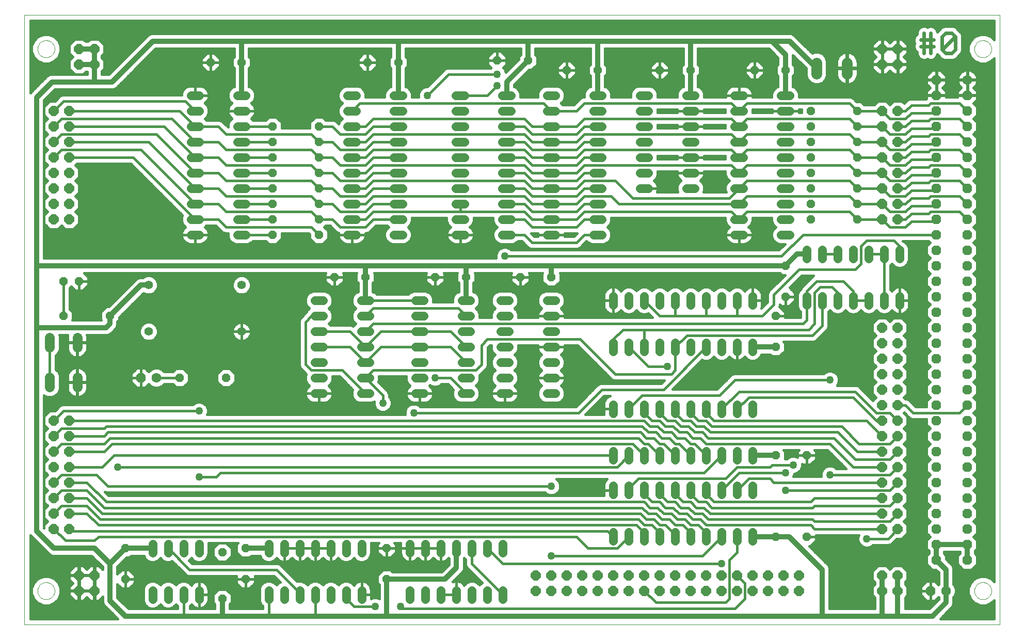
<source format=gtl>
G75*
%MOIN*%
%OFA0B0*%
%FSLAX24Y24*%
%IPPOS*%
%LPD*%
%AMOC8*
5,1,8,0,0,1.08239X$1,22.5*
%
%ADD10C,0.0230*%
%ADD11C,0.0560*%
%ADD12OC8,0.0560*%
%ADD13C,0.0560*%
%ADD14C,0.0640*%
%ADD15OC8,0.0630*%
%ADD16C,0.0630*%
%ADD17C,0.0000*%
%ADD18OC8,0.0640*%
%ADD19C,0.0710*%
%ADD20C,0.0500*%
%ADD21C,0.0160*%
%ADD22C,0.0320*%
D10*
X062823Y044774D02*
X063671Y044774D01*
X063671Y045197D02*
X063459Y045197D01*
X062823Y045197D01*
X063035Y045621D02*
X063035Y044350D01*
X063459Y044350D02*
X063459Y045621D01*
X064205Y045409D02*
X064416Y045621D01*
X064840Y045621D01*
X065052Y045409D01*
X064205Y044562D01*
X064416Y044350D01*
X064840Y044350D01*
X065052Y044562D01*
X065052Y045409D01*
X064205Y045409D02*
X064205Y044562D01*
D11*
X054363Y041610D02*
X053803Y041610D01*
X053803Y040610D02*
X054363Y040610D01*
X054363Y039610D02*
X053803Y039610D01*
X053803Y038610D02*
X054363Y038610D01*
X054363Y037610D02*
X053803Y037610D01*
X053803Y036610D02*
X054363Y036610D01*
X054363Y035610D02*
X053803Y035610D01*
X053803Y034610D02*
X054363Y034610D01*
X054363Y033610D02*
X053803Y033610D01*
X053803Y032610D02*
X054363Y032610D01*
X055458Y031640D02*
X055458Y031080D01*
X056458Y031080D02*
X056458Y031640D01*
X057458Y031640D02*
X057458Y031080D01*
X058458Y031080D02*
X058458Y031640D01*
X059458Y031640D02*
X059458Y031080D01*
X060458Y031080D02*
X060458Y031640D01*
X061458Y031640D02*
X061458Y031080D01*
X061458Y028640D02*
X061458Y028080D01*
X060458Y028080D02*
X060458Y028640D01*
X059458Y028640D02*
X059458Y028080D01*
X058458Y028080D02*
X058458Y028640D01*
X057458Y028640D02*
X057458Y028080D01*
X056458Y028080D02*
X056458Y028640D01*
X055458Y028640D02*
X055458Y028080D01*
X051958Y028080D02*
X051958Y028640D01*
X050958Y028640D02*
X050958Y028080D01*
X049958Y028080D02*
X049958Y028640D01*
X048958Y028640D02*
X048958Y028080D01*
X047958Y028080D02*
X047958Y028640D01*
X046958Y028640D02*
X046958Y028080D01*
X045958Y028080D02*
X045958Y028640D01*
X044958Y028640D02*
X044958Y028080D01*
X043958Y028080D02*
X043958Y028640D01*
X042958Y028640D02*
X042958Y028080D01*
X042958Y025640D02*
X042958Y025080D01*
X043958Y025080D02*
X043958Y025640D01*
X044958Y025640D02*
X044958Y025080D01*
X045958Y025080D02*
X045958Y025640D01*
X046958Y025640D02*
X046958Y025080D01*
X047958Y025080D02*
X047958Y025640D01*
X048958Y025640D02*
X048958Y025080D01*
X049958Y025080D02*
X049958Y025640D01*
X050958Y025640D02*
X050958Y025080D01*
X051958Y025080D02*
X051958Y025640D01*
X051958Y021640D02*
X051958Y021080D01*
X050958Y021080D02*
X050958Y021640D01*
X049958Y021640D02*
X049958Y021080D01*
X048958Y021080D02*
X048958Y021640D01*
X047958Y021640D02*
X047958Y021080D01*
X046958Y021080D02*
X046958Y021640D01*
X045958Y021640D02*
X045958Y021080D01*
X044958Y021080D02*
X044958Y021640D01*
X043958Y021640D02*
X043958Y021080D01*
X042958Y021080D02*
X042958Y021640D01*
X042958Y018640D02*
X042958Y018080D01*
X043958Y018080D02*
X043958Y018640D01*
X044958Y018640D02*
X044958Y018080D01*
X045958Y018080D02*
X045958Y018640D01*
X046958Y018640D02*
X046958Y018080D01*
X047958Y018080D02*
X047958Y018640D01*
X048958Y018640D02*
X048958Y018080D01*
X049958Y018080D02*
X049958Y018640D01*
X050958Y018640D02*
X050958Y018080D01*
X051958Y018080D02*
X051958Y018640D01*
X051958Y016390D02*
X051958Y015830D01*
X050958Y015830D02*
X050958Y016390D01*
X049958Y016390D02*
X049958Y015830D01*
X048958Y015830D02*
X048958Y016390D01*
X047958Y016390D02*
X047958Y015830D01*
X046958Y015830D02*
X046958Y016390D01*
X045958Y016390D02*
X045958Y015830D01*
X044958Y015830D02*
X044958Y016390D01*
X043958Y016390D02*
X043958Y015830D01*
X042958Y015830D02*
X042958Y016390D01*
X042958Y013390D02*
X042958Y012830D01*
X043958Y012830D02*
X043958Y013390D01*
X044958Y013390D02*
X044958Y012830D01*
X045958Y012830D02*
X045958Y013390D01*
X046958Y013390D02*
X046958Y012830D01*
X047958Y012830D02*
X047958Y013390D01*
X048958Y013390D02*
X048958Y012830D01*
X049958Y012830D02*
X049958Y013390D01*
X050958Y013390D02*
X050958Y012830D01*
X051958Y012830D02*
X051958Y013390D01*
X039238Y022360D02*
X038678Y022360D01*
X038678Y023360D02*
X039238Y023360D01*
X039238Y024360D02*
X038678Y024360D01*
X038678Y025360D02*
X039238Y025360D01*
X039238Y026360D02*
X038678Y026360D01*
X038678Y027360D02*
X039238Y027360D01*
X039238Y028360D02*
X038678Y028360D01*
X036238Y028360D02*
X035678Y028360D01*
X035678Y027360D02*
X036238Y027360D01*
X036238Y026360D02*
X035678Y026360D01*
X035678Y025360D02*
X036238Y025360D01*
X036238Y024360D02*
X035678Y024360D01*
X035678Y023360D02*
X036238Y023360D01*
X036238Y022360D02*
X035678Y022360D01*
X033738Y022360D02*
X033178Y022360D01*
X033178Y023360D02*
X033738Y023360D01*
X033738Y024360D02*
X033178Y024360D01*
X033178Y025360D02*
X033738Y025360D01*
X033738Y026360D02*
X033178Y026360D01*
X033178Y027360D02*
X033738Y027360D01*
X033738Y028360D02*
X033178Y028360D01*
X030738Y028360D02*
X030178Y028360D01*
X030178Y027360D02*
X030738Y027360D01*
X030738Y026360D02*
X030178Y026360D01*
X030178Y025360D02*
X030738Y025360D01*
X030738Y024360D02*
X030178Y024360D01*
X030178Y023360D02*
X030738Y023360D01*
X030738Y022360D02*
X030178Y022360D01*
X027238Y022360D02*
X026678Y022360D01*
X026678Y023360D02*
X027238Y023360D01*
X027238Y024360D02*
X026678Y024360D01*
X026678Y025360D02*
X027238Y025360D01*
X027238Y026360D02*
X026678Y026360D01*
X026678Y027360D02*
X027238Y027360D01*
X027238Y028360D02*
X026678Y028360D01*
X024238Y028360D02*
X023678Y028360D01*
X023678Y027360D02*
X024238Y027360D01*
X024238Y026360D02*
X023678Y026360D01*
X023678Y025360D02*
X024238Y025360D01*
X024238Y024360D02*
X023678Y024360D01*
X023678Y023360D02*
X024238Y023360D01*
X024238Y022360D02*
X023678Y022360D01*
X023708Y012640D02*
X023708Y012080D01*
X024708Y012080D02*
X024708Y012640D01*
X025708Y012640D02*
X025708Y012080D01*
X026708Y012080D02*
X026708Y012640D01*
X029833Y012640D02*
X029833Y012080D01*
X030833Y012080D02*
X030833Y012640D01*
X031833Y012640D02*
X031833Y012080D01*
X032833Y012080D02*
X032833Y012640D01*
X033833Y012640D02*
X033833Y012080D01*
X034833Y012080D02*
X034833Y012640D01*
X035833Y012640D02*
X035833Y012080D01*
X035833Y009640D02*
X035833Y009080D01*
X034833Y009080D02*
X034833Y009640D01*
X033833Y009640D02*
X033833Y009080D01*
X032833Y009080D02*
X032833Y009640D01*
X031833Y009640D02*
X031833Y009080D01*
X030833Y009080D02*
X030833Y009640D01*
X029833Y009640D02*
X029833Y009080D01*
X026708Y009080D02*
X026708Y009640D01*
X025708Y009640D02*
X025708Y009080D01*
X024708Y009080D02*
X024708Y009640D01*
X023708Y009640D02*
X023708Y009080D01*
X022708Y009080D02*
X022708Y009640D01*
X021708Y009640D02*
X021708Y009080D01*
X020708Y009080D02*
X020708Y009640D01*
X020708Y012080D02*
X020708Y012640D01*
X021708Y012640D02*
X021708Y012080D01*
X022708Y012080D02*
X022708Y012640D01*
X016208Y012640D02*
X016208Y012080D01*
X015208Y012080D02*
X015208Y012640D01*
X014208Y012640D02*
X014208Y012080D01*
X013208Y012080D02*
X013208Y012640D01*
X013208Y009640D02*
X013208Y009080D01*
X014208Y009080D02*
X014208Y009640D01*
X015208Y009640D02*
X015208Y009080D01*
X016208Y009080D02*
X016208Y009640D01*
X016238Y032610D02*
X015678Y032610D01*
X015678Y033610D02*
X016238Y033610D01*
X016238Y034610D02*
X015678Y034610D01*
X015678Y035610D02*
X016238Y035610D01*
X016238Y036610D02*
X015678Y036610D01*
X015678Y037610D02*
X016238Y037610D01*
X016238Y038610D02*
X015678Y038610D01*
X015678Y039610D02*
X016238Y039610D01*
X016238Y040610D02*
X015678Y040610D01*
X015678Y041610D02*
X016238Y041610D01*
X018678Y041610D02*
X019238Y041610D01*
X019238Y040610D02*
X018678Y040610D01*
X018678Y039610D02*
X019238Y039610D01*
X019238Y038610D02*
X018678Y038610D01*
X018678Y037610D02*
X019238Y037610D01*
X019238Y036610D02*
X018678Y036610D01*
X018678Y035610D02*
X019238Y035610D01*
X019238Y034610D02*
X018678Y034610D01*
X018678Y033610D02*
X019238Y033610D01*
X019238Y032610D02*
X018678Y032610D01*
X025803Y032610D02*
X026363Y032610D01*
X026363Y033610D02*
X025803Y033610D01*
X025803Y034610D02*
X026363Y034610D01*
X026363Y035610D02*
X025803Y035610D01*
X025803Y036610D02*
X026363Y036610D01*
X026363Y037610D02*
X025803Y037610D01*
X025803Y038610D02*
X026363Y038610D01*
X026363Y039610D02*
X025803Y039610D01*
X025803Y040610D02*
X026363Y040610D01*
X026363Y041610D02*
X025803Y041610D01*
X028803Y041610D02*
X029363Y041610D01*
X029363Y040610D02*
X028803Y040610D01*
X028803Y039610D02*
X029363Y039610D01*
X029363Y038610D02*
X028803Y038610D01*
X028803Y037610D02*
X029363Y037610D01*
X029363Y036610D02*
X028803Y036610D01*
X028803Y035610D02*
X029363Y035610D01*
X029363Y034610D02*
X028803Y034610D01*
X028803Y033610D02*
X029363Y033610D01*
X029363Y032610D02*
X028803Y032610D01*
X032803Y032610D02*
X033363Y032610D01*
X033363Y033610D02*
X032803Y033610D01*
X032803Y034610D02*
X033363Y034610D01*
X033363Y035610D02*
X032803Y035610D01*
X032803Y036610D02*
X033363Y036610D01*
X033363Y037610D02*
X032803Y037610D01*
X032803Y038610D02*
X033363Y038610D01*
X033363Y039610D02*
X032803Y039610D01*
X032803Y040610D02*
X033363Y040610D01*
X033363Y041610D02*
X032803Y041610D01*
X035803Y041610D02*
X036363Y041610D01*
X036363Y040610D02*
X035803Y040610D01*
X035803Y039610D02*
X036363Y039610D01*
X036363Y038610D02*
X035803Y038610D01*
X035803Y037610D02*
X036363Y037610D01*
X036363Y036610D02*
X035803Y036610D01*
X035803Y035610D02*
X036363Y035610D01*
X036363Y034610D02*
X035803Y034610D01*
X035803Y033610D02*
X036363Y033610D01*
X036363Y032610D02*
X035803Y032610D01*
X038678Y032610D02*
X039238Y032610D01*
X039238Y033610D02*
X038678Y033610D01*
X038678Y034610D02*
X039238Y034610D01*
X039238Y035610D02*
X038678Y035610D01*
X038678Y036610D02*
X039238Y036610D01*
X039238Y037610D02*
X038678Y037610D01*
X038678Y038610D02*
X039238Y038610D01*
X039238Y039610D02*
X038678Y039610D01*
X038678Y040610D02*
X039238Y040610D01*
X039238Y041610D02*
X038678Y041610D01*
X041678Y041610D02*
X042238Y041610D01*
X042238Y040610D02*
X041678Y040610D01*
X041678Y039610D02*
X042238Y039610D01*
X042238Y038610D02*
X041678Y038610D01*
X041678Y037610D02*
X042238Y037610D01*
X042238Y036610D02*
X041678Y036610D01*
X041678Y035610D02*
X042238Y035610D01*
X042238Y034610D02*
X041678Y034610D01*
X041678Y033610D02*
X042238Y033610D01*
X042238Y032610D02*
X041678Y032610D01*
X044678Y035610D02*
X045238Y035610D01*
X045238Y036610D02*
X044678Y036610D01*
X044678Y037610D02*
X045238Y037610D01*
X045238Y038610D02*
X044678Y038610D01*
X044678Y039610D02*
X045238Y039610D01*
X045238Y040610D02*
X044678Y040610D01*
X044678Y041610D02*
X045238Y041610D01*
X047678Y041610D02*
X048238Y041610D01*
X048238Y040610D02*
X047678Y040610D01*
X047678Y039610D02*
X048238Y039610D01*
X048238Y038610D02*
X047678Y038610D01*
X047678Y037610D02*
X048238Y037610D01*
X048238Y036610D02*
X047678Y036610D01*
X047678Y035610D02*
X048238Y035610D01*
X050803Y035610D02*
X051363Y035610D01*
X051363Y034610D02*
X050803Y034610D01*
X050803Y033610D02*
X051363Y033610D01*
X051363Y032610D02*
X050803Y032610D01*
X050803Y036610D02*
X051363Y036610D01*
X051363Y037610D02*
X050803Y037610D01*
X050803Y038610D02*
X051363Y038610D01*
X051363Y039610D02*
X050803Y039610D01*
X050803Y040610D02*
X051363Y040610D01*
X051363Y041610D02*
X050803Y041610D01*
D12*
X052083Y043235D03*
X054083Y043235D03*
X055708Y040610D03*
X055708Y039610D03*
X055708Y038610D03*
X055708Y037610D03*
X055708Y036610D03*
X055708Y035610D03*
X055708Y034610D03*
X055708Y033610D03*
X058708Y033610D03*
X058708Y034610D03*
X058708Y035610D03*
X058708Y036610D03*
X058708Y037610D03*
X058708Y038610D03*
X058708Y039610D03*
X058708Y040610D03*
X047958Y043235D03*
X045958Y043235D03*
X041958Y043235D03*
X039958Y043235D03*
X037458Y043860D03*
X035458Y043860D03*
X029083Y043735D03*
X027083Y043735D03*
X023958Y039610D03*
X023958Y038610D03*
X023958Y037610D03*
X023958Y036610D03*
X023958Y035610D03*
X023958Y034610D03*
X023958Y033610D03*
X023958Y032610D03*
X020958Y032610D03*
X020958Y033610D03*
X020958Y034610D03*
X020958Y035610D03*
X020958Y036610D03*
X020958Y037610D03*
X020958Y038610D03*
X020958Y039610D03*
X018958Y043735D03*
X016958Y043735D03*
X024958Y029860D03*
X026958Y029860D03*
X031458Y029860D03*
X033458Y029860D03*
X036958Y029860D03*
X038958Y029860D03*
X053458Y027360D03*
X054083Y028610D03*
X054083Y030610D03*
X053458Y025360D03*
X053458Y018360D03*
X055458Y018360D03*
X055458Y013110D03*
X053458Y013110D03*
X028333Y012360D03*
X028333Y010360D03*
X019208Y010360D03*
X017708Y009110D03*
X017708Y012110D03*
X019208Y012360D03*
X011458Y012360D03*
X011458Y010360D03*
X014958Y023360D03*
X017958Y023360D03*
X010458Y027360D03*
X007458Y027360D03*
X007458Y029610D03*
X008458Y029610D03*
D13*
X012958Y029360D03*
X012958Y026360D03*
X018958Y026360D03*
X018958Y029360D03*
D14*
X008348Y025960D02*
X008348Y025320D01*
X006568Y025320D02*
X006568Y025960D01*
X006568Y023400D02*
X006568Y022760D01*
X008348Y022760D02*
X008348Y023400D01*
D15*
X012458Y023360D03*
X063458Y009610D03*
X063833Y011610D03*
X063833Y012610D03*
X063833Y013610D03*
X063833Y014610D03*
X063833Y015610D03*
X063833Y016610D03*
X063833Y017610D03*
X063833Y018610D03*
X063833Y019610D03*
X063833Y020610D03*
X063833Y021610D03*
X063833Y022610D03*
X063833Y023610D03*
X063833Y024610D03*
X063833Y025610D03*
X063833Y026610D03*
X063833Y027610D03*
X063833Y028610D03*
X063833Y029610D03*
X063833Y030610D03*
X063833Y031610D03*
X063833Y032610D03*
X063833Y033610D03*
X063833Y034610D03*
X063833Y035610D03*
X063833Y036610D03*
X063833Y037610D03*
X063833Y038610D03*
X063833Y039610D03*
X063833Y040610D03*
X063833Y041610D03*
X063833Y042610D03*
X065833Y041610D03*
X065833Y040610D03*
X065833Y039610D03*
X065833Y038610D03*
X065833Y037610D03*
X065833Y036610D03*
X065833Y035610D03*
X065833Y034610D03*
X065833Y033610D03*
X065833Y032610D03*
X065833Y031610D03*
X065833Y030610D03*
X065833Y029610D03*
X065833Y028610D03*
X065833Y027610D03*
X065833Y026610D03*
X065833Y025610D03*
X065833Y024610D03*
X065833Y023610D03*
X065833Y022610D03*
X065833Y021610D03*
X065833Y020610D03*
X065833Y019610D03*
X065833Y018610D03*
X065833Y017610D03*
X065833Y016610D03*
X065833Y015610D03*
X065833Y014610D03*
X065833Y013610D03*
X065833Y012610D03*
X065833Y011610D03*
D16*
X064458Y009610D03*
X065833Y042610D03*
X013458Y023360D03*
D17*
X004933Y007420D02*
X004933Y046800D01*
X067933Y046800D01*
X067933Y007420D01*
X004933Y007420D01*
X005783Y009610D02*
X005785Y009657D01*
X005791Y009703D01*
X005801Y009749D01*
X005814Y009793D01*
X005832Y009837D01*
X005853Y009878D01*
X005877Y009918D01*
X005905Y009956D01*
X005936Y009991D01*
X005970Y010023D01*
X006006Y010052D01*
X006045Y010078D01*
X006085Y010101D01*
X006128Y010120D01*
X006172Y010136D01*
X006217Y010148D01*
X006263Y010156D01*
X006310Y010160D01*
X006356Y010160D01*
X006403Y010156D01*
X006449Y010148D01*
X006494Y010136D01*
X006538Y010120D01*
X006581Y010101D01*
X006621Y010078D01*
X006660Y010052D01*
X006696Y010023D01*
X006730Y009991D01*
X006761Y009956D01*
X006789Y009918D01*
X006813Y009878D01*
X006834Y009837D01*
X006852Y009793D01*
X006865Y009749D01*
X006875Y009703D01*
X006881Y009657D01*
X006883Y009610D01*
X006881Y009563D01*
X006875Y009517D01*
X006865Y009471D01*
X006852Y009427D01*
X006834Y009383D01*
X006813Y009342D01*
X006789Y009302D01*
X006761Y009264D01*
X006730Y009229D01*
X006696Y009197D01*
X006660Y009168D01*
X006621Y009142D01*
X006581Y009119D01*
X006538Y009100D01*
X006494Y009084D01*
X006449Y009072D01*
X006403Y009064D01*
X006356Y009060D01*
X006310Y009060D01*
X006263Y009064D01*
X006217Y009072D01*
X006172Y009084D01*
X006128Y009100D01*
X006085Y009119D01*
X006045Y009142D01*
X006006Y009168D01*
X005970Y009197D01*
X005936Y009229D01*
X005905Y009264D01*
X005877Y009302D01*
X005853Y009342D01*
X005832Y009383D01*
X005814Y009427D01*
X005801Y009471D01*
X005791Y009517D01*
X005785Y009563D01*
X005783Y009610D01*
X005783Y044610D02*
X005785Y044657D01*
X005791Y044703D01*
X005801Y044749D01*
X005814Y044793D01*
X005832Y044837D01*
X005853Y044878D01*
X005877Y044918D01*
X005905Y044956D01*
X005936Y044991D01*
X005970Y045023D01*
X006006Y045052D01*
X006045Y045078D01*
X006085Y045101D01*
X006128Y045120D01*
X006172Y045136D01*
X006217Y045148D01*
X006263Y045156D01*
X006310Y045160D01*
X006356Y045160D01*
X006403Y045156D01*
X006449Y045148D01*
X006494Y045136D01*
X006538Y045120D01*
X006581Y045101D01*
X006621Y045078D01*
X006660Y045052D01*
X006696Y045023D01*
X006730Y044991D01*
X006761Y044956D01*
X006789Y044918D01*
X006813Y044878D01*
X006834Y044837D01*
X006852Y044793D01*
X006865Y044749D01*
X006875Y044703D01*
X006881Y044657D01*
X006883Y044610D01*
X006881Y044563D01*
X006875Y044517D01*
X006865Y044471D01*
X006852Y044427D01*
X006834Y044383D01*
X006813Y044342D01*
X006789Y044302D01*
X006761Y044264D01*
X006730Y044229D01*
X006696Y044197D01*
X006660Y044168D01*
X006621Y044142D01*
X006581Y044119D01*
X006538Y044100D01*
X006494Y044084D01*
X006449Y044072D01*
X006403Y044064D01*
X006356Y044060D01*
X006310Y044060D01*
X006263Y044064D01*
X006217Y044072D01*
X006172Y044084D01*
X006128Y044100D01*
X006085Y044119D01*
X006045Y044142D01*
X006006Y044168D01*
X005970Y044197D01*
X005936Y044229D01*
X005905Y044264D01*
X005877Y044302D01*
X005853Y044342D01*
X005832Y044383D01*
X005814Y044427D01*
X005801Y044471D01*
X005791Y044517D01*
X005785Y044563D01*
X005783Y044610D01*
X066283Y044610D02*
X066285Y044657D01*
X066291Y044703D01*
X066301Y044749D01*
X066314Y044793D01*
X066332Y044837D01*
X066353Y044878D01*
X066377Y044918D01*
X066405Y044956D01*
X066436Y044991D01*
X066470Y045023D01*
X066506Y045052D01*
X066545Y045078D01*
X066585Y045101D01*
X066628Y045120D01*
X066672Y045136D01*
X066717Y045148D01*
X066763Y045156D01*
X066810Y045160D01*
X066856Y045160D01*
X066903Y045156D01*
X066949Y045148D01*
X066994Y045136D01*
X067038Y045120D01*
X067081Y045101D01*
X067121Y045078D01*
X067160Y045052D01*
X067196Y045023D01*
X067230Y044991D01*
X067261Y044956D01*
X067289Y044918D01*
X067313Y044878D01*
X067334Y044837D01*
X067352Y044793D01*
X067365Y044749D01*
X067375Y044703D01*
X067381Y044657D01*
X067383Y044610D01*
X067381Y044563D01*
X067375Y044517D01*
X067365Y044471D01*
X067352Y044427D01*
X067334Y044383D01*
X067313Y044342D01*
X067289Y044302D01*
X067261Y044264D01*
X067230Y044229D01*
X067196Y044197D01*
X067160Y044168D01*
X067121Y044142D01*
X067081Y044119D01*
X067038Y044100D01*
X066994Y044084D01*
X066949Y044072D01*
X066903Y044064D01*
X066856Y044060D01*
X066810Y044060D01*
X066763Y044064D01*
X066717Y044072D01*
X066672Y044084D01*
X066628Y044100D01*
X066585Y044119D01*
X066545Y044142D01*
X066506Y044168D01*
X066470Y044197D01*
X066436Y044229D01*
X066405Y044264D01*
X066377Y044302D01*
X066353Y044342D01*
X066332Y044383D01*
X066314Y044427D01*
X066301Y044471D01*
X066291Y044517D01*
X066285Y044563D01*
X066283Y044610D01*
X066283Y009610D02*
X066285Y009657D01*
X066291Y009703D01*
X066301Y009749D01*
X066314Y009793D01*
X066332Y009837D01*
X066353Y009878D01*
X066377Y009918D01*
X066405Y009956D01*
X066436Y009991D01*
X066470Y010023D01*
X066506Y010052D01*
X066545Y010078D01*
X066585Y010101D01*
X066628Y010120D01*
X066672Y010136D01*
X066717Y010148D01*
X066763Y010156D01*
X066810Y010160D01*
X066856Y010160D01*
X066903Y010156D01*
X066949Y010148D01*
X066994Y010136D01*
X067038Y010120D01*
X067081Y010101D01*
X067121Y010078D01*
X067160Y010052D01*
X067196Y010023D01*
X067230Y009991D01*
X067261Y009956D01*
X067289Y009918D01*
X067313Y009878D01*
X067334Y009837D01*
X067352Y009793D01*
X067365Y009749D01*
X067375Y009703D01*
X067381Y009657D01*
X067383Y009610D01*
X067381Y009563D01*
X067375Y009517D01*
X067365Y009471D01*
X067352Y009427D01*
X067334Y009383D01*
X067313Y009342D01*
X067289Y009302D01*
X067261Y009264D01*
X067230Y009229D01*
X067196Y009197D01*
X067160Y009168D01*
X067121Y009142D01*
X067081Y009119D01*
X067038Y009100D01*
X066994Y009084D01*
X066949Y009072D01*
X066903Y009064D01*
X066856Y009060D01*
X066810Y009060D01*
X066763Y009064D01*
X066717Y009072D01*
X066672Y009084D01*
X066628Y009100D01*
X066585Y009119D01*
X066545Y009142D01*
X066506Y009168D01*
X066470Y009197D01*
X066436Y009229D01*
X066405Y009264D01*
X066377Y009302D01*
X066353Y009342D01*
X066332Y009383D01*
X066314Y009427D01*
X066301Y009471D01*
X066291Y009517D01*
X066285Y009563D01*
X066283Y009610D01*
D18*
X061333Y009610D03*
X060333Y009610D03*
X060333Y010610D03*
X061333Y010610D03*
X061333Y013610D03*
X060333Y013610D03*
X060333Y014610D03*
X061333Y014610D03*
X061333Y015610D03*
X060333Y015610D03*
X060333Y016610D03*
X061333Y016610D03*
X061333Y017610D03*
X060333Y017610D03*
X060333Y018610D03*
X061333Y018610D03*
X061333Y019610D03*
X060333Y019610D03*
X060333Y020610D03*
X060333Y021610D03*
X061333Y021610D03*
X061333Y020610D03*
X061333Y022610D03*
X060333Y022610D03*
X060333Y023610D03*
X061333Y023610D03*
X061333Y024610D03*
X060333Y024610D03*
X060333Y025610D03*
X061333Y025610D03*
X061333Y026610D03*
X060333Y026610D03*
X060333Y033610D03*
X061333Y033610D03*
X061333Y034610D03*
X060333Y034610D03*
X060333Y035610D03*
X061333Y035610D03*
X061333Y036610D03*
X060333Y036610D03*
X060333Y037610D03*
X061333Y037610D03*
X061333Y038610D03*
X060333Y038610D03*
X060333Y039610D03*
X060333Y040610D03*
X061333Y040610D03*
X061333Y039610D03*
X061333Y043610D03*
X060333Y043610D03*
X060333Y044610D03*
X061333Y044610D03*
X054958Y010610D03*
X053958Y010610D03*
X052958Y010610D03*
X051958Y010610D03*
X050958Y010610D03*
X049958Y010610D03*
X048958Y010610D03*
X047958Y010610D03*
X046958Y010610D03*
X045958Y010610D03*
X044958Y010610D03*
X043958Y010610D03*
X042958Y010610D03*
X041958Y010610D03*
X040958Y010610D03*
X039958Y010610D03*
X038958Y010610D03*
X037958Y010610D03*
X037958Y009610D03*
X038958Y009610D03*
X039958Y009610D03*
X040958Y009610D03*
X041958Y009610D03*
X042958Y009610D03*
X043958Y009610D03*
X044958Y009610D03*
X045958Y009610D03*
X046958Y009610D03*
X047958Y009610D03*
X048958Y009610D03*
X049958Y009610D03*
X050958Y009610D03*
X051958Y009610D03*
X052958Y009610D03*
X053958Y009610D03*
X054958Y009610D03*
X009458Y009610D03*
X008458Y009610D03*
X008458Y010610D03*
X009458Y010610D03*
X007833Y013610D03*
X006833Y013610D03*
X006833Y014610D03*
X007833Y014610D03*
X007833Y015610D03*
X006833Y015610D03*
X006833Y016610D03*
X007833Y016610D03*
X007833Y017610D03*
X006833Y017610D03*
X006833Y018610D03*
X007833Y018610D03*
X007833Y019610D03*
X006833Y019610D03*
X006833Y020610D03*
X007833Y020610D03*
X007833Y033610D03*
X006833Y033610D03*
X006833Y034610D03*
X007833Y034610D03*
X007833Y035610D03*
X006833Y035610D03*
X006833Y036610D03*
X007833Y036610D03*
X007833Y037610D03*
X006833Y037610D03*
X006833Y038610D03*
X007833Y038610D03*
X007833Y039610D03*
X006833Y039610D03*
X006833Y040610D03*
X007833Y040610D03*
X008458Y043610D03*
X008458Y044610D03*
X009458Y044610D03*
X009458Y043610D03*
D19*
X056099Y043715D02*
X056099Y043005D01*
X058068Y043005D02*
X058068Y043715D01*
D20*
X035958Y031235D03*
X031458Y023360D03*
X028083Y021735D03*
X030083Y021110D03*
X038958Y016360D03*
X038958Y011860D03*
X029208Y008610D03*
X027583Y008610D03*
X016208Y016985D03*
X010958Y017610D03*
X016208Y021235D03*
X030958Y041610D03*
X035458Y042235D03*
X035458Y042985D03*
X046458Y024110D03*
X054583Y017735D03*
X054083Y017235D03*
X054083Y016110D03*
X056958Y017110D03*
X059333Y012985D03*
X049958Y011360D03*
X056958Y023235D03*
D21*
X050833Y023235D01*
X049833Y022235D01*
X044833Y022235D01*
X043958Y021360D01*
X044958Y021360D02*
X044958Y021110D01*
X045458Y020610D01*
X045958Y020610D01*
X046333Y020235D01*
X046833Y020235D01*
X047208Y019860D01*
X047708Y019860D01*
X048083Y019485D01*
X048583Y019485D01*
X048958Y019110D01*
X056958Y019110D01*
X058458Y017610D01*
X060333Y017610D01*
X060833Y017110D02*
X056958Y017110D01*
X056546Y017504D02*
X055105Y017504D01*
X055067Y017412D02*
X055153Y017622D01*
X055153Y017816D01*
X055210Y017760D01*
X055458Y017760D01*
X055458Y018360D01*
X054858Y018360D01*
X054858Y018238D01*
X054697Y018305D01*
X054470Y018305D01*
X054260Y018218D01*
X054177Y018135D01*
X054058Y018135D01*
X054058Y018609D01*
X053957Y018710D01*
X054960Y018710D01*
X054858Y018609D01*
X054858Y018360D01*
X055458Y018360D01*
X055458Y018360D01*
X055458Y018360D01*
X055458Y017760D01*
X055707Y017760D01*
X056058Y018111D01*
X056058Y018360D01*
X056058Y018609D01*
X055957Y018710D01*
X056793Y018710D01*
X057993Y017510D01*
X057364Y017510D01*
X057281Y017593D01*
X057072Y017680D01*
X056845Y017680D01*
X056635Y017593D01*
X056475Y017433D01*
X056388Y017223D01*
X056388Y017010D01*
X054607Y017010D01*
X054653Y017122D01*
X054653Y017165D01*
X054697Y017165D01*
X054906Y017252D01*
X055067Y017412D01*
X055000Y017346D02*
X056439Y017346D01*
X056388Y017187D02*
X054750Y017187D01*
X054615Y017029D02*
X056388Y017029D01*
X056803Y017663D02*
X055153Y017663D01*
X055458Y017821D02*
X055458Y017821D01*
X055458Y017980D02*
X055458Y017980D01*
X055458Y018138D02*
X055458Y018138D01*
X055458Y018297D02*
X055458Y018297D01*
X055458Y018360D02*
X055458Y018360D01*
X056058Y018360D01*
X055458Y018360D01*
X054858Y018297D02*
X054717Y018297D01*
X054858Y018455D02*
X054058Y018455D01*
X054058Y018297D02*
X054449Y018297D01*
X054180Y018138D02*
X054058Y018138D01*
X054053Y018614D02*
X054863Y018614D01*
X054583Y017735D02*
X053208Y017735D01*
X053083Y017610D01*
X050958Y017610D01*
X050208Y016860D01*
X044583Y016860D01*
X043958Y016235D01*
X043958Y016110D01*
X044958Y016110D02*
X044958Y015860D01*
X045458Y015360D01*
X045958Y015360D01*
X046333Y014985D01*
X046833Y014985D01*
X047208Y014610D01*
X047708Y014610D01*
X048083Y014235D01*
X048583Y014235D01*
X048958Y013860D01*
X055708Y013860D01*
X055958Y013610D01*
X060333Y013610D01*
X060833Y014110D02*
X055958Y014110D01*
X055833Y014235D01*
X049083Y014235D01*
X048708Y014610D01*
X048208Y014610D01*
X047833Y014985D01*
X047333Y014985D01*
X046958Y015360D01*
X046458Y015360D01*
X045958Y015860D01*
X045958Y016110D01*
X046958Y016110D02*
X046958Y015860D01*
X047458Y015360D01*
X047958Y015360D01*
X048333Y014985D01*
X048833Y014985D01*
X049208Y014610D01*
X060333Y014610D01*
X060833Y014110D02*
X061333Y014610D01*
X061804Y014176D02*
X063370Y014176D01*
X063435Y014110D02*
X063198Y013873D01*
X063198Y013347D01*
X063435Y013110D01*
X063198Y012873D01*
X063198Y012347D01*
X063353Y012192D01*
X063353Y012028D01*
X063198Y011873D01*
X063198Y011347D01*
X063570Y010975D01*
X063790Y010975D01*
X063978Y010786D01*
X063978Y010028D01*
X063958Y010008D01*
X063721Y010245D01*
X063458Y010245D01*
X063195Y010245D01*
X062823Y009873D01*
X062823Y009610D01*
X062823Y009347D01*
X063195Y008975D01*
X063458Y008975D01*
X063458Y009610D01*
X062823Y009610D01*
X063458Y009610D01*
X063458Y009610D01*
X063458Y009610D01*
X063458Y010245D01*
X063458Y009610D01*
X063458Y009610D01*
X063458Y008975D01*
X063721Y008975D01*
X063958Y009212D01*
X063978Y009192D01*
X063978Y009059D01*
X063385Y008465D01*
X061813Y008465D01*
X061813Y009185D01*
X061973Y009345D01*
X061973Y009875D01*
X061813Y010035D01*
X061813Y010185D01*
X061973Y010345D01*
X061973Y010875D01*
X061598Y011250D01*
X061068Y011250D01*
X060833Y011015D01*
X060598Y011250D01*
X060068Y011250D01*
X059693Y010875D01*
X059693Y010345D01*
X059853Y010185D01*
X059853Y010035D01*
X059693Y009875D01*
X059693Y009345D01*
X059853Y009185D01*
X059853Y008465D01*
X056938Y008465D01*
X056938Y011080D01*
X056865Y011257D01*
X056730Y011392D01*
X055612Y012510D01*
X055707Y012510D01*
X056058Y012861D01*
X056058Y013110D01*
X056058Y013210D01*
X058810Y013210D01*
X058763Y013098D01*
X058763Y012872D01*
X058850Y012662D01*
X059010Y012502D01*
X059220Y012415D01*
X059447Y012415D01*
X059656Y012502D01*
X059739Y012585D01*
X060788Y012585D01*
X060935Y012646D01*
X061259Y012970D01*
X061598Y012970D01*
X061973Y013345D01*
X061973Y013875D01*
X061738Y014110D01*
X061973Y014345D01*
X061973Y014875D01*
X061738Y015110D01*
X061973Y015345D01*
X061973Y015875D01*
X061738Y016110D01*
X061973Y016345D01*
X061973Y016875D01*
X061738Y017110D01*
X061973Y017345D01*
X061973Y017875D01*
X061738Y018110D01*
X061973Y018345D01*
X061973Y018875D01*
X061738Y019110D01*
X061973Y019345D01*
X061973Y019875D01*
X061738Y020110D01*
X061973Y020345D01*
X061973Y020875D01*
X061738Y021110D01*
X061753Y021125D01*
X061994Y020883D01*
X062107Y020771D01*
X062254Y020710D01*
X063198Y020710D01*
X063198Y020347D01*
X063435Y020110D01*
X063198Y019873D01*
X063198Y019347D01*
X063435Y019110D01*
X063198Y018873D01*
X063198Y018347D01*
X063435Y018110D01*
X063198Y017873D01*
X063198Y017347D01*
X063435Y017110D01*
X063198Y016873D01*
X063198Y016347D01*
X063435Y016110D01*
X063198Y015873D01*
X063198Y015347D01*
X063435Y015110D01*
X063198Y014873D01*
X063198Y014347D01*
X063435Y014110D01*
X063342Y014017D02*
X061831Y014017D01*
X061973Y013859D02*
X063198Y013859D01*
X063198Y013700D02*
X061973Y013700D01*
X061973Y013542D02*
X063198Y013542D01*
X063198Y013383D02*
X061973Y013383D01*
X061853Y013225D02*
X063321Y013225D01*
X063391Y013066D02*
X061694Y013066D01*
X061197Y012908D02*
X063233Y012908D01*
X063198Y012749D02*
X061038Y012749D01*
X060801Y012591D02*
X063198Y012591D01*
X063198Y012432D02*
X059488Y012432D01*
X059179Y012432D02*
X055690Y012432D01*
X055787Y012591D02*
X058922Y012591D01*
X058814Y012749D02*
X055946Y012749D01*
X056058Y012908D02*
X058763Y012908D01*
X058763Y013066D02*
X056058Y013066D01*
X056058Y013110D02*
X055458Y013110D01*
X056058Y013110D01*
X055458Y013110D02*
X055458Y013110D01*
X055849Y012274D02*
X063272Y012274D01*
X063353Y012115D02*
X056007Y012115D01*
X056166Y011957D02*
X063282Y011957D01*
X063198Y011798D02*
X056324Y011798D01*
X056483Y011640D02*
X063198Y011640D01*
X063198Y011481D02*
X056641Y011481D01*
X056730Y011392D02*
X056730Y011392D01*
X056800Y011323D02*
X063223Y011323D01*
X063381Y011164D02*
X061684Y011164D01*
X061843Y011006D02*
X063540Y011006D01*
X063918Y010847D02*
X061973Y010847D01*
X061973Y010689D02*
X063978Y010689D01*
X063978Y010530D02*
X061973Y010530D01*
X061973Y010372D02*
X063978Y010372D01*
X063978Y010213D02*
X063753Y010213D01*
X063912Y010055D02*
X063978Y010055D01*
X063458Y010055D02*
X063458Y010055D01*
X063458Y010213D02*
X063458Y010213D01*
X063163Y010213D02*
X061841Y010213D01*
X061813Y010055D02*
X063005Y010055D01*
X062846Y009896D02*
X061952Y009896D01*
X061973Y009738D02*
X062823Y009738D01*
X062823Y009579D02*
X061973Y009579D01*
X061973Y009421D02*
X062823Y009421D01*
X062908Y009262D02*
X061890Y009262D01*
X061813Y009104D02*
X063067Y009104D01*
X063458Y009104D02*
X063458Y009104D01*
X063458Y009262D02*
X063458Y009262D01*
X063458Y009421D02*
X063458Y009421D01*
X063458Y009579D02*
X063458Y009579D01*
X063458Y009738D02*
X063458Y009738D01*
X063458Y009896D02*
X063458Y009896D01*
X063850Y009104D02*
X063978Y009104D01*
X063865Y008945D02*
X061813Y008945D01*
X061813Y008787D02*
X063706Y008787D01*
X063548Y008628D02*
X061813Y008628D01*
X061813Y008470D02*
X063389Y008470D01*
X064077Y007800D02*
X064730Y008453D01*
X064865Y008588D01*
X064938Y008765D01*
X064938Y009192D01*
X064997Y009250D01*
X065093Y009484D01*
X065093Y009736D01*
X064997Y009970D01*
X064938Y010028D01*
X064938Y011080D01*
X064865Y011257D01*
X064468Y011654D01*
X064468Y011873D01*
X064313Y012028D01*
X064313Y012130D01*
X065353Y012130D01*
X065353Y012028D01*
X065198Y011873D01*
X065198Y011347D01*
X065570Y010975D01*
X066096Y010975D01*
X066468Y011347D01*
X066468Y011873D01*
X066313Y012028D01*
X066313Y012192D01*
X066468Y012347D01*
X066468Y012873D01*
X066231Y013110D01*
X066468Y013347D01*
X066468Y013873D01*
X066231Y014110D01*
X066468Y014347D01*
X066468Y014873D01*
X066231Y015110D01*
X066468Y015347D01*
X066468Y015873D01*
X066231Y016110D01*
X066468Y016347D01*
X066468Y016873D01*
X066231Y017110D01*
X066468Y017347D01*
X066468Y017873D01*
X066231Y018110D01*
X066468Y018347D01*
X066468Y018873D01*
X066231Y019110D01*
X066468Y019347D01*
X066468Y019873D01*
X066231Y020110D01*
X066468Y020347D01*
X066468Y020873D01*
X066231Y021110D01*
X066468Y021347D01*
X066468Y021873D01*
X066231Y022110D01*
X066468Y022347D01*
X066468Y022873D01*
X066231Y023110D01*
X066468Y023347D01*
X066468Y023873D01*
X066231Y024110D01*
X066468Y024347D01*
X066468Y024873D01*
X066231Y025110D01*
X066468Y025347D01*
X066468Y025873D01*
X066231Y026110D01*
X066468Y026347D01*
X066468Y026873D01*
X066231Y027110D01*
X066468Y027347D01*
X066468Y027873D01*
X066231Y028110D01*
X066468Y028347D01*
X066468Y028873D01*
X066231Y029110D01*
X066468Y029347D01*
X066468Y029873D01*
X066231Y030110D01*
X066468Y030347D01*
X066468Y030873D01*
X066231Y031110D01*
X066468Y031347D01*
X066468Y031873D01*
X066231Y032110D01*
X066468Y032347D01*
X066468Y032873D01*
X066231Y033110D01*
X066468Y033347D01*
X066468Y033873D01*
X066231Y034110D01*
X066468Y034347D01*
X066468Y034873D01*
X066231Y035110D01*
X066468Y035347D01*
X066468Y035873D01*
X066231Y036110D01*
X066468Y036347D01*
X066468Y036873D01*
X066231Y037110D01*
X066468Y037347D01*
X066468Y037873D01*
X066231Y038110D01*
X066468Y038347D01*
X066468Y038873D01*
X066231Y039110D01*
X066468Y039347D01*
X066468Y039873D01*
X066231Y040110D01*
X066468Y040347D01*
X066468Y040873D01*
X066231Y041110D01*
X066468Y041347D01*
X066468Y041600D01*
X065843Y041600D01*
X065843Y041620D01*
X065823Y041620D01*
X065823Y041600D01*
X065198Y041600D01*
X065198Y041510D01*
X064468Y041510D01*
X064468Y041600D01*
X063843Y041600D01*
X063843Y041620D01*
X063823Y041620D01*
X063823Y041600D01*
X063198Y041600D01*
X063198Y041416D01*
X063168Y041385D01*
X062129Y041385D01*
X061982Y041324D01*
X061753Y041095D01*
X061598Y041250D01*
X061068Y041250D01*
X060833Y041015D01*
X060598Y041250D01*
X060068Y041250D01*
X059828Y041010D01*
X059157Y041010D01*
X058957Y041210D01*
X058674Y041210D01*
X058547Y041337D01*
X058435Y041449D01*
X058288Y041510D01*
X054963Y041510D01*
X054963Y041729D01*
X054872Y041950D01*
X054703Y042119D01*
X054563Y042177D01*
X054563Y042866D01*
X054683Y042986D01*
X054683Y043484D01*
X054563Y043604D01*
X054563Y044217D01*
X055424Y043356D01*
X055424Y042871D01*
X055527Y042623D01*
X055717Y042433D01*
X055965Y042330D01*
X056233Y042330D01*
X056481Y042433D01*
X056671Y042623D01*
X056774Y042871D01*
X056774Y043849D01*
X056671Y044097D01*
X056481Y044287D01*
X056233Y044390D01*
X055965Y044390D01*
X055811Y044326D01*
X054756Y045382D01*
X054621Y045517D01*
X054445Y045590D01*
X013113Y045590D01*
X012936Y045517D01*
X012801Y045382D01*
X010385Y042965D01*
X009938Y042965D01*
X009938Y043185D01*
X010098Y043345D01*
X010098Y043875D01*
X009938Y044035D01*
X009938Y044185D01*
X010098Y044345D01*
X010098Y044875D01*
X009723Y045250D01*
X009193Y045250D01*
X009033Y045090D01*
X008883Y045090D01*
X008723Y045250D01*
X008193Y045250D01*
X007818Y044875D01*
X007818Y044345D01*
X008053Y044110D01*
X007818Y043875D01*
X007818Y043345D01*
X008193Y042970D01*
X008723Y042970D01*
X008883Y043130D01*
X008978Y043130D01*
X008978Y042965D01*
X006613Y042965D01*
X006436Y042892D01*
X006301Y042757D01*
X005436Y041892D01*
X005313Y041769D01*
X005313Y046420D01*
X067553Y046420D01*
X067553Y045205D01*
X067360Y045398D01*
X067018Y045540D01*
X066648Y045540D01*
X066307Y045398D01*
X066045Y045137D01*
X065903Y044795D01*
X065903Y044425D01*
X066045Y044083D01*
X066307Y043822D01*
X066648Y043680D01*
X067018Y043680D01*
X067360Y043822D01*
X067553Y044015D01*
X067553Y010205D01*
X067360Y010398D01*
X067018Y010540D01*
X066648Y010540D01*
X066307Y010398D01*
X066045Y010137D01*
X065903Y009795D01*
X065903Y009425D01*
X066045Y009083D01*
X066307Y008822D01*
X066648Y008680D01*
X067018Y008680D01*
X067360Y008822D01*
X067553Y009015D01*
X067553Y007800D01*
X064077Y007800D01*
X064113Y007836D02*
X067553Y007836D01*
X067553Y007994D02*
X064271Y007994D01*
X064430Y008153D02*
X067553Y008153D01*
X067553Y008311D02*
X064588Y008311D01*
X064747Y008470D02*
X067553Y008470D01*
X067553Y008628D02*
X064882Y008628D01*
X064938Y008787D02*
X066391Y008787D01*
X066183Y008945D02*
X064938Y008945D01*
X064938Y009104D02*
X066037Y009104D01*
X065971Y009262D02*
X065002Y009262D01*
X065067Y009421D02*
X065905Y009421D01*
X065903Y009579D02*
X065093Y009579D01*
X065093Y009738D02*
X065903Y009738D01*
X065945Y009896D02*
X065027Y009896D01*
X064938Y010055D02*
X066011Y010055D01*
X066121Y010213D02*
X064938Y010213D01*
X064938Y010372D02*
X066280Y010372D01*
X066624Y010530D02*
X064938Y010530D01*
X064938Y010689D02*
X067553Y010689D01*
X067553Y010847D02*
X064938Y010847D01*
X064938Y011006D02*
X065540Y011006D01*
X065381Y011164D02*
X064904Y011164D01*
X064800Y011323D02*
X065223Y011323D01*
X065198Y011481D02*
X064641Y011481D01*
X064483Y011640D02*
X065198Y011640D01*
X065198Y011798D02*
X064468Y011798D01*
X064385Y011957D02*
X065282Y011957D01*
X065353Y012115D02*
X064313Y012115D01*
X066313Y012115D02*
X067553Y012115D01*
X067553Y011957D02*
X066385Y011957D01*
X066468Y011798D02*
X067553Y011798D01*
X067553Y011640D02*
X066468Y011640D01*
X066468Y011481D02*
X067553Y011481D01*
X067553Y011323D02*
X066444Y011323D01*
X066285Y011164D02*
X067553Y011164D01*
X067553Y011006D02*
X066127Y011006D01*
X067042Y010530D02*
X067553Y010530D01*
X067553Y010372D02*
X067387Y010372D01*
X067546Y010213D02*
X067553Y010213D01*
X067553Y008945D02*
X067484Y008945D01*
X067553Y008787D02*
X067275Y008787D01*
X067553Y012274D02*
X066395Y012274D01*
X066468Y012432D02*
X067553Y012432D01*
X067553Y012591D02*
X066468Y012591D01*
X066468Y012749D02*
X067553Y012749D01*
X067553Y012908D02*
X066434Y012908D01*
X066275Y013066D02*
X067553Y013066D01*
X067553Y013225D02*
X066346Y013225D01*
X066468Y013383D02*
X067553Y013383D01*
X067553Y013542D02*
X066468Y013542D01*
X066468Y013700D02*
X067553Y013700D01*
X067553Y013859D02*
X066468Y013859D01*
X066324Y014017D02*
X067553Y014017D01*
X067553Y014176D02*
X066297Y014176D01*
X066455Y014334D02*
X067553Y014334D01*
X067553Y014493D02*
X066468Y014493D01*
X066468Y014651D02*
X067553Y014651D01*
X067553Y014810D02*
X066468Y014810D01*
X066373Y014968D02*
X067553Y014968D01*
X067553Y015127D02*
X066248Y015127D01*
X066406Y015285D02*
X067553Y015285D01*
X067553Y015444D02*
X066468Y015444D01*
X066468Y015602D02*
X067553Y015602D01*
X067553Y015761D02*
X066468Y015761D01*
X066422Y015919D02*
X067553Y015919D01*
X067553Y016078D02*
X066264Y016078D01*
X066357Y016236D02*
X067553Y016236D01*
X067553Y016395D02*
X066468Y016395D01*
X066468Y016553D02*
X067553Y016553D01*
X067553Y016712D02*
X066468Y016712D01*
X066468Y016870D02*
X067553Y016870D01*
X067553Y017029D02*
X066313Y017029D01*
X066308Y017187D02*
X067553Y017187D01*
X067553Y017346D02*
X066467Y017346D01*
X066468Y017504D02*
X067553Y017504D01*
X067553Y017663D02*
X066468Y017663D01*
X066468Y017821D02*
X067553Y017821D01*
X067553Y017980D02*
X066362Y017980D01*
X066259Y018138D02*
X067553Y018138D01*
X067553Y018297D02*
X066418Y018297D01*
X066468Y018455D02*
X067553Y018455D01*
X067553Y018614D02*
X066468Y018614D01*
X066468Y018772D02*
X067553Y018772D01*
X067553Y018931D02*
X066411Y018931D01*
X066252Y019089D02*
X067553Y019089D01*
X067553Y019248D02*
X066369Y019248D01*
X066468Y019406D02*
X067553Y019406D01*
X067553Y019565D02*
X066468Y019565D01*
X066468Y019723D02*
X067553Y019723D01*
X067553Y019882D02*
X066460Y019882D01*
X066301Y020040D02*
X067553Y020040D01*
X067553Y020199D02*
X066320Y020199D01*
X066468Y020357D02*
X067553Y020357D01*
X067553Y020516D02*
X066468Y020516D01*
X066468Y020674D02*
X067553Y020674D01*
X067553Y020833D02*
X066468Y020833D01*
X066350Y020991D02*
X067553Y020991D01*
X067553Y021150D02*
X066271Y021150D01*
X066429Y021308D02*
X067553Y021308D01*
X067553Y021467D02*
X066468Y021467D01*
X066468Y021625D02*
X067553Y021625D01*
X067553Y021784D02*
X066468Y021784D01*
X066399Y021942D02*
X067553Y021942D01*
X067553Y022101D02*
X066241Y022101D01*
X066380Y022259D02*
X067553Y022259D01*
X067553Y022418D02*
X066468Y022418D01*
X066468Y022576D02*
X067553Y022576D01*
X067553Y022735D02*
X066468Y022735D01*
X066448Y022893D02*
X067553Y022893D01*
X067553Y023052D02*
X066290Y023052D01*
X066331Y023210D02*
X067553Y023210D01*
X067553Y023369D02*
X066468Y023369D01*
X066468Y023527D02*
X067553Y023527D01*
X067553Y023686D02*
X066468Y023686D01*
X066468Y023844D02*
X067553Y023844D01*
X067553Y024003D02*
X066339Y024003D01*
X066282Y024161D02*
X067553Y024161D01*
X067553Y024320D02*
X066441Y024320D01*
X066468Y024478D02*
X067553Y024478D01*
X067553Y024637D02*
X066468Y024637D01*
X066468Y024795D02*
X067553Y024795D01*
X067553Y024954D02*
X066388Y024954D01*
X066233Y025112D02*
X067553Y025112D01*
X067553Y025271D02*
X066392Y025271D01*
X066468Y025429D02*
X067553Y025429D01*
X067553Y025588D02*
X066468Y025588D01*
X066468Y025746D02*
X067553Y025746D01*
X067553Y025905D02*
X066437Y025905D01*
X066278Y026063D02*
X067553Y026063D01*
X067553Y026222D02*
X066343Y026222D01*
X066468Y026380D02*
X067553Y026380D01*
X067553Y026539D02*
X066468Y026539D01*
X066468Y026697D02*
X067553Y026697D01*
X067553Y026856D02*
X066468Y026856D01*
X066327Y027014D02*
X067553Y027014D01*
X067553Y027173D02*
X066294Y027173D01*
X066452Y027331D02*
X067553Y027331D01*
X067553Y027490D02*
X066468Y027490D01*
X066468Y027648D02*
X067553Y027648D01*
X067553Y027807D02*
X066468Y027807D01*
X066376Y027965D02*
X067553Y027965D01*
X067553Y028124D02*
X066245Y028124D01*
X066403Y028282D02*
X067553Y028282D01*
X067553Y028441D02*
X066468Y028441D01*
X066468Y028599D02*
X067553Y028599D01*
X067553Y028758D02*
X066468Y028758D01*
X066425Y028916D02*
X067553Y028916D01*
X067553Y029075D02*
X066267Y029075D01*
X066354Y029233D02*
X067553Y029233D01*
X067553Y029392D02*
X066468Y029392D01*
X066468Y029550D02*
X067553Y029550D01*
X067553Y029709D02*
X066468Y029709D01*
X066468Y029867D02*
X067553Y029867D01*
X067553Y030026D02*
X066316Y030026D01*
X066305Y030184D02*
X067553Y030184D01*
X067553Y030343D02*
X066464Y030343D01*
X066468Y030501D02*
X067553Y030501D01*
X067553Y030660D02*
X066468Y030660D01*
X066468Y030818D02*
X067553Y030818D01*
X067553Y030977D02*
X066365Y030977D01*
X066256Y031135D02*
X067553Y031135D01*
X067553Y031294D02*
X066415Y031294D01*
X066468Y031452D02*
X067553Y031452D01*
X067553Y031611D02*
X066468Y031611D01*
X066468Y031769D02*
X067553Y031769D01*
X067553Y031928D02*
X066414Y031928D01*
X066255Y032086D02*
X067553Y032086D01*
X067553Y032245D02*
X066366Y032245D01*
X066468Y032403D02*
X067553Y032403D01*
X067553Y032562D02*
X066468Y032562D01*
X066468Y032720D02*
X067553Y032720D01*
X067553Y032879D02*
X066463Y032879D01*
X066304Y033037D02*
X067553Y033037D01*
X067553Y033196D02*
X066317Y033196D01*
X066468Y033354D02*
X067553Y033354D01*
X067553Y033513D02*
X066468Y033513D01*
X066468Y033671D02*
X067553Y033671D01*
X067553Y033830D02*
X066468Y033830D01*
X066353Y033988D02*
X067553Y033988D01*
X067553Y034147D02*
X066268Y034147D01*
X066426Y034305D02*
X067553Y034305D01*
X067553Y034464D02*
X066468Y034464D01*
X066468Y034622D02*
X067553Y034622D01*
X067553Y034781D02*
X066468Y034781D01*
X066402Y034939D02*
X067553Y034939D01*
X067553Y035098D02*
X066244Y035098D01*
X066377Y035256D02*
X067553Y035256D01*
X067553Y035415D02*
X066468Y035415D01*
X066468Y035573D02*
X067553Y035573D01*
X067553Y035732D02*
X066468Y035732D01*
X066451Y035890D02*
X067553Y035890D01*
X067553Y036049D02*
X066293Y036049D01*
X066328Y036207D02*
X067553Y036207D01*
X067553Y036366D02*
X066468Y036366D01*
X066468Y036524D02*
X067553Y036524D01*
X067553Y036683D02*
X066468Y036683D01*
X066468Y036841D02*
X067553Y036841D01*
X067553Y037000D02*
X066342Y037000D01*
X066279Y037158D02*
X067553Y037158D01*
X067553Y037317D02*
X066438Y037317D01*
X066468Y037475D02*
X067553Y037475D01*
X067553Y037634D02*
X066468Y037634D01*
X066468Y037792D02*
X067553Y037792D01*
X067553Y037951D02*
X066391Y037951D01*
X066232Y038109D02*
X067553Y038109D01*
X067553Y038268D02*
X066389Y038268D01*
X066468Y038426D02*
X067553Y038426D01*
X067553Y038585D02*
X066468Y038585D01*
X066468Y038743D02*
X067553Y038743D01*
X067553Y038902D02*
X066440Y038902D01*
X066281Y039060D02*
X067553Y039060D01*
X067553Y039219D02*
X066340Y039219D01*
X066468Y039377D02*
X067553Y039377D01*
X067553Y039536D02*
X066468Y039536D01*
X066468Y039694D02*
X067553Y039694D01*
X067553Y039853D02*
X066468Y039853D01*
X066330Y040011D02*
X067553Y040011D01*
X067553Y040170D02*
X066291Y040170D01*
X066449Y040328D02*
X067553Y040328D01*
X067553Y040487D02*
X066468Y040487D01*
X066468Y040645D02*
X067553Y040645D01*
X067553Y040804D02*
X066468Y040804D01*
X066379Y040962D02*
X067553Y040962D01*
X067553Y041121D02*
X066242Y041121D01*
X066400Y041279D02*
X067553Y041279D01*
X067553Y041438D02*
X066468Y041438D01*
X066468Y041596D02*
X067553Y041596D01*
X067553Y041755D02*
X066468Y041755D01*
X066468Y041873D02*
X066229Y042112D01*
X066247Y042126D01*
X066318Y042196D01*
X066376Y042277D01*
X066422Y042366D01*
X066453Y042461D01*
X066468Y042560D01*
X066468Y042600D01*
X065843Y042600D01*
X065843Y041620D01*
X066468Y041620D01*
X066468Y041873D01*
X066428Y041913D02*
X067553Y041913D01*
X067553Y042072D02*
X066270Y042072D01*
X066342Y042230D02*
X067553Y042230D01*
X067553Y042389D02*
X066429Y042389D01*
X066466Y042547D02*
X067553Y042547D01*
X067553Y042706D02*
X066461Y042706D01*
X066468Y042660D02*
X066453Y042759D01*
X066422Y042854D01*
X066376Y042943D01*
X066318Y043024D01*
X066247Y043094D01*
X066166Y043153D01*
X066077Y043198D01*
X065982Y043229D01*
X065883Y043245D01*
X065843Y043245D01*
X065843Y042620D01*
X065823Y042620D01*
X065823Y042600D01*
X065198Y042600D01*
X065198Y042560D01*
X065214Y042461D01*
X065245Y042366D01*
X065290Y042277D01*
X065349Y042196D01*
X065420Y042126D01*
X065438Y042112D01*
X065198Y041873D01*
X065198Y041620D01*
X065823Y041620D01*
X065823Y042245D01*
X065823Y042600D01*
X065843Y042600D01*
X065843Y042620D01*
X066468Y042620D01*
X066468Y042660D01*
X066417Y042864D02*
X067553Y042864D01*
X067553Y043023D02*
X066318Y043023D01*
X066111Y043181D02*
X067553Y043181D01*
X067553Y043340D02*
X061968Y043340D01*
X061973Y043345D02*
X061973Y043590D01*
X061353Y043590D01*
X061353Y042970D01*
X061598Y042970D01*
X061973Y043345D01*
X061973Y043498D02*
X067553Y043498D01*
X067553Y043657D02*
X061973Y043657D01*
X061973Y043630D02*
X061973Y043875D01*
X061738Y044110D01*
X061973Y044345D01*
X061973Y044590D01*
X061353Y044590D01*
X061353Y043970D01*
X061353Y043630D01*
X061313Y043630D01*
X061313Y043590D01*
X060693Y043590D01*
X060353Y043590D01*
X060353Y042970D01*
X060598Y042970D01*
X060833Y043205D01*
X061068Y042970D01*
X061313Y042970D01*
X061313Y043590D01*
X061353Y043590D01*
X061353Y043630D01*
X061973Y043630D01*
X061973Y043815D02*
X066322Y043815D01*
X066155Y043974D02*
X065068Y043974D01*
X065086Y043981D02*
X065209Y044104D01*
X065298Y044193D01*
X065298Y044193D01*
X065421Y044315D01*
X065467Y044427D01*
X065487Y044475D01*
X065487Y045496D01*
X065484Y045503D01*
X065421Y045656D01*
X065298Y045778D01*
X065086Y045990D01*
X064927Y046056D01*
X064330Y046056D01*
X064284Y046037D01*
X064170Y045990D01*
X064048Y045867D01*
X063958Y045778D01*
X063892Y045712D01*
X063828Y045867D01*
X063705Y045990D01*
X063545Y046056D01*
X063372Y046056D01*
X063247Y046004D01*
X063122Y046056D01*
X062949Y046056D01*
X062789Y045990D01*
X062666Y045867D01*
X062600Y045708D01*
X062600Y045576D01*
X062577Y045566D01*
X062455Y045444D01*
X062388Y045284D01*
X062388Y045111D01*
X062440Y044986D01*
X062388Y044860D01*
X062388Y044687D01*
X062455Y044527D01*
X062577Y044405D01*
X062600Y044395D01*
X062600Y044263D01*
X062666Y044104D01*
X062789Y043981D01*
X062949Y043915D01*
X063122Y043915D01*
X063247Y043967D01*
X063372Y043915D01*
X063545Y043915D01*
X063705Y043981D01*
X063828Y044104D01*
X063892Y044259D01*
X064170Y043981D01*
X064330Y043915D01*
X064927Y043915D01*
X065086Y043981D01*
X065209Y044104D02*
X065209Y044104D01*
X065237Y044132D02*
X066025Y044132D01*
X065959Y044291D02*
X065396Y044291D01*
X065476Y044449D02*
X065903Y044449D01*
X065903Y044608D02*
X065487Y044608D01*
X065487Y044766D02*
X065903Y044766D01*
X065957Y044925D02*
X065487Y044925D01*
X065487Y045083D02*
X066023Y045083D01*
X066150Y045242D02*
X065487Y045242D01*
X065487Y045400D02*
X066310Y045400D01*
X065461Y045559D02*
X067553Y045559D01*
X067553Y045717D02*
X065359Y045717D01*
X065201Y045876D02*
X067553Y045876D01*
X067553Y046034D02*
X064980Y046034D01*
X064277Y046034D02*
X063599Y046034D01*
X063820Y045876D02*
X064056Y045876D01*
X064048Y045867D02*
X064048Y045867D01*
X063958Y045778D02*
X063958Y045778D01*
X063897Y045717D02*
X063890Y045717D01*
X063319Y046034D02*
X063175Y046034D01*
X062895Y046034D02*
X005313Y046034D01*
X005313Y045876D02*
X062674Y045876D01*
X062604Y045717D02*
X005313Y045717D01*
X005313Y045559D02*
X013037Y045559D01*
X012820Y045400D02*
X006856Y045400D01*
X006860Y045398D02*
X006518Y045540D01*
X006148Y045540D01*
X005807Y045398D01*
X005545Y045137D01*
X005403Y044795D01*
X005403Y044425D01*
X005545Y044083D01*
X005807Y043822D01*
X006148Y043680D01*
X006518Y043680D01*
X006860Y043822D01*
X007122Y044083D01*
X007263Y044425D01*
X007263Y044795D01*
X007122Y045137D01*
X006860Y045398D01*
X007017Y045242D02*
X008185Y045242D01*
X008026Y045083D02*
X007144Y045083D01*
X007210Y044925D02*
X007868Y044925D01*
X007818Y044766D02*
X007263Y044766D01*
X007263Y044608D02*
X007818Y044608D01*
X007818Y044449D02*
X007263Y044449D01*
X007208Y044291D02*
X007873Y044291D01*
X008031Y044132D02*
X007142Y044132D01*
X007012Y043974D02*
X007917Y043974D01*
X007818Y043815D02*
X006844Y043815D01*
X007818Y043657D02*
X005313Y043657D01*
X005313Y043815D02*
X005822Y043815D01*
X005655Y043974D02*
X005313Y043974D01*
X005313Y044132D02*
X005525Y044132D01*
X005459Y044291D02*
X005313Y044291D01*
X005313Y044449D02*
X005403Y044449D01*
X005403Y044608D02*
X005313Y044608D01*
X005313Y044766D02*
X005403Y044766D01*
X005457Y044925D02*
X005313Y044925D01*
X005313Y045083D02*
X005523Y045083D01*
X005650Y045242D02*
X005313Y045242D01*
X005313Y045400D02*
X005810Y045400D01*
X005313Y046193D02*
X067553Y046193D01*
X067553Y046351D02*
X005313Y046351D01*
X005313Y043498D02*
X007818Y043498D01*
X007824Y043340D02*
X005313Y043340D01*
X005313Y043181D02*
X007982Y043181D01*
X008141Y043023D02*
X005313Y043023D01*
X005313Y042864D02*
X006409Y042864D01*
X006250Y042706D02*
X005313Y042706D01*
X005313Y042547D02*
X006092Y042547D01*
X005933Y042389D02*
X005313Y042389D01*
X005313Y042230D02*
X005775Y042230D01*
X005616Y042072D02*
X005313Y042072D01*
X005313Y041913D02*
X005458Y041913D01*
X006188Y041286D02*
X006907Y042005D01*
X010679Y042005D01*
X010855Y042078D01*
X013407Y044630D01*
X018478Y044630D01*
X018478Y044104D01*
X018358Y043984D01*
X018358Y043486D01*
X018478Y043366D01*
X018478Y042177D01*
X018338Y042119D01*
X018170Y041950D01*
X018078Y041729D01*
X018078Y041491D01*
X018170Y041270D01*
X018337Y041103D01*
X018287Y041068D01*
X018221Y041001D01*
X018165Y040924D01*
X018122Y040840D01*
X018093Y040750D01*
X018078Y040657D01*
X018078Y040610D01*
X018078Y040563D01*
X018093Y040469D01*
X018122Y040380D01*
X018165Y040296D01*
X018221Y040219D01*
X018287Y040152D01*
X018337Y040117D01*
X018170Y039950D01*
X018078Y039729D01*
X018078Y039556D01*
X017797Y039837D01*
X017685Y039949D01*
X017538Y040010D01*
X016687Y040010D01*
X016587Y040110D01*
X016747Y040270D01*
X016838Y040491D01*
X016838Y040729D01*
X016747Y040950D01*
X016580Y041117D01*
X016629Y041152D01*
X016696Y041219D01*
X016751Y041296D01*
X016794Y041380D01*
X016824Y041469D01*
X016838Y041563D01*
X016838Y041610D01*
X015958Y041610D01*
X015958Y042210D01*
X015631Y042210D01*
X015538Y042195D01*
X015448Y042166D01*
X015364Y042123D01*
X015287Y042068D01*
X015221Y042001D01*
X015165Y041924D01*
X015122Y041840D01*
X015093Y041750D01*
X015078Y041657D01*
X015078Y041635D01*
X007379Y041635D01*
X007232Y041574D01*
X006908Y041250D01*
X006568Y041250D01*
X006193Y040875D01*
X006193Y040345D01*
X006428Y040110D01*
X006193Y039875D01*
X006193Y039345D01*
X006428Y039110D01*
X006193Y038875D01*
X006193Y038345D01*
X006428Y038110D01*
X006193Y037875D01*
X006193Y037345D01*
X006428Y037110D01*
X006193Y036875D01*
X006193Y036345D01*
X006428Y036110D01*
X006193Y035875D01*
X006193Y035345D01*
X006428Y035110D01*
X006193Y034875D01*
X006193Y034345D01*
X006428Y034110D01*
X006193Y033875D01*
X006193Y033345D01*
X006568Y032970D01*
X007098Y032970D01*
X007333Y033205D01*
X007568Y032970D01*
X008098Y032970D01*
X008473Y033345D01*
X008473Y033875D01*
X008238Y034110D01*
X008473Y034345D01*
X008473Y034875D01*
X008238Y035110D01*
X008473Y035345D01*
X008473Y035875D01*
X008238Y036110D01*
X008473Y036345D01*
X008473Y036875D01*
X008238Y037110D01*
X008338Y037210D01*
X011793Y037210D01*
X015135Y033867D01*
X015078Y033729D01*
X015078Y033491D01*
X015170Y033270D01*
X015337Y033103D01*
X015287Y033068D01*
X015221Y033001D01*
X015165Y032924D01*
X015122Y032840D01*
X015093Y032750D01*
X015078Y032657D01*
X015078Y032610D01*
X015078Y032563D01*
X015093Y032469D01*
X015122Y032380D01*
X015165Y032296D01*
X015221Y032219D01*
X015287Y032152D01*
X015364Y032097D01*
X015448Y032054D01*
X015538Y032025D01*
X015631Y032010D01*
X015958Y032010D01*
X015958Y032610D01*
X015078Y032610D01*
X015958Y032610D01*
X015958Y032610D01*
X015958Y032610D01*
X015958Y032010D01*
X016286Y032010D01*
X016379Y032025D01*
X016469Y032054D01*
X016553Y032097D01*
X016629Y032152D01*
X016696Y032219D01*
X016751Y032296D01*
X016794Y032380D01*
X016824Y032469D01*
X016838Y032563D01*
X016838Y032610D01*
X015958Y032610D01*
X016838Y032610D01*
X016838Y032657D01*
X016824Y032750D01*
X016794Y032840D01*
X016751Y032924D01*
X016696Y033001D01*
X016629Y033068D01*
X016580Y033103D01*
X016687Y033210D01*
X017293Y033210D01*
X017732Y032771D01*
X017879Y032710D01*
X018078Y032710D01*
X018078Y032491D01*
X018170Y032270D01*
X018338Y032101D01*
X018559Y032010D01*
X019358Y032010D01*
X019578Y032101D01*
X019687Y032210D01*
X020510Y032210D01*
X020710Y032010D01*
X021207Y032010D01*
X021558Y032361D01*
X021558Y032710D01*
X023293Y032710D01*
X023358Y032644D01*
X023358Y032361D01*
X023710Y032010D01*
X024207Y032010D01*
X024558Y032361D01*
X024558Y032859D01*
X024307Y033110D01*
X024407Y033210D01*
X024668Y033210D01*
X025107Y032771D01*
X025214Y032726D01*
X025203Y032657D01*
X025203Y032610D01*
X025203Y032563D01*
X025218Y032469D01*
X025247Y032380D01*
X025290Y032296D01*
X025346Y032219D01*
X025412Y032152D01*
X025489Y032097D01*
X025573Y032054D01*
X025663Y032025D01*
X025756Y032010D01*
X026083Y032010D01*
X026083Y032610D01*
X025203Y032610D01*
X026083Y032610D01*
X026083Y032610D01*
X026083Y032610D01*
X026083Y032010D01*
X026411Y032010D01*
X026504Y032025D01*
X026594Y032054D01*
X026678Y032097D01*
X026754Y032152D01*
X026821Y032219D01*
X026876Y032296D01*
X026919Y032380D01*
X026949Y032469D01*
X026963Y032563D01*
X026963Y032610D01*
X026963Y032657D01*
X026955Y032710D01*
X027038Y032710D01*
X027185Y032771D01*
X027297Y032883D01*
X027624Y033210D01*
X028355Y033210D01*
X028455Y033110D01*
X028295Y032950D01*
X028203Y032729D01*
X028203Y032491D01*
X028295Y032270D01*
X028463Y032101D01*
X028684Y032010D01*
X029483Y032010D01*
X029703Y032101D01*
X029872Y032270D01*
X029963Y032491D01*
X029963Y032729D01*
X029872Y032950D01*
X029712Y033110D01*
X029872Y033270D01*
X029963Y033491D01*
X029963Y033710D01*
X032203Y033710D01*
X032203Y033491D01*
X032295Y033270D01*
X032462Y033103D01*
X032412Y033068D01*
X032346Y033001D01*
X032290Y032924D01*
X032247Y032840D01*
X032218Y032750D01*
X032203Y032657D01*
X032203Y032610D01*
X032203Y032563D01*
X032218Y032469D01*
X032247Y032380D01*
X032290Y032296D01*
X032346Y032219D01*
X032412Y032152D01*
X032489Y032097D01*
X032573Y032054D01*
X032663Y032025D01*
X032756Y032010D01*
X033083Y032010D01*
X033083Y032610D01*
X032203Y032610D01*
X033083Y032610D01*
X033083Y032610D01*
X033083Y032610D01*
X033083Y032010D01*
X033411Y032010D01*
X033504Y032025D01*
X033594Y032054D01*
X033678Y032097D01*
X033754Y032152D01*
X033821Y032219D01*
X033876Y032296D01*
X033919Y032380D01*
X033949Y032469D01*
X033963Y032563D01*
X033963Y032610D01*
X033963Y032657D01*
X033949Y032750D01*
X033919Y032840D01*
X033876Y032924D01*
X033821Y033001D01*
X033754Y033068D01*
X033705Y033103D01*
X033872Y033270D01*
X033963Y033491D01*
X033963Y033710D01*
X035203Y033710D01*
X035203Y033491D01*
X035295Y033270D01*
X035455Y033110D01*
X035295Y032950D01*
X035203Y032729D01*
X035203Y032491D01*
X035295Y032270D01*
X035463Y032101D01*
X035684Y032010D01*
X036483Y032010D01*
X036703Y032101D01*
X036812Y032210D01*
X037043Y032210D01*
X037369Y031883D01*
X037482Y031771D01*
X037629Y031710D01*
X040663Y031710D01*
X040810Y031771D01*
X041239Y032200D01*
X041338Y032101D01*
X041559Y032010D01*
X042358Y032010D01*
X042578Y032101D01*
X042747Y032270D01*
X042838Y032491D01*
X042838Y032729D01*
X042747Y032950D01*
X042587Y033110D01*
X042747Y033270D01*
X042838Y033491D01*
X042838Y033710D01*
X050203Y033710D01*
X050203Y033491D01*
X050295Y033270D01*
X050462Y033103D01*
X050412Y033068D01*
X050346Y033001D01*
X050290Y032924D01*
X050247Y032840D01*
X050218Y032750D01*
X050203Y032657D01*
X050203Y032610D01*
X050203Y032563D01*
X050218Y032469D01*
X050247Y032380D01*
X050290Y032296D01*
X050346Y032219D01*
X050412Y032152D01*
X050489Y032097D01*
X050573Y032054D01*
X050663Y032025D01*
X050756Y032010D01*
X051083Y032010D01*
X051083Y032610D01*
X050203Y032610D01*
X051083Y032610D01*
X051083Y032610D01*
X051083Y032610D01*
X051083Y032010D01*
X051411Y032010D01*
X051504Y032025D01*
X051594Y032054D01*
X051678Y032097D01*
X051754Y032152D01*
X051821Y032219D01*
X051876Y032296D01*
X051919Y032380D01*
X051949Y032469D01*
X051963Y032563D01*
X051963Y032610D01*
X051963Y032657D01*
X051949Y032750D01*
X051919Y032840D01*
X051876Y032924D01*
X051821Y033001D01*
X051754Y033068D01*
X051705Y033103D01*
X051872Y033270D01*
X051963Y033491D01*
X051963Y033710D01*
X053203Y033710D01*
X053203Y033491D01*
X053295Y033270D01*
X053455Y033110D01*
X053295Y032950D01*
X053203Y032729D01*
X053203Y032491D01*
X053295Y032270D01*
X053463Y032101D01*
X053684Y032010D01*
X054043Y032010D01*
X053668Y031635D01*
X036364Y031635D01*
X036281Y031718D01*
X036072Y031805D01*
X035845Y031805D01*
X035635Y031718D01*
X035475Y031558D01*
X035388Y031348D01*
X035388Y031122D01*
X035401Y031090D01*
X033554Y031090D01*
X006188Y031090D01*
X006188Y041286D01*
X006188Y041279D02*
X006937Y041279D01*
X007095Y041438D02*
X006340Y041438D01*
X006498Y041596D02*
X007285Y041596D01*
X007458Y041235D02*
X006833Y040610D01*
X006369Y040170D02*
X006188Y040170D01*
X006188Y040328D02*
X006210Y040328D01*
X006193Y040487D02*
X006188Y040487D01*
X006188Y040645D02*
X006193Y040645D01*
X006188Y040804D02*
X006193Y040804D01*
X006188Y040962D02*
X006280Y040962D01*
X006188Y041121D02*
X006439Y041121D01*
X006657Y041755D02*
X015094Y041755D01*
X015159Y041913D02*
X006815Y041913D01*
X007458Y041235D02*
X015333Y041235D01*
X015958Y040610D01*
X016585Y041121D02*
X018319Y041121D01*
X018192Y040962D02*
X016735Y040962D01*
X016808Y040804D02*
X018110Y040804D01*
X018078Y040645D02*
X016838Y040645D01*
X016837Y040487D02*
X018090Y040487D01*
X018078Y040610D02*
X018958Y040610D01*
X018958Y040610D01*
X018078Y040610D01*
X018149Y040328D02*
X016771Y040328D01*
X016646Y040170D02*
X018270Y040170D01*
X018231Y040011D02*
X016686Y040011D01*
X015958Y039610D02*
X014958Y040610D01*
X007833Y040610D01*
X007333Y040110D02*
X006833Y039610D01*
X006329Y040011D02*
X006188Y040011D01*
X006188Y039853D02*
X006193Y039853D01*
X006188Y039694D02*
X006193Y039694D01*
X006188Y039536D02*
X006193Y039536D01*
X006188Y039377D02*
X006193Y039377D01*
X006188Y039219D02*
X006320Y039219D01*
X006378Y039060D02*
X006188Y039060D01*
X006188Y038902D02*
X006220Y038902D01*
X006193Y038743D02*
X006188Y038743D01*
X006188Y038585D02*
X006193Y038585D01*
X006188Y038426D02*
X006193Y038426D01*
X006188Y038268D02*
X006271Y038268D01*
X006188Y038109D02*
X006427Y038109D01*
X006269Y037951D02*
X006188Y037951D01*
X006188Y037792D02*
X006193Y037792D01*
X006188Y037634D02*
X006193Y037634D01*
X006188Y037475D02*
X006193Y037475D01*
X006188Y037317D02*
X006222Y037317D01*
X006188Y037158D02*
X006380Y037158D01*
X006318Y037000D02*
X006188Y037000D01*
X006188Y036841D02*
X006193Y036841D01*
X006188Y036683D02*
X006193Y036683D01*
X006188Y036524D02*
X006193Y036524D01*
X006188Y036366D02*
X006193Y036366D01*
X006188Y036207D02*
X006331Y036207D01*
X006367Y036049D02*
X006188Y036049D01*
X006188Y035890D02*
X006208Y035890D01*
X006193Y035732D02*
X006188Y035732D01*
X006188Y035573D02*
X006193Y035573D01*
X006188Y035415D02*
X006193Y035415D01*
X006188Y035256D02*
X006282Y035256D01*
X006188Y035098D02*
X006416Y035098D01*
X006257Y034939D02*
X006188Y034939D01*
X006188Y034781D02*
X006193Y034781D01*
X006188Y034622D02*
X006193Y034622D01*
X006188Y034464D02*
X006193Y034464D01*
X006188Y034305D02*
X006233Y034305D01*
X006188Y034147D02*
X006392Y034147D01*
X006306Y033988D02*
X006188Y033988D01*
X006188Y033830D02*
X006193Y033830D01*
X006188Y033671D02*
X006193Y033671D01*
X006188Y033513D02*
X006193Y033513D01*
X006188Y033354D02*
X006193Y033354D01*
X006188Y033196D02*
X006343Y033196D01*
X006188Y033037D02*
X006501Y033037D01*
X006188Y032879D02*
X015142Y032879D01*
X015088Y032720D02*
X006188Y032720D01*
X006188Y032562D02*
X015079Y032562D01*
X015115Y032403D02*
X006188Y032403D01*
X006188Y032245D02*
X015202Y032245D01*
X015385Y032086D02*
X006188Y032086D01*
X006188Y031928D02*
X037325Y031928D01*
X037369Y031883D02*
X037369Y031883D01*
X037486Y031769D02*
X036159Y031769D01*
X035758Y031769D02*
X006188Y031769D01*
X006188Y031611D02*
X035528Y031611D01*
X035431Y031452D02*
X006188Y031452D01*
X006188Y031294D02*
X035388Y031294D01*
X035388Y031135D02*
X006188Y031135D01*
X007458Y029610D02*
X007458Y027360D01*
X008058Y027331D02*
X009858Y027331D01*
X009858Y027173D02*
X008058Y027173D01*
X008058Y027111D02*
X008058Y027609D01*
X007858Y027809D01*
X007858Y029161D01*
X007958Y029261D01*
X008210Y029010D01*
X008458Y029010D01*
X008458Y029610D01*
X008458Y029610D01*
X008458Y029010D01*
X008707Y029010D01*
X009058Y029361D01*
X009058Y029610D01*
X009058Y029859D01*
X008787Y030130D01*
X024380Y030130D01*
X024358Y030109D01*
X024358Y029860D01*
X024358Y029611D01*
X024710Y029260D01*
X024958Y029260D01*
X024958Y029860D01*
X024358Y029860D01*
X024958Y029860D01*
X024958Y029860D01*
X024958Y029860D01*
X024958Y029260D01*
X025207Y029260D01*
X025558Y029611D01*
X025558Y029860D01*
X025558Y030109D01*
X025537Y030130D01*
X026380Y030130D01*
X026358Y030109D01*
X026358Y029611D01*
X026478Y029491D01*
X026478Y028927D01*
X026338Y028869D01*
X026170Y028700D01*
X026078Y028479D01*
X026078Y028241D01*
X026170Y028020D01*
X026330Y027860D01*
X026170Y027700D01*
X026078Y027479D01*
X026078Y027241D01*
X026170Y027020D01*
X026330Y026860D01*
X026174Y026704D01*
X026038Y026760D01*
X024687Y026760D01*
X024587Y026860D01*
X024747Y027020D01*
X024838Y027241D01*
X024838Y027479D01*
X024747Y027700D01*
X024587Y027860D01*
X024747Y028020D01*
X024838Y028241D01*
X024838Y028479D01*
X024747Y028700D01*
X024578Y028869D01*
X024358Y028960D01*
X023559Y028960D01*
X023338Y028869D01*
X023170Y028700D01*
X023078Y028479D01*
X023078Y028241D01*
X023170Y028020D01*
X023330Y027860D01*
X023170Y027700D01*
X023125Y027593D01*
X023119Y027587D01*
X022744Y027212D01*
X022683Y027065D01*
X022683Y024155D01*
X022744Y024008D01*
X022857Y023896D01*
X023135Y023617D01*
X023078Y023479D01*
X023078Y023241D01*
X023170Y023020D01*
X023337Y022853D01*
X023287Y022818D01*
X023221Y022751D01*
X023165Y022674D01*
X023122Y022590D01*
X023093Y022500D01*
X023078Y022407D01*
X023078Y022360D01*
X023078Y022313D01*
X023093Y022219D01*
X023122Y022130D01*
X023165Y022046D01*
X023221Y021969D01*
X023287Y021902D01*
X023364Y021847D01*
X023448Y021804D01*
X023538Y021775D01*
X023631Y021760D01*
X023958Y021760D01*
X023958Y022360D01*
X023078Y022360D01*
X023958Y022360D01*
X023958Y022360D01*
X023958Y022360D01*
X023958Y021760D01*
X024286Y021760D01*
X024379Y021775D01*
X024469Y021804D01*
X024553Y021847D01*
X024629Y021902D01*
X024696Y021969D01*
X024751Y022046D01*
X024794Y022130D01*
X024824Y022219D01*
X024838Y022313D01*
X024838Y022360D01*
X024838Y022407D01*
X024824Y022500D01*
X024794Y022590D01*
X024751Y022674D01*
X024696Y022751D01*
X024629Y022818D01*
X024580Y022853D01*
X024747Y023020D01*
X024838Y023241D01*
X024838Y023460D01*
X025293Y023460D01*
X026135Y022617D01*
X026078Y022479D01*
X026078Y022241D01*
X026170Y022020D01*
X026338Y021851D01*
X026559Y021760D01*
X027358Y021760D01*
X027513Y021824D01*
X027513Y021622D01*
X027600Y021412D01*
X027760Y021252D01*
X027970Y021165D01*
X028197Y021165D01*
X028406Y021252D01*
X028567Y021412D01*
X028653Y021622D01*
X028653Y021848D01*
X028567Y022058D01*
X028483Y022141D01*
X028483Y022315D01*
X028422Y022462D01*
X028310Y022574D01*
X027781Y023103D01*
X027838Y023241D01*
X027838Y023460D01*
X029578Y023460D01*
X029578Y023241D01*
X029670Y023020D01*
X029837Y022853D01*
X029787Y022818D01*
X029721Y022751D01*
X029665Y022674D01*
X029622Y022590D01*
X029593Y022500D01*
X029578Y022407D01*
X029578Y022360D01*
X029578Y022313D01*
X029593Y022219D01*
X029622Y022130D01*
X029665Y022046D01*
X029721Y021969D01*
X029787Y021902D01*
X029864Y021847D01*
X029948Y021804D01*
X030038Y021775D01*
X030131Y021760D01*
X030458Y021760D01*
X030458Y022360D01*
X029578Y022360D01*
X030458Y022360D01*
X030458Y022360D01*
X030458Y022360D01*
X030458Y021760D01*
X030786Y021760D01*
X030879Y021775D01*
X030969Y021804D01*
X031053Y021847D01*
X031129Y021902D01*
X031196Y021969D01*
X031251Y022046D01*
X031294Y022130D01*
X031324Y022219D01*
X031338Y022313D01*
X031338Y022360D01*
X031338Y022407D01*
X031324Y022500D01*
X031294Y022590D01*
X031251Y022674D01*
X031196Y022751D01*
X031129Y022818D01*
X031080Y022853D01*
X031120Y022893D01*
X031135Y022877D01*
X031345Y022790D01*
X031572Y022790D01*
X031781Y022877D01*
X031864Y022960D01*
X032293Y022960D01*
X032635Y022617D01*
X032578Y022479D01*
X032578Y022241D01*
X032670Y022020D01*
X032838Y021851D01*
X033059Y021760D01*
X033858Y021760D01*
X034078Y021851D01*
X034247Y022020D01*
X034338Y022241D01*
X034338Y022479D01*
X034247Y022700D01*
X034087Y022860D01*
X034247Y023020D01*
X034338Y023241D01*
X034338Y023479D01*
X034318Y023529D01*
X034685Y023896D01*
X034797Y024008D01*
X034858Y024155D01*
X034858Y025319D01*
X034999Y025460D01*
X035078Y025460D01*
X035078Y025241D01*
X035170Y025020D01*
X035330Y024860D01*
X035170Y024700D01*
X035078Y024479D01*
X035078Y024241D01*
X035170Y024020D01*
X035330Y023860D01*
X035170Y023700D01*
X035078Y023479D01*
X035078Y023241D01*
X035170Y023020D01*
X035337Y022853D01*
X035287Y022818D01*
X035221Y022751D01*
X035165Y022674D01*
X035122Y022590D01*
X035093Y022500D01*
X035078Y022407D01*
X035078Y022360D01*
X035078Y022313D01*
X035093Y022219D01*
X035122Y022130D01*
X035165Y022046D01*
X035221Y021969D01*
X035287Y021902D01*
X035364Y021847D01*
X035448Y021804D01*
X035538Y021775D01*
X035631Y021760D01*
X035958Y021760D01*
X035958Y022360D01*
X035078Y022360D01*
X035958Y022360D01*
X035958Y022360D01*
X035958Y022360D01*
X035958Y021760D01*
X036286Y021760D01*
X036379Y021775D01*
X036469Y021804D01*
X036553Y021847D01*
X036629Y021902D01*
X036696Y021969D01*
X036751Y022046D01*
X036794Y022130D01*
X036824Y022219D01*
X036838Y022313D01*
X036838Y022360D01*
X036838Y022407D01*
X036824Y022500D01*
X036794Y022590D01*
X036751Y022674D01*
X036696Y022751D01*
X036629Y022818D01*
X036580Y022853D01*
X036747Y023020D01*
X036838Y023241D01*
X036838Y023479D01*
X036747Y023700D01*
X036587Y023860D01*
X036747Y024020D01*
X036838Y024241D01*
X036838Y024479D01*
X036747Y024700D01*
X036587Y024860D01*
X036747Y025020D01*
X036838Y025241D01*
X036838Y025460D01*
X038087Y025460D01*
X038078Y025407D01*
X038078Y025360D01*
X038078Y025313D01*
X038093Y025219D01*
X038122Y025130D01*
X038165Y025046D01*
X038221Y024969D01*
X038287Y024902D01*
X038337Y024867D01*
X038170Y024700D01*
X038078Y024479D01*
X038078Y024241D01*
X038170Y024020D01*
X038337Y023853D01*
X038287Y023818D01*
X038221Y023751D01*
X038165Y023674D01*
X038122Y023590D01*
X038093Y023500D01*
X038078Y023407D01*
X038078Y023360D01*
X038078Y023313D01*
X038093Y023219D01*
X038122Y023130D01*
X038165Y023046D01*
X038221Y022969D01*
X038287Y022902D01*
X038337Y022867D01*
X038170Y022700D01*
X038078Y022479D01*
X038078Y022241D01*
X038170Y022020D01*
X038338Y021851D01*
X038559Y021760D01*
X039358Y021760D01*
X039578Y021851D01*
X039747Y022020D01*
X039838Y022241D01*
X039838Y022479D01*
X039747Y022700D01*
X039580Y022867D01*
X039629Y022902D01*
X039696Y022969D01*
X039751Y023046D01*
X039794Y023130D01*
X039824Y023219D01*
X039838Y023313D01*
X039838Y023360D01*
X039838Y023407D01*
X039824Y023500D01*
X039794Y023590D01*
X039751Y023674D01*
X039696Y023751D01*
X039629Y023818D01*
X039580Y023853D01*
X039747Y024020D01*
X039838Y024241D01*
X039838Y024479D01*
X039747Y024700D01*
X039580Y024867D01*
X039629Y024902D01*
X039696Y024969D01*
X039751Y025046D01*
X039794Y025130D01*
X039824Y025219D01*
X039838Y025313D01*
X039838Y025360D01*
X039838Y025407D01*
X039830Y025460D01*
X040668Y025460D01*
X042744Y023383D01*
X042857Y023271D01*
X043004Y023210D01*
X046243Y023210D01*
X046043Y023010D01*
X042129Y023010D01*
X041982Y022949D01*
X041869Y022837D01*
X041869Y022837D01*
X040543Y021510D01*
X030489Y021510D01*
X030406Y021593D01*
X030197Y021680D01*
X029970Y021680D01*
X029760Y021593D01*
X029600Y021433D01*
X029513Y021223D01*
X029513Y021010D01*
X016732Y021010D01*
X016778Y021122D01*
X016778Y021348D01*
X016692Y021558D01*
X016531Y021718D01*
X016322Y021805D01*
X016095Y021805D01*
X015885Y021718D01*
X015802Y021635D01*
X007379Y021635D01*
X007232Y021574D01*
X006908Y021250D01*
X006568Y021250D01*
X006193Y020875D01*
X006193Y020345D01*
X006428Y020110D01*
X006193Y019875D01*
X006193Y019345D01*
X006428Y019110D01*
X006193Y018875D01*
X006193Y018345D01*
X006428Y018110D01*
X006193Y017875D01*
X006193Y017345D01*
X006428Y017110D01*
X006193Y016875D01*
X006193Y016345D01*
X006428Y016110D01*
X006193Y015875D01*
X006193Y015345D01*
X006428Y015110D01*
X006193Y014875D01*
X006193Y014345D01*
X006428Y014110D01*
X006193Y013875D01*
X006193Y013679D01*
X006188Y013684D01*
X006188Y022235D01*
X006206Y022217D01*
X006441Y022120D01*
X006696Y022120D01*
X006931Y022217D01*
X007111Y022397D01*
X007208Y022633D01*
X007208Y023527D01*
X007720Y023527D01*
X007719Y023525D02*
X007708Y023442D01*
X007708Y023100D01*
X008328Y023100D01*
X008328Y023060D01*
X007708Y023060D01*
X007708Y022718D01*
X007719Y022635D01*
X007741Y022554D01*
X007773Y022476D01*
X007815Y022404D01*
X007866Y022337D01*
X007925Y022278D01*
X007992Y022227D01*
X008065Y022185D01*
X008142Y022153D01*
X008223Y022131D01*
X008306Y022120D01*
X008328Y022120D01*
X008328Y023060D01*
X008368Y023060D01*
X008368Y022120D01*
X008390Y022120D01*
X008473Y022131D01*
X008554Y022153D01*
X008632Y022185D01*
X008705Y022227D01*
X008771Y022278D01*
X008831Y022337D01*
X008882Y022404D01*
X008924Y022476D01*
X008956Y022554D01*
X008977Y022635D01*
X008988Y022718D01*
X008988Y023060D01*
X008368Y023060D01*
X008368Y023100D01*
X008328Y023100D01*
X008328Y024040D01*
X008306Y024040D01*
X008223Y024029D01*
X008142Y024007D01*
X008065Y023975D01*
X007992Y023933D01*
X007925Y023882D01*
X007866Y023823D01*
X007815Y023756D01*
X007773Y023684D01*
X007741Y023606D01*
X007719Y023525D01*
X007708Y023369D02*
X007208Y023369D01*
X007208Y023527D02*
X007111Y023763D01*
X006968Y023905D01*
X006968Y024815D01*
X007111Y024957D01*
X007208Y025193D01*
X007208Y026087D01*
X007191Y026130D01*
X007731Y026130D01*
X007719Y026085D01*
X007708Y026002D01*
X007708Y025660D01*
X008328Y025660D01*
X008328Y025620D01*
X007708Y025620D01*
X007708Y025278D01*
X007719Y025195D01*
X007741Y025114D01*
X007773Y025036D01*
X007815Y024964D01*
X007866Y024897D01*
X007925Y024838D01*
X007992Y024787D01*
X008065Y024745D01*
X008142Y024713D01*
X008223Y024691D01*
X008306Y024680D01*
X008328Y024680D01*
X008328Y025620D01*
X008368Y025620D01*
X008368Y024680D01*
X008390Y024680D01*
X008473Y024691D01*
X008554Y024713D01*
X008632Y024745D01*
X008705Y024787D01*
X008771Y024838D01*
X008831Y024897D01*
X008882Y024964D01*
X008924Y025036D01*
X008956Y025114D01*
X008977Y025195D01*
X008988Y025278D01*
X008988Y025620D01*
X008368Y025620D01*
X008368Y025660D01*
X008988Y025660D01*
X008988Y026002D01*
X008977Y026085D01*
X008965Y026130D01*
X010304Y026130D01*
X010480Y026203D01*
X010615Y026338D01*
X010865Y026588D01*
X010938Y026765D01*
X010938Y026991D01*
X011058Y027111D01*
X011058Y027281D01*
X012626Y028848D01*
X012839Y028760D01*
X013078Y028760D01*
X013298Y028851D01*
X013467Y029020D01*
X013558Y029241D01*
X013558Y029479D01*
X013467Y029700D01*
X013298Y029869D01*
X013078Y029960D01*
X012839Y029960D01*
X012618Y029869D01*
X012590Y029840D01*
X012363Y029840D01*
X012186Y029767D01*
X012051Y029632D01*
X010380Y027960D01*
X010210Y027960D01*
X009858Y027609D01*
X009858Y027111D01*
X009880Y027090D01*
X008037Y027090D01*
X008058Y027111D01*
X008058Y027490D02*
X009858Y027490D01*
X009898Y027648D02*
X008019Y027648D01*
X007860Y027807D02*
X010056Y027807D01*
X010385Y027965D02*
X007858Y027965D01*
X007858Y028124D02*
X010543Y028124D01*
X010702Y028282D02*
X007858Y028282D01*
X007858Y028441D02*
X010860Y028441D01*
X011019Y028599D02*
X007858Y028599D01*
X007858Y028758D02*
X011177Y028758D01*
X011336Y028916D02*
X007858Y028916D01*
X007858Y029075D02*
X008145Y029075D01*
X007987Y029233D02*
X007930Y029233D01*
X008458Y029233D02*
X008458Y029233D01*
X008458Y029075D02*
X008458Y029075D01*
X008771Y029075D02*
X011494Y029075D01*
X011653Y029233D02*
X008930Y029233D01*
X009058Y029392D02*
X011811Y029392D01*
X011970Y029550D02*
X009058Y029550D01*
X009058Y029610D02*
X008458Y029610D01*
X009058Y029610D01*
X009058Y029709D02*
X012128Y029709D01*
X012617Y029867D02*
X009050Y029867D01*
X008891Y030026D02*
X024358Y030026D01*
X024358Y029867D02*
X019300Y029867D01*
X019298Y029869D02*
X019078Y029960D01*
X018839Y029960D01*
X018618Y029869D01*
X018450Y029700D01*
X018358Y029479D01*
X018358Y029241D01*
X018450Y029020D01*
X018618Y028851D01*
X018839Y028760D01*
X019078Y028760D01*
X019298Y028851D01*
X019467Y029020D01*
X019558Y029241D01*
X019558Y029479D01*
X019467Y029700D01*
X019298Y029869D01*
X019458Y029709D02*
X024358Y029709D01*
X024420Y029550D02*
X019529Y029550D01*
X019558Y029392D02*
X024578Y029392D01*
X024958Y029392D02*
X024958Y029392D01*
X024958Y029550D02*
X024958Y029550D01*
X024958Y029709D02*
X024958Y029709D01*
X024958Y029860D02*
X024958Y029860D01*
X025558Y029860D01*
X024958Y029860D01*
X025558Y029867D02*
X026358Y029867D01*
X026358Y029709D02*
X025558Y029709D01*
X025497Y029550D02*
X026420Y029550D01*
X026478Y029392D02*
X025338Y029392D01*
X025558Y030026D02*
X026358Y030026D01*
X026478Y029233D02*
X019555Y029233D01*
X019490Y029075D02*
X026478Y029075D01*
X026453Y028916D02*
X024464Y028916D01*
X024689Y028758D02*
X026227Y028758D01*
X026128Y028599D02*
X024789Y028599D01*
X024838Y028441D02*
X026078Y028441D01*
X026078Y028282D02*
X024838Y028282D01*
X024790Y028124D02*
X026127Y028124D01*
X026225Y027965D02*
X024692Y027965D01*
X024640Y027807D02*
X026276Y027807D01*
X026148Y027648D02*
X024768Y027648D01*
X024834Y027490D02*
X026083Y027490D01*
X026078Y027331D02*
X024838Y027331D01*
X024810Y027173D02*
X026107Y027173D01*
X026176Y027014D02*
X024741Y027014D01*
X024591Y026856D02*
X026325Y026856D01*
X025958Y026360D02*
X023958Y026360D01*
X023083Y026985D02*
X023458Y027360D01*
X023958Y027360D01*
X023276Y027807D02*
X011584Y027807D01*
X011742Y027965D02*
X023225Y027965D01*
X023127Y028124D02*
X011901Y028124D01*
X012059Y028282D02*
X023078Y028282D01*
X023078Y028441D02*
X012218Y028441D01*
X012376Y028599D02*
X023128Y028599D01*
X023227Y028758D02*
X012535Y028758D01*
X013363Y028916D02*
X018554Y028916D01*
X018427Y029075D02*
X013490Y029075D01*
X013555Y029233D02*
X018361Y029233D01*
X018358Y029392D02*
X013558Y029392D01*
X013529Y029550D02*
X018388Y029550D01*
X018458Y029709D02*
X013458Y029709D01*
X013300Y029867D02*
X018617Y029867D01*
X019363Y028916D02*
X023453Y028916D01*
X023148Y027648D02*
X011425Y027648D01*
X011267Y027490D02*
X023022Y027490D01*
X022864Y027331D02*
X011108Y027331D01*
X011058Y027173D02*
X022728Y027173D01*
X022683Y027014D02*
X010961Y027014D01*
X010938Y026856D02*
X012605Y026856D01*
X012618Y026869D02*
X012450Y026700D01*
X012358Y026479D01*
X012358Y026241D01*
X012450Y026020D01*
X012618Y025851D01*
X012839Y025760D01*
X013078Y025760D01*
X013298Y025851D01*
X013467Y026020D01*
X013558Y026241D01*
X013558Y026479D01*
X013467Y026700D01*
X013298Y026869D01*
X013078Y026960D01*
X012839Y026960D01*
X012618Y026869D01*
X012449Y026697D02*
X010910Y026697D01*
X010816Y026539D02*
X012383Y026539D01*
X012358Y026380D02*
X010657Y026380D01*
X010499Y026222D02*
X012366Y026222D01*
X012432Y026063D02*
X008980Y026063D01*
X008988Y025905D02*
X012565Y025905D01*
X013351Y025905D02*
X018565Y025905D01*
X018567Y025902D02*
X018644Y025847D01*
X018728Y025804D01*
X018818Y025775D01*
X018911Y025760D01*
X018958Y025760D01*
X018958Y026360D01*
X018358Y026360D01*
X018358Y026313D01*
X018373Y026219D01*
X018402Y026130D01*
X018445Y026046D01*
X018501Y025969D01*
X018567Y025902D01*
X018436Y026063D02*
X013485Y026063D01*
X013550Y026222D02*
X018373Y026222D01*
X018358Y026360D02*
X018958Y026360D01*
X018958Y026360D01*
X018958Y026360D01*
X018958Y026960D01*
X018911Y026960D01*
X018818Y026945D01*
X018728Y026916D01*
X018644Y026873D01*
X018567Y026818D01*
X018501Y026751D01*
X018445Y026674D01*
X018402Y026590D01*
X018373Y026500D01*
X018358Y026407D01*
X018358Y026360D01*
X018358Y026380D02*
X013558Y026380D01*
X013534Y026539D02*
X018385Y026539D01*
X018462Y026697D02*
X013468Y026697D01*
X013311Y026856D02*
X018620Y026856D01*
X018958Y026856D02*
X018958Y026856D01*
X018958Y026960D02*
X019006Y026960D01*
X019099Y026945D01*
X019189Y026916D01*
X019273Y026873D01*
X019349Y026818D01*
X019416Y026751D01*
X019471Y026674D01*
X019514Y026590D01*
X019544Y026500D01*
X019558Y026407D01*
X019558Y026360D01*
X018958Y026360D01*
X018958Y026360D01*
X018958Y025760D01*
X019006Y025760D01*
X019099Y025775D01*
X019189Y025804D01*
X019273Y025847D01*
X019349Y025902D01*
X019416Y025969D01*
X019471Y026046D01*
X019514Y026130D01*
X019544Y026219D01*
X019558Y026313D01*
X019558Y026360D01*
X018958Y026360D01*
X018958Y026960D01*
X018958Y026697D02*
X018958Y026697D01*
X018958Y026539D02*
X018958Y026539D01*
X018958Y026380D02*
X018958Y026380D01*
X018958Y026360D02*
X018958Y026360D01*
X018958Y026222D02*
X018958Y026222D01*
X018958Y026063D02*
X018958Y026063D01*
X018958Y025905D02*
X018958Y025905D01*
X019351Y025905D02*
X022683Y025905D01*
X022683Y026063D02*
X019480Y026063D01*
X019544Y026222D02*
X022683Y026222D01*
X022683Y026380D02*
X019558Y026380D01*
X019531Y026539D02*
X022683Y026539D01*
X022683Y026697D02*
X019455Y026697D01*
X019297Y026856D02*
X022683Y026856D01*
X023083Y026985D02*
X023083Y024235D01*
X023458Y023860D01*
X025458Y023860D01*
X026958Y022360D01*
X026502Y021784D02*
X024406Y021784D01*
X024669Y021942D02*
X026248Y021942D01*
X026136Y022101D02*
X024780Y022101D01*
X024830Y022259D02*
X026078Y022259D01*
X026078Y022418D02*
X024837Y022418D01*
X024838Y022360D02*
X023958Y022360D01*
X023958Y022360D01*
X024838Y022360D01*
X024799Y022576D02*
X026118Y022576D01*
X026018Y022735D02*
X024708Y022735D01*
X024620Y022893D02*
X025860Y022893D01*
X025701Y023052D02*
X024760Y023052D01*
X024826Y023210D02*
X025543Y023210D01*
X025384Y023369D02*
X024838Y023369D01*
X023958Y022259D02*
X023958Y022259D01*
X023958Y022101D02*
X023958Y022101D01*
X023958Y021942D02*
X023958Y021942D01*
X023958Y021784D02*
X023958Y021784D01*
X023511Y021784D02*
X016374Y021784D01*
X016624Y021625D02*
X027513Y021625D01*
X027513Y021784D02*
X027414Y021784D01*
X027578Y021467D02*
X016729Y021467D01*
X016778Y021308D02*
X027704Y021308D01*
X028083Y021735D02*
X028083Y022235D01*
X026958Y023360D01*
X027458Y023860D01*
X034083Y023860D01*
X034458Y024235D01*
X034458Y025485D01*
X034833Y025860D01*
X040833Y025860D01*
X043083Y023610D01*
X046708Y023610D01*
X046958Y023860D01*
X046958Y025360D01*
X047708Y026110D01*
X055833Y026110D01*
X056458Y026735D01*
X056458Y028360D01*
X055958Y028860D02*
X056333Y029235D01*
X057083Y029235D01*
X057458Y028860D01*
X057458Y028360D01*
X056958Y027731D02*
X057118Y027571D01*
X057339Y027480D01*
X057578Y027480D01*
X057798Y027571D01*
X057958Y027731D01*
X058118Y027571D01*
X058339Y027480D01*
X058578Y027480D01*
X058798Y027571D01*
X058958Y027731D01*
X059118Y027571D01*
X059339Y027480D01*
X059578Y027480D01*
X059798Y027571D01*
X059958Y027731D01*
X060118Y027571D01*
X060339Y027480D01*
X060578Y027480D01*
X060798Y027571D01*
X060965Y027738D01*
X061001Y027689D01*
X061067Y027622D01*
X061144Y027567D01*
X061228Y027524D01*
X061318Y027495D01*
X061411Y027480D01*
X061458Y027480D01*
X061458Y028360D01*
X061458Y029240D01*
X061411Y029240D01*
X061318Y029225D01*
X061228Y029196D01*
X061144Y029153D01*
X061067Y029098D01*
X061001Y029031D01*
X060965Y028982D01*
X060858Y029089D01*
X060858Y030631D01*
X060958Y030731D01*
X061118Y030571D01*
X061339Y030480D01*
X061578Y030480D01*
X061798Y030571D01*
X061967Y030740D01*
X062058Y030961D01*
X062058Y031759D01*
X061967Y031980D01*
X061798Y032149D01*
X061691Y032193D01*
X061685Y032199D01*
X061674Y032210D01*
X063335Y032210D01*
X063435Y032110D01*
X063198Y031873D01*
X063198Y031347D01*
X063435Y031110D01*
X063198Y030873D01*
X063198Y030347D01*
X063435Y030110D01*
X063198Y029873D01*
X063198Y029347D01*
X063435Y029110D01*
X063198Y028873D01*
X063198Y028347D01*
X063435Y028110D01*
X063198Y027873D01*
X063198Y027347D01*
X063435Y027110D01*
X063198Y026873D01*
X063198Y026347D01*
X063435Y026110D01*
X063198Y025873D01*
X063198Y025347D01*
X063435Y025110D01*
X063198Y024873D01*
X063198Y024347D01*
X063435Y024110D01*
X063198Y023873D01*
X063198Y023347D01*
X063435Y023110D01*
X063198Y022873D01*
X063198Y022347D01*
X063435Y022110D01*
X063198Y021873D01*
X063198Y021510D01*
X062499Y021510D01*
X062060Y021949D01*
X061913Y022010D01*
X061838Y022010D01*
X061738Y022110D01*
X061973Y022345D01*
X061973Y022875D01*
X061738Y023110D01*
X061973Y023345D01*
X061973Y023875D01*
X061738Y024110D01*
X061973Y024345D01*
X061973Y024875D01*
X061738Y025110D01*
X061973Y025345D01*
X061973Y025875D01*
X061738Y026110D01*
X061973Y026345D01*
X061973Y026875D01*
X061598Y027250D01*
X061068Y027250D01*
X060833Y027015D01*
X060598Y027250D01*
X060068Y027250D01*
X059693Y026875D01*
X059693Y026345D01*
X059928Y026110D01*
X059693Y025875D01*
X059693Y025345D01*
X059928Y025110D01*
X059693Y024875D01*
X059693Y024345D01*
X059928Y024110D01*
X059693Y023875D01*
X059693Y023345D01*
X059928Y023110D01*
X059693Y022875D01*
X059693Y022345D01*
X059928Y022110D01*
X059726Y021908D01*
X058922Y022712D01*
X058810Y022824D01*
X058663Y022885D01*
X057414Y022885D01*
X057442Y022912D01*
X057528Y023122D01*
X057528Y023348D01*
X057442Y023558D01*
X057281Y023718D01*
X057072Y023805D01*
X056845Y023805D01*
X056635Y023718D01*
X056552Y023635D01*
X050754Y023635D01*
X050607Y023574D01*
X049668Y022635D01*
X046799Y022635D01*
X048701Y024537D01*
X048839Y024480D01*
X049078Y024480D01*
X049298Y024571D01*
X049458Y024731D01*
X049618Y024571D01*
X049839Y024480D01*
X050078Y024480D01*
X050298Y024571D01*
X050465Y024738D01*
X050501Y024689D01*
X050567Y024622D01*
X050644Y024567D01*
X050728Y024524D01*
X050818Y024495D01*
X050911Y024480D01*
X050958Y024480D01*
X050958Y025360D01*
X050958Y025360D01*
X050958Y024480D01*
X051006Y024480D01*
X051099Y024495D01*
X051189Y024524D01*
X051273Y024567D01*
X051349Y024622D01*
X051416Y024689D01*
X051452Y024738D01*
X051618Y024571D01*
X051839Y024480D01*
X052078Y024480D01*
X052298Y024571D01*
X052467Y024740D01*
X052525Y024880D01*
X053090Y024880D01*
X053210Y024760D01*
X053707Y024760D01*
X054058Y025111D01*
X054058Y025609D01*
X053957Y025710D01*
X055913Y025710D01*
X056060Y025771D01*
X056685Y026396D01*
X056797Y026508D01*
X056858Y026655D01*
X056858Y027631D01*
X056958Y027731D01*
X056875Y027648D02*
X057042Y027648D01*
X056858Y027490D02*
X057316Y027490D01*
X057601Y027490D02*
X058316Y027490D01*
X058601Y027490D02*
X059316Y027490D01*
X059601Y027490D02*
X060316Y027490D01*
X060601Y027490D02*
X061351Y027490D01*
X061458Y027490D02*
X061458Y027490D01*
X061458Y027480D02*
X061506Y027480D01*
X061599Y027495D01*
X061689Y027524D01*
X061773Y027567D01*
X061849Y027622D01*
X061916Y027689D01*
X061971Y027766D01*
X062014Y027850D01*
X062044Y027939D01*
X062058Y028033D01*
X062058Y028360D01*
X062058Y028687D01*
X062044Y028780D01*
X062014Y028870D01*
X061971Y028954D01*
X061916Y029031D01*
X061849Y029098D01*
X061773Y029153D01*
X061689Y029196D01*
X061599Y029225D01*
X061506Y029240D01*
X061458Y029240D01*
X061458Y028360D01*
X061458Y028360D01*
X061458Y028360D01*
X061458Y027480D01*
X061566Y027490D02*
X063198Y027490D01*
X063198Y027648D02*
X061875Y027648D01*
X061992Y027807D02*
X063198Y027807D01*
X063290Y027965D02*
X062048Y027965D01*
X062058Y028124D02*
X063422Y028124D01*
X063263Y028282D02*
X062058Y028282D01*
X062058Y028360D02*
X061458Y028360D01*
X062058Y028360D01*
X062058Y028441D02*
X063198Y028441D01*
X063198Y028599D02*
X062058Y028599D01*
X062047Y028758D02*
X063198Y028758D01*
X063241Y028916D02*
X061991Y028916D01*
X061872Y029075D02*
X063400Y029075D01*
X063312Y029233D02*
X061550Y029233D01*
X061458Y029233D02*
X061458Y029233D01*
X061367Y029233D02*
X060858Y029233D01*
X060858Y029392D02*
X063198Y029392D01*
X063198Y029550D02*
X060858Y029550D01*
X060858Y029709D02*
X063198Y029709D01*
X063198Y029867D02*
X060858Y029867D01*
X060858Y030026D02*
X063351Y030026D01*
X063361Y030184D02*
X060858Y030184D01*
X060858Y030343D02*
X063203Y030343D01*
X063198Y030501D02*
X061628Y030501D01*
X061886Y030660D02*
X063198Y030660D01*
X063198Y030818D02*
X061999Y030818D01*
X062058Y030977D02*
X063302Y030977D01*
X063410Y031135D02*
X062058Y031135D01*
X062058Y031294D02*
X063252Y031294D01*
X063198Y031452D02*
X062058Y031452D01*
X062058Y031611D02*
X063198Y031611D01*
X063198Y031769D02*
X062054Y031769D01*
X061989Y031928D02*
X063253Y031928D01*
X063411Y032086D02*
X061861Y032086D01*
X061458Y031860D02*
X061458Y031360D01*
X061458Y031860D02*
X061083Y032235D01*
X059333Y032235D01*
X058958Y031860D01*
X058958Y030735D01*
X058583Y030360D01*
X054958Y030360D01*
X053333Y028735D01*
X053333Y028110D01*
X052583Y027360D01*
X050958Y027360D01*
X050958Y028360D01*
X051465Y028982D02*
X051298Y029149D01*
X051078Y029240D01*
X050839Y029240D01*
X050618Y029149D01*
X050458Y028989D01*
X050298Y029149D01*
X050078Y029240D01*
X049839Y029240D01*
X049618Y029149D01*
X049458Y028989D01*
X049298Y029149D01*
X049078Y029240D01*
X048839Y029240D01*
X048618Y029149D01*
X048458Y028989D01*
X048298Y029149D01*
X048078Y029240D01*
X047839Y029240D01*
X047618Y029149D01*
X047458Y028989D01*
X047298Y029149D01*
X047078Y029240D01*
X046839Y029240D01*
X046618Y029149D01*
X046458Y028989D01*
X046298Y029149D01*
X046078Y029240D01*
X045839Y029240D01*
X045618Y029149D01*
X045458Y028989D01*
X045298Y029149D01*
X045078Y029240D01*
X044839Y029240D01*
X044618Y029149D01*
X044458Y028989D01*
X044298Y029149D01*
X044078Y029240D01*
X043839Y029240D01*
X043618Y029149D01*
X043452Y028982D01*
X043416Y029031D01*
X043349Y029098D01*
X043273Y029153D01*
X043189Y029196D01*
X043099Y029225D01*
X043006Y029240D01*
X042958Y029240D01*
X042911Y029240D01*
X042818Y029225D01*
X042728Y029196D01*
X042644Y029153D01*
X042567Y029098D01*
X042501Y029031D01*
X042445Y028954D01*
X042402Y028870D01*
X042373Y028780D01*
X042358Y028687D01*
X042358Y028360D01*
X042358Y028033D01*
X042373Y027939D01*
X042402Y027850D01*
X042445Y027766D01*
X042501Y027689D01*
X042567Y027622D01*
X042644Y027567D01*
X042728Y027524D01*
X042818Y027495D01*
X042911Y027480D01*
X042958Y027480D01*
X042958Y028360D01*
X042358Y028360D01*
X042958Y028360D01*
X042958Y028360D01*
X042958Y029240D01*
X042958Y028360D01*
X042958Y028360D01*
X042958Y028360D01*
X042958Y027480D01*
X043006Y027480D01*
X043099Y027495D01*
X043189Y027524D01*
X043273Y027567D01*
X043349Y027622D01*
X043416Y027689D01*
X043452Y027738D01*
X043618Y027571D01*
X043839Y027480D01*
X044078Y027480D01*
X044298Y027571D01*
X044458Y027731D01*
X044618Y027571D01*
X044839Y027480D01*
X045078Y027480D01*
X045216Y027537D01*
X045493Y027260D01*
X039830Y027260D01*
X039838Y027313D01*
X039838Y027360D01*
X039838Y027407D01*
X039824Y027500D01*
X039794Y027590D01*
X039751Y027674D01*
X039696Y027751D01*
X039629Y027818D01*
X039580Y027853D01*
X039747Y028020D01*
X039838Y028241D01*
X039838Y028479D01*
X039747Y028700D01*
X039578Y028869D01*
X039358Y028960D01*
X038559Y028960D01*
X038338Y028869D01*
X038170Y028700D01*
X038078Y028479D01*
X038078Y028241D01*
X038170Y028020D01*
X038337Y027853D01*
X038287Y027818D01*
X038221Y027751D01*
X038165Y027674D01*
X038122Y027590D01*
X038093Y027500D01*
X038078Y027407D01*
X038078Y027360D01*
X038078Y027313D01*
X038087Y027260D01*
X036838Y027260D01*
X036838Y027479D01*
X036747Y027700D01*
X036587Y027860D01*
X036747Y028020D01*
X036838Y028241D01*
X036838Y028479D01*
X036747Y028700D01*
X036578Y028869D01*
X036358Y028960D01*
X035559Y028960D01*
X035338Y028869D01*
X035170Y028700D01*
X035078Y028479D01*
X035078Y028241D01*
X035170Y028020D01*
X035330Y027860D01*
X035170Y027700D01*
X035078Y027479D01*
X035078Y027260D01*
X034338Y027260D01*
X034338Y027479D01*
X034247Y027700D01*
X034087Y027860D01*
X034247Y028020D01*
X034338Y028241D01*
X034338Y028479D01*
X034247Y028700D01*
X034078Y028869D01*
X033938Y028927D01*
X033938Y029491D01*
X034058Y029611D01*
X034058Y030109D01*
X034037Y030130D01*
X036380Y030130D01*
X036358Y030109D01*
X036358Y029860D01*
X036358Y029611D01*
X036710Y029260D01*
X036958Y029260D01*
X036958Y029860D01*
X036358Y029860D01*
X036958Y029860D01*
X036958Y029860D01*
X036958Y029860D01*
X036958Y029260D01*
X037207Y029260D01*
X037558Y029611D01*
X037558Y029860D01*
X037558Y030109D01*
X037537Y030130D01*
X038380Y030130D01*
X038358Y030109D01*
X038358Y029611D01*
X038710Y029260D01*
X039207Y029260D01*
X039558Y029611D01*
X039558Y030109D01*
X039537Y030130D01*
X053715Y030130D01*
X053835Y030010D01*
X054043Y030010D01*
X052994Y028962D01*
X052933Y028815D01*
X052933Y028276D01*
X052518Y027860D01*
X052544Y027939D01*
X052558Y028033D01*
X052558Y028360D01*
X052558Y028687D01*
X052544Y028780D01*
X052514Y028870D01*
X052471Y028954D01*
X052416Y029031D01*
X052349Y029098D01*
X052273Y029153D01*
X052189Y029196D01*
X052099Y029225D01*
X052006Y029240D01*
X051958Y029240D01*
X051911Y029240D01*
X051818Y029225D01*
X051728Y029196D01*
X051644Y029153D01*
X051567Y029098D01*
X051501Y029031D01*
X051465Y028982D01*
X051544Y029075D02*
X051372Y029075D01*
X051094Y029233D02*
X051867Y029233D01*
X051958Y029233D02*
X051958Y029233D01*
X051958Y029240D02*
X051958Y028360D01*
X051958Y028360D01*
X051958Y029240D01*
X052050Y029233D02*
X053266Y029233D01*
X053424Y029392D02*
X039338Y029392D01*
X039497Y029550D02*
X053583Y029550D01*
X053741Y029709D02*
X039558Y029709D01*
X039558Y029867D02*
X053900Y029867D01*
X053819Y030026D02*
X039558Y030026D01*
X039464Y028916D02*
X042426Y028916D01*
X042369Y028758D02*
X039689Y028758D01*
X039789Y028599D02*
X042358Y028599D01*
X042358Y028441D02*
X039838Y028441D01*
X039838Y028282D02*
X042358Y028282D01*
X042358Y028124D02*
X039790Y028124D01*
X039692Y027965D02*
X042369Y027965D01*
X042424Y027807D02*
X039640Y027807D01*
X039765Y027648D02*
X042542Y027648D01*
X042851Y027490D02*
X039825Y027490D01*
X039838Y027360D02*
X038958Y027360D01*
X038078Y027360D01*
X038958Y027360D01*
X038958Y027360D01*
X038958Y027360D01*
X039838Y027360D01*
X039838Y027331D02*
X045422Y027331D01*
X045263Y027490D02*
X045101Y027490D01*
X044816Y027490D02*
X044101Y027490D01*
X043816Y027490D02*
X043066Y027490D01*
X042958Y027490D02*
X042958Y027490D01*
X042958Y027648D02*
X042958Y027648D01*
X042958Y027807D02*
X042958Y027807D01*
X042958Y027965D02*
X042958Y027965D01*
X042958Y028124D02*
X042958Y028124D01*
X042958Y028282D02*
X042958Y028282D01*
X042958Y028441D02*
X042958Y028441D01*
X042958Y028599D02*
X042958Y028599D01*
X042958Y028758D02*
X042958Y028758D01*
X042958Y028916D02*
X042958Y028916D01*
X042958Y029075D02*
X042958Y029075D01*
X042958Y029233D02*
X042958Y029233D01*
X042867Y029233D02*
X033938Y029233D01*
X033938Y029075D02*
X042544Y029075D01*
X043050Y029233D02*
X043822Y029233D01*
X044094Y029233D02*
X044822Y029233D01*
X045094Y029233D02*
X045822Y029233D01*
X046094Y029233D02*
X046822Y029233D01*
X047094Y029233D02*
X047822Y029233D01*
X048094Y029233D02*
X048822Y029233D01*
X049094Y029233D02*
X049822Y029233D01*
X050094Y029233D02*
X050822Y029233D01*
X050544Y029075D02*
X050372Y029075D01*
X049544Y029075D02*
X049372Y029075D01*
X048958Y028360D02*
X048958Y027360D01*
X050958Y027360D01*
X051958Y028360D02*
X051958Y028360D01*
X052558Y028360D01*
X051958Y028360D01*
X051958Y028441D02*
X051958Y028441D01*
X051958Y028599D02*
X051958Y028599D01*
X051958Y028758D02*
X051958Y028758D01*
X051958Y028916D02*
X051958Y028916D01*
X051958Y029075D02*
X051958Y029075D01*
X052372Y029075D02*
X053107Y029075D01*
X052975Y028916D02*
X052491Y028916D01*
X052547Y028758D02*
X052933Y028758D01*
X052933Y028599D02*
X052558Y028599D01*
X052558Y028441D02*
X052933Y028441D01*
X052933Y028282D02*
X052558Y028282D01*
X052558Y028124D02*
X052781Y028124D01*
X052623Y027965D02*
X052548Y027965D01*
X053458Y027360D02*
X054058Y027360D01*
X054058Y027609D01*
X053707Y027960D01*
X053704Y027960D01*
X053733Y028030D01*
X053733Y028111D01*
X053835Y028010D01*
X054083Y028010D01*
X054083Y028610D01*
X054083Y028610D01*
X054083Y028010D01*
X054332Y028010D01*
X054683Y028361D01*
X054683Y028610D01*
X054683Y028859D01*
X054353Y029189D01*
X055124Y029960D01*
X055883Y029960D01*
X055857Y029949D01*
X055744Y029837D01*
X055119Y029212D01*
X055075Y029105D01*
X054950Y028980D01*
X054858Y028759D01*
X054858Y027961D01*
X054950Y027740D01*
X055058Y027631D01*
X055058Y027276D01*
X055043Y027260D01*
X054058Y027260D01*
X054058Y027360D01*
X053458Y027360D01*
X053458Y027360D01*
X054058Y027331D02*
X055058Y027331D01*
X055058Y027490D02*
X054058Y027490D01*
X054019Y027648D02*
X055042Y027648D01*
X054922Y027807D02*
X053860Y027807D01*
X053706Y027965D02*
X054858Y027965D01*
X054858Y028124D02*
X054445Y028124D01*
X054604Y028282D02*
X054858Y028282D01*
X054858Y028441D02*
X054683Y028441D01*
X054683Y028599D02*
X054858Y028599D01*
X054858Y028758D02*
X054683Y028758D01*
X054683Y028610D02*
X054083Y028610D01*
X054083Y028610D01*
X054683Y028610D01*
X054626Y028916D02*
X054923Y028916D01*
X055044Y029075D02*
X054467Y029075D01*
X054397Y029233D02*
X055141Y029233D01*
X055299Y029392D02*
X054556Y029392D01*
X054714Y029550D02*
X055458Y029550D01*
X055616Y029709D02*
X054873Y029709D01*
X055031Y029867D02*
X055775Y029867D01*
X056083Y029610D02*
X057833Y029610D01*
X058458Y028985D01*
X058458Y028360D01*
X059458Y028360D01*
X060458Y028360D02*
X060458Y031360D01*
X059458Y031360D01*
X060858Y030501D02*
X061288Y030501D01*
X061030Y030660D02*
X060886Y030660D01*
X060872Y029075D02*
X061044Y029075D01*
X061458Y029075D02*
X061458Y029075D01*
X061458Y028916D02*
X061458Y028916D01*
X061458Y028758D02*
X061458Y028758D01*
X061458Y028599D02*
X061458Y028599D01*
X061458Y028441D02*
X061458Y028441D01*
X061458Y028360D02*
X061458Y028360D01*
X061458Y028282D02*
X061458Y028282D01*
X061458Y028124D02*
X061458Y028124D01*
X061458Y027965D02*
X061458Y027965D01*
X061458Y027807D02*
X061458Y027807D01*
X061458Y027648D02*
X061458Y027648D01*
X061042Y027648D02*
X060875Y027648D01*
X060991Y027173D02*
X060676Y027173D01*
X059991Y027173D02*
X056858Y027173D01*
X056858Y027331D02*
X063214Y027331D01*
X063373Y027173D02*
X061676Y027173D01*
X061834Y027014D02*
X063339Y027014D01*
X063198Y026856D02*
X061973Y026856D01*
X061973Y026697D02*
X063198Y026697D01*
X063198Y026539D02*
X061973Y026539D01*
X061973Y026380D02*
X063198Y026380D01*
X063324Y026222D02*
X061850Y026222D01*
X061785Y026063D02*
X063388Y026063D01*
X063230Y025905D02*
X061944Y025905D01*
X061973Y025746D02*
X063198Y025746D01*
X063198Y025588D02*
X061973Y025588D01*
X061973Y025429D02*
X063198Y025429D01*
X063275Y025271D02*
X061899Y025271D01*
X061740Y025112D02*
X063433Y025112D01*
X063279Y024954D02*
X061895Y024954D01*
X061973Y024795D02*
X063198Y024795D01*
X063198Y024637D02*
X061973Y024637D01*
X061973Y024478D02*
X063198Y024478D01*
X063226Y024320D02*
X061948Y024320D01*
X061789Y024161D02*
X063384Y024161D01*
X063328Y024003D02*
X061846Y024003D01*
X061973Y023844D02*
X063198Y023844D01*
X063198Y023686D02*
X061973Y023686D01*
X061973Y023527D02*
X063198Y023527D01*
X063198Y023369D02*
X061973Y023369D01*
X061838Y023210D02*
X063335Y023210D01*
X063377Y023052D02*
X061797Y023052D01*
X061955Y022893D02*
X063218Y022893D01*
X063198Y022735D02*
X061973Y022735D01*
X061973Y022576D02*
X063198Y022576D01*
X063198Y022418D02*
X061973Y022418D01*
X061887Y022259D02*
X063286Y022259D01*
X063426Y022101D02*
X061748Y022101D01*
X062067Y021942D02*
X063267Y021942D01*
X063198Y021784D02*
X062225Y021784D01*
X062384Y021625D02*
X063198Y021625D01*
X063198Y020674D02*
X061973Y020674D01*
X061973Y020516D02*
X063198Y020516D01*
X063198Y020357D02*
X061973Y020357D01*
X061827Y020199D02*
X063347Y020199D01*
X063365Y020040D02*
X061808Y020040D01*
X061967Y019882D02*
X063207Y019882D01*
X063198Y019723D02*
X061973Y019723D01*
X061973Y019565D02*
X063198Y019565D01*
X063198Y019406D02*
X061973Y019406D01*
X061876Y019248D02*
X063298Y019248D01*
X063414Y019089D02*
X061759Y019089D01*
X061918Y018931D02*
X063256Y018931D01*
X063198Y018772D02*
X061973Y018772D01*
X061973Y018614D02*
X063198Y018614D01*
X063198Y018455D02*
X061973Y018455D01*
X061925Y018297D02*
X063249Y018297D01*
X063407Y018138D02*
X061766Y018138D01*
X061869Y017980D02*
X063305Y017980D01*
X063198Y017821D02*
X061973Y017821D01*
X061973Y017663D02*
X063198Y017663D01*
X063198Y017504D02*
X061973Y017504D01*
X061973Y017346D02*
X063200Y017346D01*
X063358Y017187D02*
X061815Y017187D01*
X061820Y017029D02*
X063354Y017029D01*
X063198Y016870D02*
X061973Y016870D01*
X061973Y016712D02*
X063198Y016712D01*
X063198Y016553D02*
X061973Y016553D01*
X061973Y016395D02*
X063198Y016395D01*
X063309Y016236D02*
X061864Y016236D01*
X061771Y016078D02*
X063403Y016078D01*
X063244Y015919D02*
X061929Y015919D01*
X061973Y015761D02*
X063198Y015761D01*
X063198Y015602D02*
X061973Y015602D01*
X061973Y015444D02*
X063198Y015444D01*
X063260Y015285D02*
X061913Y015285D01*
X061755Y015127D02*
X063419Y015127D01*
X063293Y014968D02*
X061880Y014968D01*
X061973Y014810D02*
X063198Y014810D01*
X063198Y014651D02*
X061973Y014651D01*
X061973Y014493D02*
X063198Y014493D01*
X063211Y014334D02*
X061962Y014334D01*
X061333Y013610D02*
X060708Y012985D01*
X059333Y012985D01*
X059982Y011164D02*
X056904Y011164D01*
X056938Y011006D02*
X059824Y011006D01*
X059693Y010847D02*
X056938Y010847D01*
X056938Y010689D02*
X059693Y010689D01*
X059693Y010530D02*
X056938Y010530D01*
X056938Y010372D02*
X059693Y010372D01*
X059825Y010213D02*
X056938Y010213D01*
X056938Y010055D02*
X059853Y010055D01*
X059714Y009896D02*
X056938Y009896D01*
X056938Y009738D02*
X059693Y009738D01*
X059693Y009579D02*
X056938Y009579D01*
X056938Y009421D02*
X059693Y009421D01*
X059776Y009262D02*
X056938Y009262D01*
X056938Y009104D02*
X059853Y009104D01*
X059853Y008945D02*
X056938Y008945D01*
X056938Y008787D02*
X059853Y008787D01*
X059853Y008628D02*
X056938Y008628D01*
X056938Y008470D02*
X059853Y008470D01*
X060684Y011164D02*
X060982Y011164D01*
X060833Y015110D02*
X055958Y015110D01*
X055833Y014985D01*
X049333Y014985D01*
X048958Y015360D01*
X048458Y015360D01*
X047958Y015860D01*
X047958Y016110D01*
X048958Y016110D02*
X048958Y015860D01*
X049458Y015360D01*
X055708Y015360D01*
X055958Y015610D01*
X060333Y015610D01*
X060833Y015110D02*
X061333Y015610D01*
X060833Y016110D02*
X054083Y016110D01*
X053333Y016610D02*
X053083Y016860D01*
X051708Y016860D01*
X050958Y016110D01*
X049958Y016110D02*
X051083Y017235D01*
X054083Y017235D01*
X053333Y016610D02*
X060333Y016610D01*
X060833Y016110D02*
X061333Y016610D01*
X060833Y017110D02*
X061333Y017610D01*
X060833Y018110D02*
X058583Y018110D01*
X057208Y019485D01*
X049083Y019485D01*
X048708Y019860D01*
X048208Y019860D01*
X047833Y020235D01*
X047333Y020235D01*
X046958Y020610D01*
X046458Y020610D01*
X045958Y021110D01*
X045958Y021360D01*
X046958Y021360D02*
X046958Y021110D01*
X047458Y020610D01*
X047958Y020610D01*
X048333Y020235D01*
X048833Y020235D01*
X049208Y019860D01*
X057458Y019860D01*
X058708Y018610D01*
X060333Y018610D01*
X060833Y018110D02*
X061333Y018610D01*
X060833Y019110D02*
X058833Y019110D01*
X057708Y020235D01*
X049333Y020235D01*
X048958Y020610D01*
X048458Y020610D01*
X047958Y021110D01*
X047958Y021360D01*
X048958Y021360D02*
X048958Y021110D01*
X049458Y020610D01*
X059333Y020610D01*
X060333Y019610D01*
X060833Y019110D02*
X061333Y019610D01*
X061333Y020610D02*
X060833Y021110D01*
X059958Y021110D01*
X058583Y022485D01*
X051083Y022485D01*
X049958Y021360D01*
X050958Y021360D02*
X051708Y022110D01*
X058458Y022110D01*
X059958Y020610D01*
X060333Y020610D01*
X061333Y021610D02*
X061833Y021610D01*
X062333Y021110D01*
X065333Y021110D01*
X065833Y021610D01*
X062045Y020833D02*
X061973Y020833D01*
X061994Y020883D02*
X061994Y020883D01*
X061887Y020991D02*
X061857Y020991D01*
X059919Y022101D02*
X059533Y022101D01*
X059375Y022259D02*
X059779Y022259D01*
X059693Y022418D02*
X059216Y022418D01*
X059058Y022576D02*
X059693Y022576D01*
X059693Y022735D02*
X058899Y022735D01*
X058922Y022712D02*
X058922Y022712D01*
X059711Y022893D02*
X057422Y022893D01*
X057499Y023052D02*
X059870Y023052D01*
X059828Y023210D02*
X057528Y023210D01*
X057520Y023369D02*
X059693Y023369D01*
X059693Y023527D02*
X057454Y023527D01*
X057314Y023686D02*
X059693Y023686D01*
X059693Y023844D02*
X048008Y023844D01*
X047850Y023686D02*
X056603Y023686D01*
X056000Y025746D02*
X059693Y025746D01*
X059693Y025588D02*
X054058Y025588D01*
X054058Y025429D02*
X059693Y025429D01*
X059768Y025271D02*
X054058Y025271D01*
X054058Y025112D02*
X059926Y025112D01*
X059772Y024954D02*
X053900Y024954D01*
X053742Y024795D02*
X059693Y024795D01*
X059693Y024637D02*
X052363Y024637D01*
X052490Y024795D02*
X053175Y024795D01*
X051553Y024637D02*
X051363Y024637D01*
X050958Y024637D02*
X050958Y024637D01*
X050958Y024795D02*
X050958Y024795D01*
X050958Y024954D02*
X050958Y024954D01*
X050958Y025112D02*
X050958Y025112D01*
X050958Y025271D02*
X050958Y025271D01*
X050553Y024637D02*
X050363Y024637D01*
X049553Y024637D02*
X049363Y024637D01*
X048642Y024478D02*
X059693Y024478D01*
X059719Y024320D02*
X048484Y024320D01*
X048325Y024161D02*
X059877Y024161D01*
X059821Y024003D02*
X048167Y024003D01*
X047691Y023527D02*
X050560Y023527D01*
X050401Y023369D02*
X047533Y023369D01*
X047374Y023210D02*
X050243Y023210D01*
X050084Y023052D02*
X047216Y023052D01*
X047057Y022893D02*
X049926Y022893D01*
X049767Y022735D02*
X046899Y022735D01*
X046208Y022610D02*
X042208Y022610D01*
X040708Y021110D01*
X030083Y021110D01*
X029548Y021308D02*
X028462Y021308D01*
X028589Y021467D02*
X029634Y021467D01*
X029837Y021625D02*
X028653Y021625D01*
X028653Y021784D02*
X030011Y021784D01*
X029748Y021942D02*
X028615Y021942D01*
X028524Y022101D02*
X029637Y022101D01*
X029587Y022259D02*
X028483Y022259D01*
X028441Y022418D02*
X029580Y022418D01*
X029618Y022576D02*
X028308Y022576D01*
X028149Y022735D02*
X029709Y022735D01*
X029797Y022893D02*
X027991Y022893D01*
X027832Y023052D02*
X029657Y023052D01*
X029591Y023210D02*
X027826Y023210D01*
X027838Y023369D02*
X029578Y023369D01*
X030458Y022360D02*
X031338Y022360D01*
X030458Y022360D01*
X030458Y022360D01*
X030458Y022259D02*
X030458Y022259D01*
X030458Y022101D02*
X030458Y022101D01*
X030458Y021942D02*
X030458Y021942D01*
X030458Y021784D02*
X030458Y021784D01*
X030329Y021625D02*
X040658Y021625D01*
X040816Y021784D02*
X039414Y021784D01*
X039669Y021942D02*
X040975Y021942D01*
X041133Y022101D02*
X039780Y022101D01*
X039838Y022259D02*
X041292Y022259D01*
X041450Y022418D02*
X039838Y022418D01*
X039798Y022576D02*
X041609Y022576D01*
X041767Y022735D02*
X039712Y022735D01*
X039616Y022893D02*
X041926Y022893D01*
X042601Y023527D02*
X039815Y023527D01*
X039838Y023369D02*
X042759Y023369D01*
X043004Y023210D02*
X039820Y023210D01*
X039838Y023360D02*
X038958Y023360D01*
X038078Y023360D01*
X038958Y023360D01*
X038958Y023360D01*
X039838Y023360D01*
X039755Y023052D02*
X046084Y023052D01*
X046208Y022610D02*
X048958Y025360D01*
X048958Y027360D02*
X046958Y027360D01*
X046958Y028360D01*
X046544Y029075D02*
X046372Y029075D01*
X045544Y029075D02*
X045372Y029075D01*
X044958Y028360D02*
X045958Y027360D01*
X046958Y027360D01*
X047372Y029075D02*
X047544Y029075D01*
X048372Y029075D02*
X048544Y029075D01*
X044544Y029075D02*
X044372Y029075D01*
X043544Y029075D02*
X043372Y029075D01*
X043375Y027648D02*
X043542Y027648D01*
X044375Y027648D02*
X044542Y027648D01*
X044958Y026485D02*
X043583Y026485D01*
X042958Y025860D01*
X042958Y025360D01*
X041650Y024478D02*
X039838Y024478D01*
X039838Y024320D02*
X041808Y024320D01*
X041967Y024161D02*
X039805Y024161D01*
X039729Y024003D02*
X042125Y024003D01*
X042284Y023844D02*
X039593Y023844D01*
X039743Y023686D02*
X042442Y023686D01*
X041491Y024637D02*
X039773Y024637D01*
X039652Y024795D02*
X041333Y024795D01*
X041174Y024954D02*
X039680Y024954D01*
X039785Y025112D02*
X041016Y025112D01*
X040857Y025271D02*
X039832Y025271D01*
X039838Y025360D02*
X038958Y025360D01*
X038078Y025360D01*
X038958Y025360D01*
X038958Y025360D01*
X039838Y025360D01*
X039835Y025429D02*
X040699Y025429D01*
X038958Y025360D02*
X038958Y025360D01*
X038236Y024954D02*
X036680Y024954D01*
X036652Y024795D02*
X038265Y024795D01*
X038143Y024637D02*
X036773Y024637D01*
X036838Y024478D02*
X038078Y024478D01*
X038078Y024320D02*
X036838Y024320D01*
X036805Y024161D02*
X038111Y024161D01*
X038187Y024003D02*
X036729Y024003D01*
X036603Y023844D02*
X038324Y023844D01*
X038173Y023686D02*
X036753Y023686D01*
X036819Y023527D02*
X038102Y023527D01*
X038078Y023369D02*
X036838Y023369D01*
X036826Y023210D02*
X038096Y023210D01*
X038162Y023052D02*
X036760Y023052D01*
X036620Y022893D02*
X038300Y022893D01*
X038204Y022735D02*
X036708Y022735D01*
X036799Y022576D02*
X038118Y022576D01*
X038078Y022418D02*
X036837Y022418D01*
X036838Y022360D02*
X035958Y022360D01*
X035958Y022360D01*
X036838Y022360D01*
X036830Y022259D02*
X038078Y022259D01*
X038136Y022101D02*
X036780Y022101D01*
X036669Y021942D02*
X038248Y021942D01*
X038502Y021784D02*
X036406Y021784D01*
X035958Y021784D02*
X035958Y021784D01*
X035958Y021942D02*
X035958Y021942D01*
X035958Y022101D02*
X035958Y022101D01*
X035958Y022259D02*
X035958Y022259D01*
X035511Y021784D02*
X033914Y021784D01*
X034169Y021942D02*
X035248Y021942D01*
X035137Y022101D02*
X034280Y022101D01*
X034338Y022259D02*
X035087Y022259D01*
X035080Y022418D02*
X034338Y022418D01*
X034298Y022576D02*
X035118Y022576D01*
X035209Y022735D02*
X034212Y022735D01*
X034120Y022893D02*
X035297Y022893D01*
X035157Y023052D02*
X034260Y023052D01*
X034326Y023210D02*
X035091Y023210D01*
X035078Y023369D02*
X034338Y023369D01*
X034319Y023527D02*
X035098Y023527D01*
X035164Y023686D02*
X034475Y023686D01*
X034633Y023844D02*
X035314Y023844D01*
X035187Y024003D02*
X034792Y024003D01*
X034858Y024161D02*
X035111Y024161D01*
X035078Y024320D02*
X034858Y024320D01*
X034858Y024478D02*
X035078Y024478D01*
X035143Y024637D02*
X034858Y024637D01*
X034858Y024795D02*
X035265Y024795D01*
X035236Y024954D02*
X034858Y024954D01*
X034858Y025112D02*
X035132Y025112D01*
X035078Y025271D02*
X034858Y025271D01*
X034968Y025429D02*
X035078Y025429D01*
X033458Y025360D02*
X032458Y026360D01*
X030458Y026360D01*
X027958Y026360D01*
X026958Y025360D01*
X025958Y026360D01*
X026958Y026360D02*
X027458Y026860D01*
X055208Y026860D01*
X055458Y027110D01*
X055458Y028360D01*
X055458Y028985D01*
X056083Y029610D01*
X055958Y028860D02*
X055958Y026860D01*
X055583Y026485D01*
X044958Y026485D01*
X044958Y025360D01*
X043958Y025360D02*
X045208Y024110D01*
X046458Y024110D01*
X042771Y022210D02*
X042728Y022196D01*
X042644Y022153D01*
X042567Y022098D01*
X042501Y022031D01*
X042445Y021954D01*
X042402Y021870D01*
X042373Y021780D01*
X042358Y021687D01*
X042358Y021360D01*
X042358Y021033D01*
X042362Y021010D01*
X041174Y021010D01*
X042374Y022210D01*
X042771Y022210D01*
X042571Y022101D02*
X042265Y022101D01*
X042106Y021942D02*
X042439Y021942D01*
X042374Y021784D02*
X041948Y021784D01*
X041789Y021625D02*
X042358Y021625D01*
X042358Y021467D02*
X041631Y021467D01*
X041472Y021308D02*
X042358Y021308D01*
X042358Y021360D02*
X042958Y021360D01*
X042958Y021360D01*
X042358Y021360D01*
X042358Y021150D02*
X041314Y021150D01*
X038958Y023360D02*
X038958Y023360D01*
X038131Y025112D02*
X036785Y025112D01*
X036838Y025271D02*
X038085Y025271D01*
X038082Y025429D02*
X036838Y025429D01*
X036838Y027331D02*
X038078Y027331D01*
X038091Y027490D02*
X036834Y027490D01*
X036768Y027648D02*
X038152Y027648D01*
X038276Y027807D02*
X036640Y027807D01*
X036692Y027965D02*
X038225Y027965D01*
X038127Y028124D02*
X036790Y028124D01*
X036838Y028282D02*
X038078Y028282D01*
X038078Y028441D02*
X036838Y028441D01*
X036789Y028599D02*
X038128Y028599D01*
X038227Y028758D02*
X036689Y028758D01*
X036464Y028916D02*
X038453Y028916D01*
X038578Y029392D02*
X037338Y029392D01*
X037497Y029550D02*
X038420Y029550D01*
X038358Y029709D02*
X037558Y029709D01*
X037558Y029860D02*
X036958Y029860D01*
X037558Y029860D01*
X037558Y029867D02*
X038358Y029867D01*
X038358Y030026D02*
X037558Y030026D01*
X036958Y029860D02*
X036958Y029860D01*
X036958Y029709D02*
X036958Y029709D01*
X036958Y029550D02*
X036958Y029550D01*
X036958Y029392D02*
X036958Y029392D01*
X036578Y029392D02*
X033938Y029392D01*
X033997Y029550D02*
X036420Y029550D01*
X036358Y029709D02*
X034058Y029709D01*
X034058Y029867D02*
X036358Y029867D01*
X036358Y030026D02*
X034058Y030026D01*
X032978Y029491D02*
X032978Y028927D01*
X032838Y028869D01*
X032670Y028700D01*
X032578Y028479D01*
X032578Y028260D01*
X031338Y028260D01*
X031338Y028479D01*
X031247Y028700D01*
X031078Y028869D01*
X030858Y028960D01*
X030059Y028960D01*
X029838Y028869D01*
X029730Y028760D01*
X027687Y028760D01*
X027578Y028869D01*
X027438Y028927D01*
X027438Y029491D01*
X027558Y029611D01*
X027558Y030109D01*
X027537Y030130D01*
X030880Y030130D01*
X030858Y030109D01*
X030858Y029860D01*
X030858Y029611D01*
X031210Y029260D01*
X031458Y029260D01*
X031458Y029860D01*
X030858Y029860D01*
X031458Y029860D01*
X031458Y029860D01*
X031458Y029860D01*
X031458Y029260D01*
X031707Y029260D01*
X032058Y029611D01*
X032058Y029860D01*
X032058Y030109D01*
X032037Y030130D01*
X032880Y030130D01*
X032858Y030109D01*
X032858Y029611D01*
X032978Y029491D01*
X032920Y029550D02*
X031997Y029550D01*
X032058Y029709D02*
X032858Y029709D01*
X032858Y029867D02*
X032058Y029867D01*
X032058Y029860D02*
X031458Y029860D01*
X031458Y029860D01*
X032058Y029860D01*
X032058Y030026D02*
X032858Y030026D01*
X032978Y029392D02*
X031838Y029392D01*
X031458Y029392D02*
X031458Y029392D01*
X031458Y029550D02*
X031458Y029550D01*
X031458Y029709D02*
X031458Y029709D01*
X031078Y029392D02*
X027438Y029392D01*
X027438Y029233D02*
X032978Y029233D01*
X032978Y029075D02*
X027438Y029075D01*
X027464Y028916D02*
X029953Y028916D01*
X030458Y028360D02*
X026958Y028360D01*
X027458Y027860D02*
X032958Y027860D01*
X033458Y027360D01*
X034140Y027807D02*
X035276Y027807D01*
X035225Y027965D02*
X034192Y027965D01*
X034290Y028124D02*
X035127Y028124D01*
X035078Y028282D02*
X034338Y028282D01*
X034338Y028441D02*
X035078Y028441D01*
X035128Y028599D02*
X034289Y028599D01*
X034189Y028758D02*
X035227Y028758D01*
X035453Y028916D02*
X033964Y028916D01*
X032953Y028916D02*
X030964Y028916D01*
X031189Y028758D02*
X032727Y028758D01*
X032628Y028599D02*
X031289Y028599D01*
X031338Y028441D02*
X032578Y028441D01*
X032578Y028282D02*
X031338Y028282D01*
X030920Y029550D02*
X027497Y029550D01*
X027558Y029709D02*
X030858Y029709D01*
X030858Y029867D02*
X027558Y029867D01*
X027558Y030026D02*
X030858Y030026D01*
X029666Y032086D02*
X032510Y032086D01*
X032327Y032245D02*
X029846Y032245D01*
X029927Y032403D02*
X032240Y032403D01*
X032204Y032562D02*
X029963Y032562D01*
X029963Y032720D02*
X032213Y032720D01*
X032267Y032879D02*
X029902Y032879D01*
X029785Y033037D02*
X032382Y033037D01*
X032369Y033196D02*
X029797Y033196D01*
X029907Y033354D02*
X032260Y033354D01*
X032203Y033513D02*
X029963Y033513D01*
X029963Y033671D02*
X032203Y033671D01*
X033083Y034110D02*
X033083Y034610D01*
X033083Y034110D02*
X027458Y034110D01*
X026958Y033610D01*
X026083Y033610D01*
X025333Y034110D02*
X024833Y034610D01*
X023958Y034610D01*
X023458Y035110D01*
X017958Y035110D01*
X017458Y035610D01*
X015958Y035610D01*
X012958Y038610D01*
X007833Y038610D01*
X007333Y038110D02*
X006833Y037610D01*
X007333Y038110D02*
X012458Y038110D01*
X015958Y034610D01*
X017458Y034610D01*
X017958Y034110D01*
X023458Y034110D01*
X023958Y033610D01*
X024833Y033610D01*
X025333Y033110D01*
X026958Y033110D01*
X027458Y033610D01*
X029083Y033610D01*
X028369Y033196D02*
X027610Y033196D01*
X027451Y033037D02*
X028382Y033037D01*
X028265Y032879D02*
X027293Y032879D01*
X027062Y032720D02*
X028203Y032720D01*
X028203Y032562D02*
X026963Y032562D01*
X026963Y032610D02*
X026083Y032610D01*
X026963Y032610D01*
X026927Y032403D02*
X028240Y032403D01*
X028320Y032245D02*
X026839Y032245D01*
X026657Y032086D02*
X028500Y032086D01*
X026083Y032086D02*
X026083Y032086D01*
X026083Y032245D02*
X026083Y032245D01*
X026083Y032403D02*
X026083Y032403D01*
X026083Y032562D02*
X026083Y032562D01*
X026083Y032610D02*
X026083Y032610D01*
X025510Y032086D02*
X024283Y032086D01*
X024441Y032245D02*
X025327Y032245D01*
X025240Y032403D02*
X024558Y032403D01*
X024558Y032562D02*
X025204Y032562D01*
X025213Y032720D02*
X024558Y032720D01*
X024538Y032879D02*
X024999Y032879D01*
X024841Y033037D02*
X024380Y033037D01*
X024392Y033196D02*
X024682Y033196D01*
X023958Y032610D02*
X023458Y033110D01*
X017958Y033110D01*
X017458Y033610D01*
X015958Y033610D01*
X011958Y037610D01*
X007833Y037610D01*
X008286Y037158D02*
X011845Y037158D01*
X012003Y037000D02*
X008349Y037000D01*
X008473Y036841D02*
X012162Y036841D01*
X012320Y036683D02*
X008473Y036683D01*
X008473Y036524D02*
X012479Y036524D01*
X012637Y036366D02*
X008473Y036366D01*
X008335Y036207D02*
X012796Y036207D01*
X012954Y036049D02*
X008300Y036049D01*
X008458Y035890D02*
X013113Y035890D01*
X013271Y035732D02*
X008473Y035732D01*
X008473Y035573D02*
X013430Y035573D01*
X013588Y035415D02*
X008473Y035415D01*
X008384Y035256D02*
X013747Y035256D01*
X013905Y035098D02*
X008251Y035098D01*
X008409Y034939D02*
X014064Y034939D01*
X014222Y034781D02*
X008473Y034781D01*
X008473Y034622D02*
X014381Y034622D01*
X014539Y034464D02*
X008473Y034464D01*
X008433Y034305D02*
X014698Y034305D01*
X014856Y034147D02*
X008275Y034147D01*
X008360Y033988D02*
X015015Y033988D01*
X015120Y033830D02*
X008473Y033830D01*
X008473Y033671D02*
X015078Y033671D01*
X015078Y033513D02*
X008473Y033513D01*
X008473Y033354D02*
X015135Y033354D01*
X015244Y033196D02*
X008324Y033196D01*
X008165Y033037D02*
X015257Y033037D01*
X015958Y032610D02*
X015958Y032610D01*
X015958Y032562D02*
X015958Y032562D01*
X015958Y032403D02*
X015958Y032403D01*
X015958Y032245D02*
X015958Y032245D01*
X015958Y032086D02*
X015958Y032086D01*
X016532Y032086D02*
X018375Y032086D01*
X018195Y032245D02*
X016714Y032245D01*
X016802Y032403D02*
X018115Y032403D01*
X018078Y032562D02*
X016838Y032562D01*
X016828Y032720D02*
X017855Y032720D01*
X017624Y032879D02*
X016775Y032879D01*
X016660Y033037D02*
X017466Y033037D01*
X017307Y033196D02*
X016672Y033196D01*
X018958Y033610D02*
X020958Y033610D01*
X020958Y032610D02*
X018958Y032610D01*
X019541Y032086D02*
X020634Y032086D01*
X021283Y032086D02*
X023634Y032086D01*
X023475Y032245D02*
X021441Y032245D01*
X021558Y032403D02*
X023358Y032403D01*
X023358Y032562D02*
X021558Y032562D01*
X020958Y034610D02*
X018958Y034610D01*
X018958Y035610D02*
X020958Y035610D01*
X020958Y036610D02*
X018958Y036610D01*
X017958Y036110D02*
X017458Y036610D01*
X015958Y036610D01*
X013458Y039110D01*
X007333Y039110D01*
X006833Y038610D01*
X007833Y039610D02*
X013958Y039610D01*
X015958Y037610D01*
X017458Y037610D01*
X017958Y037110D01*
X023458Y037110D01*
X023958Y036610D01*
X024833Y036610D01*
X025333Y036110D01*
X026958Y036110D01*
X027458Y036610D01*
X029083Y036610D01*
X029083Y035610D02*
X027458Y035610D01*
X026958Y035110D01*
X025333Y035110D01*
X024833Y035610D01*
X023958Y035610D01*
X023458Y036110D01*
X017958Y036110D01*
X018958Y037610D02*
X020958Y037610D01*
X020958Y038610D02*
X018958Y038610D01*
X017958Y038110D02*
X017458Y038610D01*
X015958Y038610D01*
X014458Y040110D01*
X007333Y040110D01*
X010839Y042072D02*
X015293Y042072D01*
X015958Y042072D02*
X015958Y042072D01*
X015958Y042210D02*
X015958Y041610D01*
X015958Y041610D01*
X016838Y041610D01*
X016838Y041657D01*
X016824Y041750D01*
X016794Y041840D01*
X016751Y041924D01*
X016696Y042001D01*
X016629Y042068D01*
X016553Y042123D01*
X016469Y042166D01*
X016379Y042195D01*
X016286Y042210D01*
X015958Y042210D01*
X015958Y041913D02*
X015958Y041913D01*
X015958Y041755D02*
X015958Y041755D01*
X015958Y041610D02*
X015958Y041610D01*
X016624Y042072D02*
X018291Y042072D01*
X018154Y041913D02*
X016757Y041913D01*
X016822Y041755D02*
X018089Y041755D01*
X018078Y041596D02*
X016838Y041596D01*
X016813Y041438D02*
X018100Y041438D01*
X018166Y041279D02*
X016740Y041279D01*
X018478Y042230D02*
X011007Y042230D01*
X011166Y042389D02*
X018478Y042389D01*
X018478Y042547D02*
X011324Y042547D01*
X011483Y042706D02*
X018478Y042706D01*
X018478Y042864D02*
X011641Y042864D01*
X011800Y043023D02*
X018478Y043023D01*
X018478Y043181D02*
X017253Y043181D01*
X017207Y043135D02*
X017558Y043486D01*
X017558Y043735D01*
X017558Y043984D01*
X017207Y044335D01*
X016958Y044335D01*
X016710Y044335D01*
X016358Y043984D01*
X016358Y043735D01*
X016358Y043486D01*
X016710Y043135D01*
X016958Y043135D01*
X016958Y043735D01*
X016358Y043735D01*
X016958Y043735D01*
X016958Y043735D01*
X016958Y043735D01*
X016958Y044335D01*
X016958Y043735D01*
X016958Y043735D01*
X016958Y043135D01*
X017207Y043135D01*
X016958Y043181D02*
X016958Y043181D01*
X016958Y043340D02*
X016958Y043340D01*
X016958Y043498D02*
X016958Y043498D01*
X016958Y043657D02*
X016958Y043657D01*
X016958Y043735D02*
X016958Y043735D01*
X017558Y043735D01*
X016958Y043735D01*
X016958Y043815D02*
X016958Y043815D01*
X016958Y043974D02*
X016958Y043974D01*
X016958Y044132D02*
X016958Y044132D01*
X016958Y044291D02*
X016958Y044291D01*
X016665Y044291D02*
X013068Y044291D01*
X013226Y044449D02*
X018478Y044449D01*
X018478Y044291D02*
X017251Y044291D01*
X017410Y044132D02*
X018478Y044132D01*
X018358Y043974D02*
X017558Y043974D01*
X017558Y043815D02*
X018358Y043815D01*
X018358Y043657D02*
X017558Y043657D01*
X017558Y043498D02*
X018358Y043498D01*
X018478Y043340D02*
X017411Y043340D01*
X016664Y043181D02*
X011958Y043181D01*
X012117Y043340D02*
X016505Y043340D01*
X016358Y043498D02*
X012275Y043498D01*
X012434Y043657D02*
X016358Y043657D01*
X016358Y043815D02*
X012592Y043815D01*
X012751Y043974D02*
X016358Y043974D01*
X016507Y044132D02*
X012909Y044132D01*
X013385Y044608D02*
X018478Y044608D01*
X019438Y044608D02*
X028603Y044608D01*
X028603Y044630D02*
X028603Y044104D01*
X028483Y043984D01*
X028483Y043486D01*
X028603Y043366D01*
X028603Y042177D01*
X028463Y042119D01*
X028295Y041950D01*
X028203Y041729D01*
X028203Y041510D01*
X026963Y041510D01*
X026963Y041729D01*
X026872Y041950D01*
X026703Y042119D01*
X026483Y042210D01*
X025684Y042210D01*
X025463Y042119D01*
X025295Y041950D01*
X025203Y041729D01*
X025203Y041491D01*
X025295Y041270D01*
X025455Y041110D01*
X025295Y040950D01*
X025203Y040729D01*
X025203Y040491D01*
X025295Y040270D01*
X025455Y040110D01*
X025295Y039950D01*
X025226Y039783D01*
X025172Y039837D01*
X025060Y039949D01*
X024913Y040010D01*
X024407Y040010D01*
X024207Y040210D01*
X023710Y040210D01*
X023358Y039859D01*
X023358Y039510D01*
X021558Y039510D01*
X021558Y039859D01*
X021207Y040210D01*
X020710Y040210D01*
X020510Y040010D01*
X019687Y040010D01*
X019580Y040117D01*
X019629Y040152D01*
X019696Y040219D01*
X019751Y040296D01*
X019794Y040380D01*
X019824Y040469D01*
X019838Y040563D01*
X019838Y040610D01*
X018958Y040610D01*
X019838Y040610D01*
X019838Y040657D01*
X019824Y040750D01*
X019794Y040840D01*
X019751Y040924D01*
X019696Y041001D01*
X019629Y041068D01*
X019580Y041103D01*
X019747Y041270D01*
X019838Y041491D01*
X019838Y041729D01*
X019747Y041950D01*
X019578Y042119D01*
X019438Y042177D01*
X019438Y043366D01*
X019558Y043486D01*
X019558Y043984D01*
X019438Y044104D01*
X019438Y044630D01*
X028603Y044630D01*
X028603Y044449D02*
X019438Y044449D01*
X019438Y044291D02*
X026790Y044291D01*
X026835Y044335D02*
X026483Y043984D01*
X026483Y043735D01*
X026483Y043486D01*
X026835Y043135D01*
X027083Y043135D01*
X027083Y043735D01*
X026483Y043735D01*
X027083Y043735D01*
X027083Y043735D01*
X027083Y043735D01*
X027083Y044335D01*
X026835Y044335D01*
X027083Y044335D02*
X027332Y044335D01*
X027683Y043984D01*
X027683Y043735D01*
X027083Y043735D01*
X027083Y043735D01*
X027083Y043135D01*
X027332Y043135D01*
X027683Y043486D01*
X027683Y043735D01*
X027083Y043735D01*
X027083Y044335D01*
X027083Y044291D02*
X027083Y044291D01*
X027083Y044132D02*
X027083Y044132D01*
X027083Y043974D02*
X027083Y043974D01*
X027083Y043815D02*
X027083Y043815D01*
X027083Y043735D02*
X027083Y043735D01*
X027083Y043657D02*
X027083Y043657D01*
X027083Y043498D02*
X027083Y043498D01*
X027083Y043340D02*
X027083Y043340D01*
X027083Y043181D02*
X027083Y043181D01*
X026789Y043181D02*
X019438Y043181D01*
X019438Y043023D02*
X028603Y043023D01*
X028603Y043181D02*
X027378Y043181D01*
X027536Y043340D02*
X028603Y043340D01*
X028483Y043498D02*
X027683Y043498D01*
X027683Y043657D02*
X028483Y043657D01*
X028483Y043815D02*
X027683Y043815D01*
X027683Y043974D02*
X028483Y043974D01*
X028603Y044132D02*
X027535Y044132D01*
X027376Y044291D02*
X028603Y044291D01*
X029563Y044291D02*
X035040Y044291D01*
X035199Y044449D02*
X029563Y044449D01*
X029563Y044608D02*
X036978Y044608D01*
X036978Y044630D02*
X036978Y044229D01*
X036858Y044109D01*
X036858Y043939D01*
X036025Y043106D01*
X035942Y043308D01*
X035848Y043401D01*
X036058Y043611D01*
X036058Y043860D01*
X036058Y044109D01*
X035707Y044460D01*
X035458Y044460D01*
X035210Y044460D01*
X034858Y044109D01*
X034858Y043860D01*
X034858Y043611D01*
X035069Y043401D01*
X035052Y043385D01*
X032254Y043385D01*
X032107Y043324D01*
X031994Y043212D01*
X031994Y043212D01*
X030963Y042180D01*
X030845Y042180D01*
X030635Y042093D01*
X030475Y041933D01*
X030388Y041723D01*
X030388Y041510D01*
X029963Y041510D01*
X029963Y041729D01*
X029872Y041950D01*
X029703Y042119D01*
X029563Y042177D01*
X029563Y043366D01*
X029683Y043486D01*
X029683Y043984D01*
X029563Y044104D01*
X029563Y044630D01*
X036978Y044630D01*
X036978Y044449D02*
X035718Y044449D01*
X035876Y044291D02*
X036978Y044291D01*
X036882Y044132D02*
X036035Y044132D01*
X036058Y043974D02*
X036858Y043974D01*
X036735Y043815D02*
X036058Y043815D01*
X036058Y043860D02*
X035458Y043860D01*
X034858Y043860D01*
X035458Y043860D01*
X035458Y043860D01*
X035458Y044460D01*
X035458Y043860D01*
X035458Y043860D01*
X036058Y043860D01*
X036058Y043657D02*
X036576Y043657D01*
X036418Y043498D02*
X035945Y043498D01*
X035910Y043340D02*
X036259Y043340D01*
X036101Y043181D02*
X035994Y043181D01*
X035458Y042985D02*
X032333Y042985D01*
X030958Y041610D01*
X030388Y041596D02*
X029963Y041596D01*
X029953Y041755D02*
X030401Y041755D01*
X030467Y041913D02*
X029887Y041913D01*
X029750Y042072D02*
X030614Y042072D01*
X031013Y042230D02*
X029563Y042230D01*
X029563Y042389D02*
X031171Y042389D01*
X031330Y042547D02*
X029563Y042547D01*
X029563Y042706D02*
X031488Y042706D01*
X031647Y042864D02*
X029563Y042864D01*
X029563Y043023D02*
X031805Y043023D01*
X031964Y043181D02*
X029563Y043181D01*
X029563Y043340D02*
X032144Y043340D01*
X033083Y041610D02*
X034833Y041610D01*
X035458Y042235D01*
X036563Y042230D02*
X041478Y042230D01*
X041478Y042177D02*
X041338Y042119D01*
X041170Y041950D01*
X041078Y041729D01*
X041078Y041510D01*
X041004Y041510D01*
X040857Y041449D01*
X040418Y041010D01*
X039687Y041010D01*
X039587Y041110D01*
X039747Y041270D01*
X039838Y041491D01*
X039838Y041729D01*
X039747Y041950D01*
X039578Y042119D01*
X039358Y042210D01*
X038559Y042210D01*
X038338Y042119D01*
X038170Y041950D01*
X038078Y041729D01*
X038078Y041510D01*
X036963Y041510D01*
X036963Y041729D01*
X036872Y041950D01*
X036703Y042119D01*
X036563Y042177D01*
X036563Y042286D01*
X037537Y043260D01*
X037707Y043260D01*
X038058Y043611D01*
X038058Y044109D01*
X037938Y044229D01*
X037938Y044630D01*
X041478Y044630D01*
X041478Y043604D01*
X041358Y043484D01*
X041358Y042986D01*
X041478Y042866D01*
X041478Y042177D01*
X041478Y042389D02*
X036666Y042389D01*
X036824Y042547D02*
X041478Y042547D01*
X041478Y042706D02*
X040277Y042706D01*
X040207Y042635D02*
X040558Y042986D01*
X040558Y043235D01*
X040558Y043484D01*
X040207Y043835D01*
X039958Y043835D01*
X039710Y043835D01*
X039358Y043484D01*
X039358Y043235D01*
X039358Y042986D01*
X039710Y042635D01*
X039958Y042635D01*
X039958Y043235D01*
X039358Y043235D01*
X039958Y043235D01*
X039958Y043235D01*
X039958Y043235D01*
X039958Y043835D01*
X039958Y043235D01*
X039958Y043235D01*
X039958Y042635D01*
X040207Y042635D01*
X039958Y042706D02*
X039958Y042706D01*
X039958Y042864D02*
X039958Y042864D01*
X039958Y043023D02*
X039958Y043023D01*
X039958Y043181D02*
X039958Y043181D01*
X039958Y043235D02*
X039958Y043235D01*
X040558Y043235D01*
X039958Y043235D01*
X039958Y043340D02*
X039958Y043340D01*
X039958Y043498D02*
X039958Y043498D01*
X039958Y043657D02*
X039958Y043657D01*
X039958Y043815D02*
X039958Y043815D01*
X039690Y043815D02*
X038058Y043815D01*
X038058Y043657D02*
X039531Y043657D01*
X039373Y043498D02*
X037945Y043498D01*
X037786Y043340D02*
X039358Y043340D01*
X039358Y043181D02*
X037458Y043181D01*
X037300Y043023D02*
X039358Y043023D01*
X039481Y042864D02*
X037141Y042864D01*
X036983Y042706D02*
X039639Y042706D01*
X039625Y042072D02*
X041291Y042072D01*
X041154Y041913D02*
X039762Y041913D01*
X039828Y041755D02*
X041089Y041755D01*
X041078Y041596D02*
X039838Y041596D01*
X039816Y041438D02*
X040845Y041438D01*
X040687Y041279D02*
X039751Y041279D01*
X039597Y041121D02*
X040528Y041121D01*
X040583Y040610D02*
X038958Y040610D01*
X038458Y041110D01*
X026583Y041110D01*
X026083Y040610D01*
X025395Y040170D02*
X024247Y040170D01*
X024406Y040011D02*
X025356Y040011D01*
X025254Y039853D02*
X025156Y039853D01*
X024833Y039610D02*
X025333Y039110D01*
X026958Y039110D01*
X027458Y039610D01*
X029083Y039610D01*
X029083Y038610D02*
X027458Y038610D01*
X026958Y038110D01*
X025333Y038110D01*
X024833Y038610D01*
X023958Y038610D01*
X023458Y039110D01*
X017958Y039110D01*
X017458Y039610D01*
X015958Y039610D01*
X017781Y039853D02*
X018129Y039853D01*
X018078Y039694D02*
X017940Y039694D01*
X018958Y039610D02*
X020958Y039610D01*
X020511Y040011D02*
X019686Y040011D01*
X019646Y040170D02*
X020669Y040170D01*
X021247Y040170D02*
X023669Y040170D01*
X023511Y040011D02*
X021406Y040011D01*
X021558Y039853D02*
X023358Y039853D01*
X023358Y039694D02*
X021558Y039694D01*
X021558Y039536D02*
X023358Y039536D01*
X023958Y039610D02*
X024833Y039610D01*
X025271Y040328D02*
X019768Y040328D01*
X019826Y040487D02*
X025205Y040487D01*
X025203Y040645D02*
X019838Y040645D01*
X019806Y040804D02*
X025234Y040804D01*
X025307Y040962D02*
X019724Y040962D01*
X019597Y041121D02*
X025444Y041121D01*
X025291Y041279D02*
X019751Y041279D01*
X019816Y041438D02*
X025225Y041438D01*
X025203Y041596D02*
X019838Y041596D01*
X019828Y041755D02*
X025214Y041755D01*
X025279Y041913D02*
X019762Y041913D01*
X019625Y042072D02*
X025416Y042072D01*
X026750Y042072D02*
X028416Y042072D01*
X028279Y041913D02*
X026887Y041913D01*
X026953Y041755D02*
X028214Y041755D01*
X028203Y041596D02*
X026963Y041596D01*
X028603Y042230D02*
X019438Y042230D01*
X019438Y042389D02*
X028603Y042389D01*
X028603Y042547D02*
X019438Y042547D01*
X019438Y042706D02*
X028603Y042706D01*
X028603Y042864D02*
X019438Y042864D01*
X019438Y043340D02*
X026630Y043340D01*
X026483Y043498D02*
X019558Y043498D01*
X019558Y043657D02*
X026483Y043657D01*
X026483Y043815D02*
X019558Y043815D01*
X019558Y043974D02*
X026483Y043974D01*
X026632Y044132D02*
X019438Y044132D01*
X018958Y040610D02*
X018958Y040610D01*
X017958Y038110D02*
X023458Y038110D01*
X023958Y037610D01*
X024833Y037610D01*
X025333Y037110D01*
X026958Y037110D01*
X027458Y037610D01*
X029083Y037610D01*
X027458Y037110D02*
X026958Y036610D01*
X026083Y036610D01*
X026083Y035610D02*
X026958Y035610D01*
X027458Y036110D01*
X037208Y036110D01*
X037708Y035610D01*
X038958Y035610D01*
X040583Y035610D01*
X041083Y036110D01*
X043083Y036110D01*
X044208Y034985D01*
X050458Y034985D01*
X051083Y035610D01*
X051583Y036110D01*
X058208Y036110D01*
X058708Y035610D01*
X060333Y035610D01*
X060833Y035110D01*
X061833Y035110D01*
X062208Y035485D01*
X063708Y035485D01*
X063833Y035610D01*
X063333Y035985D02*
X062208Y035985D01*
X061833Y035610D01*
X061333Y035610D01*
X060833Y036110D02*
X060333Y036610D01*
X058708Y036610D01*
X058208Y037110D01*
X051583Y037110D01*
X051083Y036610D01*
X050583Y037110D01*
X041083Y037110D01*
X040583Y036610D01*
X038958Y036610D01*
X037708Y036610D01*
X037208Y037110D01*
X027458Y037110D01*
X026958Y037610D02*
X026083Y037610D01*
X026958Y037610D02*
X027458Y038110D01*
X037208Y038110D01*
X037708Y037610D01*
X038958Y037610D01*
X040583Y037610D01*
X041083Y038110D01*
X050583Y038110D01*
X051083Y037610D01*
X051583Y038110D01*
X058208Y038110D01*
X058708Y037610D01*
X060333Y037610D01*
X060833Y037110D01*
X061833Y037110D01*
X062208Y037485D01*
X063708Y037485D01*
X063833Y037610D01*
X063333Y037985D02*
X062208Y037985D01*
X061833Y037610D01*
X061333Y037610D01*
X060833Y038110D02*
X060333Y038610D01*
X058708Y038610D01*
X058208Y039110D01*
X051583Y039110D01*
X051083Y038610D01*
X050583Y039110D01*
X041083Y039110D01*
X040583Y038610D01*
X038958Y038610D01*
X037708Y038610D01*
X037208Y039110D01*
X027458Y039110D01*
X026958Y038610D01*
X026083Y038610D01*
X026083Y039610D02*
X026958Y039610D01*
X027458Y040110D01*
X037208Y040110D01*
X037708Y039610D01*
X038958Y039610D01*
X040583Y039610D01*
X041083Y040110D01*
X050583Y040110D01*
X051083Y039610D01*
X051583Y040110D01*
X058208Y040110D01*
X058708Y039610D01*
X060333Y039610D01*
X060833Y039110D01*
X061833Y039110D01*
X062208Y039485D01*
X063708Y039485D01*
X063833Y039610D01*
X063333Y039985D02*
X062208Y039985D01*
X061833Y039610D01*
X061333Y039610D01*
X060833Y040110D02*
X060333Y040610D01*
X058708Y040610D01*
X058208Y041110D01*
X051583Y041110D01*
X051083Y040610D01*
X050583Y041110D01*
X041083Y041110D01*
X040583Y040610D01*
X041083Y039610D02*
X041958Y039610D01*
X041083Y039610D02*
X040583Y039110D01*
X037708Y039110D01*
X037208Y039610D01*
X036083Y039610D01*
X036083Y038610D02*
X037208Y038610D01*
X037708Y038110D01*
X040583Y038110D01*
X041083Y038610D01*
X041958Y038610D01*
X041958Y037610D02*
X041083Y037610D01*
X040583Y037110D01*
X037708Y037110D01*
X037208Y037610D01*
X036083Y037610D01*
X036083Y036610D02*
X037208Y036610D01*
X037708Y036110D01*
X040583Y036110D01*
X041083Y036610D01*
X041958Y036610D01*
X041958Y035610D02*
X041083Y035610D01*
X040583Y035110D01*
X037708Y035110D01*
X037208Y035610D01*
X036083Y035610D01*
X037208Y035110D02*
X027458Y035110D01*
X026958Y034610D01*
X026083Y034610D01*
X025333Y034110D02*
X026958Y034110D01*
X027458Y034610D01*
X029083Y034610D01*
X033083Y034110D02*
X037208Y034110D01*
X037708Y033610D01*
X038958Y033610D01*
X040583Y033610D01*
X041083Y034110D01*
X050583Y034110D01*
X051083Y033610D01*
X051583Y034110D01*
X058208Y034110D01*
X058708Y033610D01*
X060333Y033610D01*
X060833Y033110D01*
X061833Y033110D01*
X062208Y033485D01*
X063708Y033485D01*
X063833Y033610D01*
X063333Y033985D02*
X062208Y033985D01*
X061833Y033610D01*
X061333Y033610D01*
X060833Y034110D02*
X060333Y034610D01*
X058708Y034610D01*
X058208Y035110D01*
X051583Y035110D01*
X051083Y034610D01*
X043333Y034610D01*
X042833Y035110D01*
X041083Y035110D01*
X040583Y034610D01*
X038958Y034610D01*
X037708Y034610D01*
X037208Y035110D01*
X037208Y034610D02*
X036083Y034610D01*
X037208Y034610D02*
X037708Y034110D01*
X040583Y034110D01*
X041083Y034610D01*
X041958Y034610D01*
X042838Y033671D02*
X050203Y033671D01*
X050203Y033513D02*
X042838Y033513D01*
X042782Y033354D02*
X050260Y033354D01*
X050369Y033196D02*
X042672Y033196D01*
X042660Y033037D02*
X050382Y033037D01*
X050267Y032879D02*
X042777Y032879D01*
X042838Y032720D02*
X050213Y032720D01*
X050204Y032562D02*
X042838Y032562D01*
X042802Y032403D02*
X050240Y032403D01*
X050327Y032245D02*
X042721Y032245D01*
X042541Y032086D02*
X050510Y032086D01*
X051083Y032086D02*
X051083Y032086D01*
X051083Y032245D02*
X051083Y032245D01*
X051083Y032403D02*
X051083Y032403D01*
X051083Y032562D02*
X051083Y032562D01*
X051083Y032610D02*
X051083Y032610D01*
X051963Y032610D01*
X051083Y032610D01*
X051657Y032086D02*
X053500Y032086D01*
X053320Y032245D02*
X051839Y032245D01*
X051927Y032403D02*
X053240Y032403D01*
X053203Y032562D02*
X051963Y032562D01*
X051953Y032720D02*
X053203Y032720D01*
X053265Y032879D02*
X051900Y032879D01*
X051785Y033037D02*
X053382Y033037D01*
X053369Y033196D02*
X051797Y033196D01*
X051907Y033354D02*
X053260Y033354D01*
X053203Y033513D02*
X051963Y033513D01*
X051963Y033671D02*
X053203Y033671D01*
X055208Y032610D02*
X053833Y031235D01*
X035958Y031235D01*
X035500Y032086D02*
X033657Y032086D01*
X033839Y032245D02*
X035320Y032245D01*
X035240Y032403D02*
X033927Y032403D01*
X033963Y032562D02*
X035203Y032562D01*
X035203Y032720D02*
X033953Y032720D01*
X033963Y032610D02*
X033083Y032610D01*
X033083Y032610D01*
X033963Y032610D01*
X033900Y032879D02*
X035265Y032879D01*
X035382Y033037D02*
X033785Y033037D01*
X033797Y033196D02*
X035369Y033196D01*
X035260Y033354D02*
X033907Y033354D01*
X033963Y033513D02*
X035203Y033513D01*
X035203Y033671D02*
X033963Y033671D01*
X033083Y032562D02*
X033083Y032562D01*
X033083Y032403D02*
X033083Y032403D01*
X033083Y032245D02*
X033083Y032245D01*
X033083Y032086D02*
X033083Y032086D01*
X036083Y032610D02*
X037208Y032610D01*
X037708Y032110D01*
X040583Y032110D01*
X041083Y032610D01*
X041958Y032610D01*
X041375Y032086D02*
X041125Y032086D01*
X040967Y031928D02*
X053960Y031928D01*
X053802Y031769D02*
X040805Y031769D01*
X040418Y032510D02*
X039830Y032510D01*
X039838Y032563D01*
X039838Y032610D01*
X039838Y032657D01*
X039830Y032710D01*
X040618Y032710D01*
X040418Y032510D01*
X040469Y032562D02*
X039838Y032562D01*
X039838Y032610D02*
X038958Y032610D01*
X038078Y032610D01*
X038078Y032563D01*
X038087Y032510D01*
X037874Y032510D01*
X037674Y032710D01*
X038087Y032710D01*
X038078Y032657D01*
X038078Y032610D01*
X038958Y032610D01*
X038958Y032610D01*
X039838Y032610D01*
X038958Y032610D02*
X038958Y032610D01*
X038079Y032562D02*
X037822Y032562D01*
X037708Y033110D02*
X037208Y033610D01*
X036083Y033610D01*
X036666Y032086D02*
X037167Y032086D01*
X037708Y033110D02*
X040583Y033110D01*
X041083Y033610D01*
X041958Y033610D01*
X044958Y035610D02*
X044958Y035610D01*
X045838Y035610D01*
X045838Y035657D01*
X045824Y035750D01*
X045794Y035840D01*
X045751Y035924D01*
X045696Y036001D01*
X045629Y036068D01*
X045580Y036103D01*
X045747Y036270D01*
X045838Y036491D01*
X045838Y036710D01*
X047087Y036710D01*
X047078Y036657D01*
X047078Y036610D01*
X047078Y036563D01*
X047093Y036469D01*
X047122Y036380D01*
X047165Y036296D01*
X047221Y036219D01*
X047287Y036152D01*
X047337Y036117D01*
X047170Y035950D01*
X047078Y035729D01*
X047078Y035491D01*
X047122Y035385D01*
X045796Y035385D01*
X045824Y035469D01*
X045838Y035563D01*
X045838Y035610D01*
X044958Y035610D01*
X045648Y036049D02*
X047268Y036049D01*
X047233Y036207D02*
X045684Y036207D01*
X045787Y036366D02*
X047129Y036366D01*
X047084Y036524D02*
X045838Y036524D01*
X045838Y036683D02*
X047082Y036683D01*
X047078Y036610D02*
X047958Y036610D01*
X047078Y036610D01*
X047145Y035890D02*
X045769Y035890D01*
X045827Y035732D02*
X047079Y035732D01*
X047078Y035573D02*
X045838Y035573D01*
X045806Y035415D02*
X047110Y035415D01*
X047958Y036610D02*
X047958Y036610D01*
X048838Y036610D01*
X048838Y036657D01*
X048830Y036710D01*
X050203Y036710D01*
X050203Y036491D01*
X050295Y036270D01*
X050455Y036110D01*
X050295Y035950D01*
X050203Y035729D01*
X050203Y035491D01*
X050247Y035385D01*
X048795Y035385D01*
X048838Y035491D01*
X048838Y035729D01*
X048747Y035950D01*
X048580Y036117D01*
X048629Y036152D01*
X048696Y036219D01*
X048751Y036296D01*
X048794Y036380D01*
X048824Y036469D01*
X048838Y036563D01*
X048838Y036610D01*
X047958Y036610D01*
X047958Y036610D01*
X048684Y036207D02*
X050358Y036207D01*
X050393Y036049D02*
X048648Y036049D01*
X048772Y035890D02*
X050270Y035890D01*
X050204Y035732D02*
X048837Y035732D01*
X048838Y035573D02*
X050203Y035573D01*
X050235Y035415D02*
X048807Y035415D01*
X048787Y036366D02*
X050255Y036366D01*
X050203Y036524D02*
X048832Y036524D01*
X048834Y036683D02*
X050203Y036683D01*
X050203Y037510D02*
X048830Y037510D01*
X048838Y037563D01*
X048838Y037610D01*
X048838Y037657D01*
X048830Y037710D01*
X050203Y037710D01*
X050203Y037510D01*
X050203Y037634D02*
X048838Y037634D01*
X048838Y037610D02*
X047958Y037610D01*
X047078Y037610D01*
X047078Y037563D01*
X047087Y037510D01*
X045838Y037510D01*
X045838Y037710D01*
X047087Y037710D01*
X047078Y037657D01*
X047078Y037610D01*
X047958Y037610D01*
X047958Y037610D01*
X047958Y037610D01*
X048838Y037610D01*
X047078Y037634D02*
X045838Y037634D01*
X045838Y039510D02*
X045838Y039710D01*
X047087Y039710D01*
X047078Y039657D01*
X047078Y039610D01*
X047078Y039563D01*
X047087Y039510D01*
X045838Y039510D01*
X045838Y039536D02*
X047083Y039536D01*
X047078Y039610D02*
X047958Y039610D01*
X047958Y039610D01*
X047078Y039610D01*
X047084Y039694D02*
X045838Y039694D01*
X045838Y040510D02*
X045838Y040710D01*
X047087Y040710D01*
X047078Y040657D01*
X047078Y040610D01*
X047078Y040563D01*
X047087Y040510D01*
X045838Y040510D01*
X045838Y040645D02*
X047078Y040645D01*
X047078Y040610D02*
X047958Y040610D01*
X047078Y040610D01*
X047958Y040610D02*
X047958Y040610D01*
X048838Y040610D01*
X048838Y040657D01*
X048830Y040710D01*
X050203Y040710D01*
X050203Y040510D01*
X048830Y040510D01*
X048838Y040563D01*
X048838Y040610D01*
X047958Y040610D01*
X047958Y040610D01*
X047958Y039610D02*
X048838Y039610D01*
X048838Y039657D01*
X048830Y039710D01*
X050203Y039710D01*
X050203Y039510D01*
X048830Y039510D01*
X048838Y039563D01*
X048838Y039610D01*
X047958Y039610D01*
X047958Y039610D01*
X048832Y039694D02*
X050203Y039694D01*
X050203Y039536D02*
X048834Y039536D01*
X048838Y040645D02*
X050203Y040645D01*
X050212Y041510D02*
X048838Y041510D01*
X048838Y041729D01*
X048747Y041950D01*
X048578Y042119D01*
X048438Y042177D01*
X048438Y042866D01*
X048558Y042986D01*
X048558Y043484D01*
X048438Y043604D01*
X048438Y044630D01*
X053010Y044630D01*
X053603Y044036D01*
X053603Y043604D01*
X053483Y043484D01*
X053483Y042986D01*
X053603Y042866D01*
X053603Y042177D01*
X053463Y042119D01*
X053295Y041950D01*
X053203Y041729D01*
X053203Y041510D01*
X051955Y041510D01*
X051963Y041563D01*
X051963Y041610D01*
X051963Y041657D01*
X051949Y041750D01*
X051919Y041840D01*
X051876Y041924D01*
X051821Y042001D01*
X051754Y042068D01*
X051678Y042123D01*
X051594Y042166D01*
X051504Y042195D01*
X051411Y042210D01*
X051083Y042210D01*
X050756Y042210D01*
X050663Y042195D01*
X050573Y042166D01*
X050489Y042123D01*
X050412Y042068D01*
X050346Y042001D01*
X050290Y041924D01*
X050247Y041840D01*
X050218Y041750D01*
X050203Y041657D01*
X050203Y041610D01*
X050203Y041563D01*
X050212Y041510D01*
X050203Y041596D02*
X048838Y041596D01*
X048828Y041755D02*
X050219Y041755D01*
X050203Y041610D02*
X051083Y041610D01*
X050203Y041610D01*
X050284Y041913D02*
X048762Y041913D01*
X048625Y042072D02*
X050418Y042072D01*
X051083Y042072D02*
X051083Y042072D01*
X051083Y042210D02*
X051083Y041610D01*
X051083Y041610D01*
X051083Y041610D01*
X051083Y042210D01*
X051083Y041913D02*
X051083Y041913D01*
X051083Y041755D02*
X051083Y041755D01*
X051083Y041610D02*
X051963Y041610D01*
X051083Y041610D01*
X051083Y041610D01*
X051749Y042072D02*
X053416Y042072D01*
X053279Y041913D02*
X051882Y041913D01*
X051947Y041755D02*
X053214Y041755D01*
X053203Y041596D02*
X051963Y041596D01*
X051963Y040710D02*
X051963Y040510D01*
X053212Y040510D01*
X053203Y040563D01*
X053203Y040610D01*
X054083Y040610D01*
X054083Y040610D01*
X053203Y040610D01*
X053203Y040657D01*
X053212Y040710D01*
X051963Y040710D01*
X051963Y040645D02*
X053203Y040645D01*
X054083Y040610D02*
X054963Y040610D01*
X054963Y040657D01*
X054955Y040710D01*
X055108Y040710D01*
X055108Y040510D01*
X054955Y040510D01*
X054963Y040563D01*
X054963Y040610D01*
X054083Y040610D01*
X054083Y040610D01*
X054963Y040645D02*
X055108Y040645D01*
X054963Y041596D02*
X063198Y041596D01*
X063198Y041620D02*
X063823Y041620D01*
X063823Y041975D01*
X063823Y042600D01*
X063198Y042600D01*
X063198Y042347D01*
X063435Y042110D01*
X063198Y041873D01*
X063198Y041620D01*
X063198Y041755D02*
X054953Y041755D01*
X054887Y041913D02*
X063238Y041913D01*
X063397Y042072D02*
X054750Y042072D01*
X054563Y042230D02*
X063315Y042230D01*
X063198Y042389D02*
X058343Y042389D01*
X058367Y042398D02*
X058443Y042443D01*
X058514Y042496D01*
X058576Y042559D01*
X058630Y042629D01*
X058674Y042706D01*
X058708Y042788D01*
X058731Y042873D01*
X058743Y042961D01*
X058743Y043322D01*
X058105Y043322D01*
X058105Y042330D01*
X058112Y042330D01*
X058200Y042342D01*
X058285Y042364D01*
X058367Y042398D01*
X058564Y042547D02*
X063198Y042547D01*
X063198Y042620D02*
X063823Y042620D01*
X063823Y042600D01*
X063843Y042600D01*
X063843Y041620D01*
X064468Y041620D01*
X064468Y041873D01*
X064231Y042110D01*
X064468Y042347D01*
X064468Y042600D01*
X063843Y042600D01*
X063843Y042620D01*
X063823Y042620D01*
X063823Y043245D01*
X063570Y043245D01*
X063198Y042873D01*
X063198Y042620D01*
X063198Y042706D02*
X058674Y042706D01*
X058729Y042864D02*
X063198Y042864D01*
X063348Y043023D02*
X061651Y043023D01*
X061809Y043181D02*
X063506Y043181D01*
X063823Y043181D02*
X063843Y043181D01*
X063843Y043245D02*
X063843Y042620D01*
X064468Y042620D01*
X064468Y042873D01*
X064096Y043245D01*
X063843Y043245D01*
X063823Y043023D02*
X063843Y043023D01*
X063843Y042864D02*
X063823Y042864D01*
X063823Y042706D02*
X063843Y042706D01*
X063843Y042547D02*
X063823Y042547D01*
X063823Y042389D02*
X063843Y042389D01*
X063843Y042230D02*
X063823Y042230D01*
X063823Y042072D02*
X063843Y042072D01*
X063843Y041913D02*
X063823Y041913D01*
X063823Y041755D02*
X063843Y041755D01*
X064270Y042072D02*
X065397Y042072D01*
X065324Y042230D02*
X064351Y042230D01*
X064468Y042389D02*
X065238Y042389D01*
X065200Y042547D02*
X064468Y042547D01*
X064468Y042706D02*
X065206Y042706D01*
X065198Y042660D02*
X065198Y042620D01*
X065823Y042620D01*
X065823Y043245D01*
X065783Y043245D01*
X065685Y043229D01*
X065590Y043198D01*
X065501Y043153D01*
X065420Y043094D01*
X065349Y043024D01*
X065290Y042943D01*
X065245Y042854D01*
X065214Y042759D01*
X065198Y042660D01*
X065250Y042864D02*
X064468Y042864D01*
X064319Y043023D02*
X065348Y043023D01*
X065555Y043181D02*
X064160Y043181D01*
X064188Y043974D02*
X063687Y043974D01*
X063839Y044132D02*
X064019Y044132D01*
X062807Y043974D02*
X061875Y043974D01*
X061760Y044132D02*
X062655Y044132D01*
X062600Y044291D02*
X061919Y044291D01*
X061973Y044449D02*
X062533Y044449D01*
X062421Y044608D02*
X061353Y044608D01*
X061353Y044590D02*
X061353Y044630D01*
X061313Y044630D01*
X061313Y044590D01*
X060693Y044590D01*
X060353Y044590D01*
X060353Y043970D01*
X060353Y043630D01*
X060313Y043630D01*
X060313Y043590D01*
X059693Y043590D01*
X059693Y043345D01*
X060068Y042970D01*
X060313Y042970D01*
X060313Y043590D01*
X060353Y043590D01*
X060353Y043630D01*
X061313Y043630D01*
X061313Y044590D01*
X061353Y044590D01*
X061353Y044630D02*
X061973Y044630D01*
X061973Y044875D01*
X061598Y045250D01*
X061353Y045250D01*
X061353Y044630D01*
X061313Y044630D02*
X061313Y045250D01*
X061068Y045250D01*
X060833Y045015D01*
X060598Y045250D01*
X060353Y045250D01*
X060353Y044630D01*
X060313Y044630D01*
X060313Y044590D01*
X059693Y044590D01*
X059693Y044345D01*
X059928Y044110D01*
X059693Y043875D01*
X059693Y043630D01*
X060313Y043630D01*
X060313Y044590D01*
X060353Y044590D01*
X060353Y044630D01*
X061313Y044630D01*
X061313Y044608D02*
X060353Y044608D01*
X060313Y044608D02*
X055530Y044608D01*
X055372Y044766D02*
X059693Y044766D01*
X059693Y044875D02*
X059693Y044630D01*
X060313Y044630D01*
X060313Y045250D01*
X060068Y045250D01*
X059693Y044875D01*
X059743Y044925D02*
X055213Y044925D01*
X055055Y045083D02*
X059901Y045083D01*
X060060Y045242D02*
X054896Y045242D01*
X054738Y045400D02*
X062436Y045400D01*
X062388Y045242D02*
X061607Y045242D01*
X061765Y045083D02*
X062400Y045083D01*
X062415Y044925D02*
X061924Y044925D01*
X061973Y044766D02*
X062388Y044766D01*
X062569Y045559D02*
X054520Y045559D01*
X053032Y044608D02*
X048438Y044608D01*
X048438Y044449D02*
X053190Y044449D01*
X053349Y044291D02*
X048438Y044291D01*
X048438Y044132D02*
X053507Y044132D01*
X053603Y043974D02*
X048438Y043974D01*
X048438Y043815D02*
X051815Y043815D01*
X051835Y043835D02*
X051483Y043484D01*
X051483Y043235D01*
X051483Y042986D01*
X051835Y042635D01*
X052083Y042635D01*
X052083Y043235D01*
X051483Y043235D01*
X052083Y043235D01*
X052083Y043235D01*
X052083Y043235D01*
X052083Y043835D01*
X051835Y043835D01*
X052083Y043835D02*
X052332Y043835D01*
X052683Y043484D01*
X052683Y043235D01*
X052083Y043235D01*
X052083Y043235D01*
X052083Y042635D01*
X052332Y042635D01*
X052683Y042986D01*
X052683Y043235D01*
X052083Y043235D01*
X052083Y043835D01*
X052083Y043815D02*
X052083Y043815D01*
X052083Y043657D02*
X052083Y043657D01*
X052083Y043498D02*
X052083Y043498D01*
X052083Y043340D02*
X052083Y043340D01*
X052083Y043235D02*
X052083Y043235D01*
X052083Y043181D02*
X052083Y043181D01*
X052083Y043023D02*
X052083Y043023D01*
X052083Y042864D02*
X052083Y042864D01*
X052083Y042706D02*
X052083Y042706D01*
X051764Y042706D02*
X048438Y042706D01*
X048438Y042864D02*
X051606Y042864D01*
X051483Y043023D02*
X048558Y043023D01*
X048558Y043181D02*
X051483Y043181D01*
X051483Y043340D02*
X048558Y043340D01*
X048544Y043498D02*
X051498Y043498D01*
X051656Y043657D02*
X048438Y043657D01*
X047478Y043657D02*
X046385Y043657D01*
X046227Y043815D02*
X047478Y043815D01*
X047478Y043974D02*
X042438Y043974D01*
X042438Y044132D02*
X047478Y044132D01*
X047478Y044291D02*
X042438Y044291D01*
X042438Y044449D02*
X047478Y044449D01*
X047478Y044608D02*
X042438Y044608D01*
X042438Y044630D02*
X047478Y044630D01*
X047478Y043604D01*
X047358Y043484D01*
X047358Y042986D01*
X047478Y042866D01*
X047478Y042177D01*
X047338Y042119D01*
X047170Y041950D01*
X047078Y041729D01*
X047078Y041510D01*
X045838Y041510D01*
X045838Y041729D01*
X045747Y041950D01*
X045578Y042119D01*
X045358Y042210D01*
X044559Y042210D01*
X044338Y042119D01*
X044170Y041950D01*
X044078Y041729D01*
X044078Y041510D01*
X042838Y041510D01*
X042838Y041729D01*
X042747Y041950D01*
X042578Y042119D01*
X042438Y042177D01*
X042438Y042866D01*
X042558Y042986D01*
X042558Y043484D01*
X042438Y043604D01*
X042438Y044630D01*
X042438Y043815D02*
X045690Y043815D01*
X045710Y043835D02*
X045358Y043484D01*
X045358Y043235D01*
X045358Y042986D01*
X045710Y042635D01*
X045958Y042635D01*
X045958Y043235D01*
X045358Y043235D01*
X045958Y043235D01*
X045958Y043235D01*
X045958Y043235D01*
X045958Y043835D01*
X045710Y043835D01*
X045958Y043835D02*
X045958Y043235D01*
X045958Y043235D01*
X045958Y042635D01*
X046207Y042635D01*
X046558Y042986D01*
X046558Y043235D01*
X046558Y043484D01*
X046207Y043835D01*
X045958Y043835D01*
X045958Y043815D02*
X045958Y043815D01*
X045958Y043657D02*
X045958Y043657D01*
X045958Y043498D02*
X045958Y043498D01*
X045958Y043340D02*
X045958Y043340D01*
X045958Y043235D02*
X046558Y043235D01*
X045958Y043235D01*
X045958Y043235D01*
X045958Y043181D02*
X045958Y043181D01*
X045958Y043023D02*
X045958Y043023D01*
X045958Y042864D02*
X045958Y042864D01*
X045958Y042706D02*
X045958Y042706D01*
X045639Y042706D02*
X042438Y042706D01*
X042438Y042864D02*
X045481Y042864D01*
X045358Y043023D02*
X042558Y043023D01*
X042558Y043181D02*
X045358Y043181D01*
X045358Y043340D02*
X042558Y043340D01*
X042544Y043498D02*
X045373Y043498D01*
X045531Y043657D02*
X042438Y043657D01*
X041478Y043657D02*
X040385Y043657D01*
X040227Y043815D02*
X041478Y043815D01*
X041478Y043974D02*
X038058Y043974D01*
X038035Y044132D02*
X041478Y044132D01*
X041478Y044291D02*
X037938Y044291D01*
X037938Y044449D02*
X041478Y044449D01*
X041478Y044608D02*
X037938Y044608D01*
X035458Y044449D02*
X035458Y044449D01*
X035458Y044291D02*
X035458Y044291D01*
X035458Y044132D02*
X035458Y044132D01*
X035458Y043974D02*
X035458Y043974D01*
X035458Y043860D02*
X035458Y043860D01*
X034858Y043815D02*
X029683Y043815D01*
X029683Y043657D02*
X034858Y043657D01*
X034972Y043498D02*
X029683Y043498D01*
X029683Y043974D02*
X034858Y043974D01*
X034882Y044132D02*
X029563Y044132D01*
X036750Y042072D02*
X038291Y042072D01*
X038154Y041913D02*
X036887Y041913D01*
X036953Y041755D02*
X038089Y041755D01*
X038078Y041596D02*
X036963Y041596D01*
X040436Y042864D02*
X041478Y042864D01*
X041358Y043023D02*
X040558Y043023D01*
X040558Y043181D02*
X041358Y043181D01*
X041358Y043340D02*
X040558Y043340D01*
X040544Y043498D02*
X041373Y043498D01*
X042438Y042547D02*
X047478Y042547D01*
X047478Y042389D02*
X042438Y042389D01*
X042438Y042230D02*
X047478Y042230D01*
X047291Y042072D02*
X045625Y042072D01*
X045762Y041913D02*
X047154Y041913D01*
X047089Y041755D02*
X045828Y041755D01*
X045838Y041596D02*
X047078Y041596D01*
X047478Y042706D02*
X046277Y042706D01*
X046436Y042864D02*
X047478Y042864D01*
X047358Y043023D02*
X046558Y043023D01*
X046558Y043181D02*
X047358Y043181D01*
X047358Y043340D02*
X046558Y043340D01*
X046544Y043498D02*
X047373Y043498D01*
X048438Y042547D02*
X053603Y042547D01*
X053603Y042389D02*
X048438Y042389D01*
X048438Y042230D02*
X053603Y042230D01*
X053603Y042706D02*
X052402Y042706D01*
X052561Y042864D02*
X053603Y042864D01*
X053483Y043023D02*
X052683Y043023D01*
X052683Y043181D02*
X053483Y043181D01*
X053483Y043340D02*
X052683Y043340D01*
X052669Y043498D02*
X053498Y043498D01*
X053603Y043657D02*
X052510Y043657D01*
X052352Y043815D02*
X053603Y043815D01*
X054563Y043815D02*
X054965Y043815D01*
X054807Y043974D02*
X054563Y043974D01*
X054563Y044132D02*
X054648Y044132D01*
X054563Y043657D02*
X055124Y043657D01*
X055282Y043498D02*
X054669Y043498D01*
X054683Y043340D02*
X055424Y043340D01*
X055424Y043181D02*
X054683Y043181D01*
X054683Y043023D02*
X055424Y043023D01*
X055427Y042864D02*
X054563Y042864D01*
X054563Y042706D02*
X055492Y042706D01*
X055602Y042547D02*
X054563Y042547D01*
X054563Y042389D02*
X055823Y042389D01*
X056375Y042389D02*
X057792Y042389D01*
X057768Y042398D02*
X057850Y042364D01*
X057936Y042342D01*
X058023Y042330D01*
X058030Y042330D01*
X058030Y043322D01*
X058105Y043322D01*
X058105Y043398D01*
X058030Y043398D01*
X058030Y044390D01*
X058023Y044390D01*
X057936Y044378D01*
X057850Y044356D01*
X057768Y044322D01*
X057692Y044277D01*
X057622Y044224D01*
X057559Y044161D01*
X057505Y044091D01*
X057461Y044014D01*
X057427Y043932D01*
X057404Y043847D01*
X057393Y043759D01*
X057393Y043398D01*
X058030Y043398D01*
X058030Y043322D01*
X057393Y043322D01*
X057393Y042961D01*
X057404Y042873D01*
X057427Y042788D01*
X057461Y042706D01*
X057505Y042629D01*
X057559Y042559D01*
X057622Y042496D01*
X057692Y042443D01*
X057768Y042398D01*
X057571Y042547D02*
X056596Y042547D01*
X056706Y042706D02*
X057461Y042706D01*
X057407Y042864D02*
X056771Y042864D01*
X056774Y043023D02*
X057393Y043023D01*
X057393Y043181D02*
X056774Y043181D01*
X056774Y043340D02*
X058030Y043340D01*
X058105Y043340D02*
X059699Y043340D01*
X059693Y043498D02*
X058743Y043498D01*
X058743Y043398D02*
X058743Y043759D01*
X058731Y043847D01*
X058708Y043932D01*
X058674Y044014D01*
X058630Y044091D01*
X058576Y044161D01*
X058514Y044224D01*
X058443Y044277D01*
X058367Y044322D01*
X058285Y044356D01*
X058200Y044378D01*
X058112Y044390D01*
X058105Y044390D01*
X058105Y043398D01*
X058743Y043398D01*
X058743Y043181D02*
X059857Y043181D01*
X060016Y043023D02*
X058743Y043023D01*
X058743Y043657D02*
X059693Y043657D01*
X059693Y043815D02*
X058735Y043815D01*
X058691Y043974D02*
X059792Y043974D01*
X059906Y044132D02*
X058598Y044132D01*
X058421Y044291D02*
X059748Y044291D01*
X059693Y044449D02*
X055689Y044449D01*
X056473Y044291D02*
X057714Y044291D01*
X057537Y044132D02*
X056637Y044132D01*
X056723Y043974D02*
X057444Y043974D01*
X057400Y043815D02*
X056774Y043815D01*
X056774Y043657D02*
X057393Y043657D01*
X057393Y043498D02*
X056774Y043498D01*
X058030Y043498D02*
X058105Y043498D01*
X058105Y043657D02*
X058030Y043657D01*
X058030Y043815D02*
X058105Y043815D01*
X058105Y043974D02*
X058030Y043974D01*
X058030Y044132D02*
X058105Y044132D01*
X058105Y044291D02*
X058030Y044291D01*
X058030Y043181D02*
X058105Y043181D01*
X058105Y043023D02*
X058030Y043023D01*
X058030Y042864D02*
X058105Y042864D01*
X058105Y042706D02*
X058030Y042706D01*
X058030Y042547D02*
X058105Y042547D01*
X058105Y042389D02*
X058030Y042389D01*
X058446Y041438D02*
X063198Y041438D01*
X063458Y041110D02*
X063333Y040985D01*
X062208Y040985D01*
X061833Y040610D01*
X061333Y040610D01*
X060939Y041121D02*
X060728Y041121D01*
X059939Y041121D02*
X059046Y041121D01*
X058605Y041279D02*
X061937Y041279D01*
X061778Y041121D02*
X061728Y041121D01*
X062208Y040485D02*
X061833Y040110D01*
X060833Y040110D01*
X062208Y040485D02*
X063708Y040485D01*
X063833Y040610D01*
X063458Y040110D02*
X063333Y039985D01*
X063458Y040110D02*
X065333Y040110D01*
X065833Y039610D01*
X065333Y039110D02*
X063458Y039110D01*
X063333Y038985D01*
X062208Y038985D01*
X061833Y038610D01*
X061333Y038610D01*
X061833Y038110D02*
X060833Y038110D01*
X061833Y038110D02*
X062208Y038485D01*
X063708Y038485D01*
X063833Y038610D01*
X063458Y038110D02*
X063333Y037985D01*
X063458Y038110D02*
X065333Y038110D01*
X065833Y037610D01*
X065333Y037110D02*
X063458Y037110D01*
X063333Y036985D01*
X062208Y036985D01*
X061833Y036610D01*
X061333Y036610D01*
X061833Y036110D02*
X060833Y036110D01*
X061833Y036110D02*
X062208Y036485D01*
X063708Y036485D01*
X063833Y036610D01*
X063458Y036110D02*
X063333Y035985D01*
X063458Y036110D02*
X065333Y036110D01*
X065833Y035610D01*
X065333Y035110D02*
X063458Y035110D01*
X063333Y034985D01*
X062208Y034985D01*
X061833Y034610D01*
X061333Y034610D01*
X061833Y034110D02*
X060833Y034110D01*
X061833Y034110D02*
X062208Y034485D01*
X063708Y034485D01*
X063833Y034610D01*
X063458Y034110D02*
X063333Y033985D01*
X063458Y034110D02*
X065333Y034110D01*
X065833Y033610D01*
X065833Y034610D02*
X065333Y035110D01*
X065833Y036610D02*
X065333Y037110D01*
X065833Y038610D02*
X065333Y039110D01*
X065833Y040610D02*
X065333Y041110D01*
X063458Y041110D01*
X064468Y041596D02*
X065198Y041596D01*
X065198Y041755D02*
X064468Y041755D01*
X064428Y041913D02*
X065238Y041913D01*
X065823Y041913D02*
X065843Y041913D01*
X065843Y041755D02*
X065823Y041755D01*
X065823Y042072D02*
X065843Y042072D01*
X065843Y042230D02*
X065823Y042230D01*
X065823Y042389D02*
X065843Y042389D01*
X065843Y042547D02*
X065823Y042547D01*
X065823Y042706D02*
X065843Y042706D01*
X065843Y042864D02*
X065823Y042864D01*
X065823Y043023D02*
X065843Y043023D01*
X065843Y043181D02*
X065823Y043181D01*
X067344Y043815D02*
X067553Y043815D01*
X067553Y043974D02*
X067512Y043974D01*
X067517Y045242D02*
X067553Y045242D01*
X067553Y045400D02*
X067356Y045400D01*
X061353Y045242D02*
X061313Y045242D01*
X061313Y045083D02*
X061353Y045083D01*
X061353Y044925D02*
X061313Y044925D01*
X061313Y044766D02*
X061353Y044766D01*
X061353Y044449D02*
X061313Y044449D01*
X061313Y044291D02*
X061353Y044291D01*
X061353Y044132D02*
X061313Y044132D01*
X061313Y043974D02*
X061353Y043974D01*
X061353Y043815D02*
X061313Y043815D01*
X061313Y043657D02*
X061353Y043657D01*
X061353Y043498D02*
X061313Y043498D01*
X061313Y043340D02*
X061353Y043340D01*
X061353Y043181D02*
X061313Y043181D01*
X061313Y043023D02*
X061353Y043023D01*
X061016Y043023D02*
X060651Y043023D01*
X060809Y043181D02*
X060857Y043181D01*
X060353Y043181D02*
X060313Y043181D01*
X060313Y043023D02*
X060353Y043023D01*
X060353Y043340D02*
X060313Y043340D01*
X060313Y043498D02*
X060353Y043498D01*
X060353Y043657D02*
X060313Y043657D01*
X060313Y043815D02*
X060353Y043815D01*
X060353Y043974D02*
X060313Y043974D01*
X060313Y044132D02*
X060353Y044132D01*
X060353Y044291D02*
X060313Y044291D01*
X060313Y044449D02*
X060353Y044449D01*
X060353Y044766D02*
X060313Y044766D01*
X060313Y044925D02*
X060353Y044925D01*
X060353Y045083D02*
X060313Y045083D01*
X060313Y045242D02*
X060353Y045242D01*
X060607Y045242D02*
X061060Y045242D01*
X060901Y045083D02*
X060765Y045083D01*
X063833Y032610D02*
X055208Y032610D01*
X056458Y031360D02*
X057058Y031360D01*
X057458Y031360D01*
X056458Y031360D01*
X056458Y031360D01*
X057458Y031360D02*
X057458Y031360D01*
X054083Y028599D02*
X054083Y028599D01*
X054083Y028441D02*
X054083Y028441D01*
X054083Y028282D02*
X054083Y028282D01*
X054083Y028124D02*
X054083Y028124D01*
X056352Y026063D02*
X059881Y026063D01*
X059817Y026222D02*
X056511Y026222D01*
X056669Y026380D02*
X059693Y026380D01*
X059693Y026539D02*
X056810Y026539D01*
X056858Y026697D02*
X059693Y026697D01*
X059693Y026856D02*
X056858Y026856D01*
X056858Y027014D02*
X059832Y027014D01*
X059875Y027648D02*
X060042Y027648D01*
X059042Y027648D02*
X058875Y027648D01*
X058042Y027648D02*
X057875Y027648D01*
X056194Y025905D02*
X059723Y025905D01*
X059692Y021942D02*
X059760Y021942D01*
X056889Y018614D02*
X056053Y018614D01*
X056058Y018455D02*
X057048Y018455D01*
X057206Y018297D02*
X056058Y018297D01*
X056058Y018138D02*
X057365Y018138D01*
X057523Y017980D02*
X055926Y017980D01*
X055768Y017821D02*
X057682Y017821D01*
X057840Y017663D02*
X057114Y017663D01*
X050958Y013110D02*
X050958Y012110D01*
X050458Y011610D01*
X050458Y009110D01*
X050208Y008860D01*
X045708Y008860D01*
X044958Y009610D01*
X043208Y012360D02*
X041333Y012360D01*
X040583Y013110D01*
X009708Y013110D01*
X009458Y012860D01*
X007583Y012860D01*
X006833Y013610D01*
X006335Y014017D02*
X006188Y014017D01*
X006188Y013859D02*
X006193Y013859D01*
X006188Y013700D02*
X006193Y013700D01*
X006188Y014176D02*
X006363Y014176D01*
X006204Y014334D02*
X006188Y014334D01*
X006188Y014493D02*
X006193Y014493D01*
X006188Y014651D02*
X006193Y014651D01*
X006188Y014810D02*
X006193Y014810D01*
X006188Y014968D02*
X006286Y014968D01*
X006188Y015127D02*
X006412Y015127D01*
X006253Y015285D02*
X006188Y015285D01*
X006188Y015444D02*
X006193Y015444D01*
X006188Y015602D02*
X006193Y015602D01*
X006188Y015761D02*
X006193Y015761D01*
X006188Y015919D02*
X006237Y015919D01*
X006188Y016078D02*
X006396Y016078D01*
X006302Y016236D02*
X006188Y016236D01*
X006188Y016395D02*
X006193Y016395D01*
X006188Y016553D02*
X006193Y016553D01*
X006188Y016712D02*
X006193Y016712D01*
X006188Y016870D02*
X006193Y016870D01*
X006188Y017029D02*
X006347Y017029D01*
X006351Y017187D02*
X006188Y017187D01*
X006188Y017346D02*
X006193Y017346D01*
X006188Y017504D02*
X006193Y017504D01*
X006188Y017663D02*
X006193Y017663D01*
X006188Y017821D02*
X006193Y017821D01*
X006188Y017980D02*
X006298Y017980D01*
X006400Y018138D02*
X006188Y018138D01*
X006188Y018297D02*
X006242Y018297D01*
X006193Y018455D02*
X006188Y018455D01*
X006188Y018614D02*
X006193Y018614D01*
X006188Y018772D02*
X006193Y018772D01*
X006188Y018931D02*
X006249Y018931D01*
X006188Y019089D02*
X006407Y019089D01*
X006291Y019248D02*
X006188Y019248D01*
X006188Y019406D02*
X006193Y019406D01*
X006188Y019565D02*
X006193Y019565D01*
X006188Y019723D02*
X006193Y019723D01*
X006188Y019882D02*
X006200Y019882D01*
X006188Y020040D02*
X006358Y020040D01*
X006340Y020199D02*
X006188Y020199D01*
X006188Y020357D02*
X006193Y020357D01*
X006188Y020516D02*
X006193Y020516D01*
X006188Y020674D02*
X006193Y020674D01*
X006188Y020833D02*
X006193Y020833D01*
X006188Y020991D02*
X006309Y020991D01*
X006188Y021150D02*
X006468Y021150D01*
X006188Y021308D02*
X006966Y021308D01*
X007124Y021467D02*
X006188Y021467D01*
X006188Y021625D02*
X007355Y021625D01*
X007458Y021235D02*
X006833Y020610D01*
X007333Y020110D02*
X006833Y019610D01*
X007333Y019110D02*
X006833Y018610D01*
X007333Y019110D02*
X010083Y019110D01*
X010458Y019485D01*
X044583Y019485D01*
X044958Y019110D01*
X045208Y019110D01*
X045958Y018360D01*
X046208Y019110D02*
X046958Y018360D01*
X047208Y019110D02*
X047958Y018360D01*
X047958Y019110D02*
X047583Y019485D01*
X047083Y019485D01*
X046708Y019860D01*
X046208Y019860D01*
X045833Y020235D01*
X045333Y020235D01*
X044958Y020610D01*
X007833Y020610D01*
X007333Y020110D02*
X010083Y020110D01*
X010208Y020235D01*
X044833Y020235D01*
X045208Y019860D01*
X045708Y019860D01*
X046083Y019485D01*
X046583Y019485D01*
X046958Y019110D01*
X047208Y019110D01*
X047958Y019110D02*
X048208Y019110D01*
X048958Y018360D01*
X049958Y018360D02*
X048833Y017235D01*
X017583Y017235D01*
X017333Y016985D01*
X016208Y016985D01*
X010958Y017610D02*
X043208Y017610D01*
X043958Y018360D01*
X044208Y019110D02*
X044958Y018360D01*
X044208Y019110D02*
X010583Y019110D01*
X010083Y018610D01*
X007833Y018610D01*
X007833Y017610D02*
X009958Y017610D01*
X010708Y018360D01*
X042958Y018360D01*
X042555Y016835D02*
X042501Y016781D01*
X042445Y016704D01*
X042402Y016620D01*
X042373Y016530D01*
X042358Y016437D01*
X042358Y016110D01*
X042358Y015783D01*
X042362Y015760D01*
X010374Y015760D01*
X010118Y016016D01*
X010254Y015960D01*
X010413Y015960D01*
X038552Y015960D01*
X038635Y015877D01*
X038845Y015790D01*
X039072Y015790D01*
X039281Y015877D01*
X039442Y016037D01*
X039528Y016247D01*
X039528Y016473D01*
X039442Y016683D01*
X039289Y016835D01*
X042555Y016835D01*
X042450Y016712D02*
X039413Y016712D01*
X039495Y016553D02*
X042380Y016553D01*
X042358Y016395D02*
X039528Y016395D01*
X039524Y016236D02*
X042358Y016236D01*
X042358Y016110D02*
X042958Y016110D01*
X042358Y016110D01*
X042358Y016078D02*
X039458Y016078D01*
X039323Y015919D02*
X042358Y015919D01*
X042362Y015761D02*
X010374Y015761D01*
X010215Y015919D02*
X038593Y015919D01*
X038958Y016360D02*
X010333Y016360D01*
X009583Y017110D01*
X007333Y017110D01*
X006833Y016610D01*
X007333Y016110D02*
X006833Y015610D01*
X007333Y015110D02*
X006833Y014610D01*
X007333Y015110D02*
X008958Y015110D01*
X009833Y014235D01*
X044583Y014235D01*
X044958Y013860D01*
X045458Y013860D01*
X045958Y013360D01*
X045958Y013110D01*
X045958Y013860D02*
X045583Y014235D01*
X045083Y014235D01*
X044708Y014610D01*
X009958Y014610D01*
X008958Y015610D01*
X007833Y015610D01*
X007333Y016110D02*
X008958Y016110D01*
X010083Y014985D01*
X044833Y014985D01*
X045208Y014610D01*
X045708Y014610D01*
X046083Y014235D01*
X046583Y014235D01*
X046958Y013860D01*
X047458Y013860D01*
X047958Y013360D01*
X047958Y013110D01*
X047958Y013860D02*
X047583Y014235D01*
X047083Y014235D01*
X046708Y014610D01*
X046208Y014610D01*
X045833Y014985D01*
X045333Y014985D01*
X044958Y015360D01*
X010208Y015360D01*
X008958Y016610D01*
X007833Y016610D01*
X007833Y014610D02*
X008958Y014610D01*
X009708Y013860D01*
X044458Y013860D01*
X044958Y013360D01*
X044958Y013110D01*
X043958Y013110D02*
X043208Y012360D01*
X042958Y013110D02*
X042583Y013485D01*
X007958Y013485D01*
X007833Y013610D01*
X005924Y012591D02*
X005313Y012591D01*
X005313Y012749D02*
X005766Y012749D01*
X005607Y012908D02*
X005313Y012908D01*
X005313Y013066D02*
X005449Y013066D01*
X005313Y013201D02*
X006561Y011953D01*
X006738Y011880D01*
X006929Y011880D01*
X009260Y011880D01*
X009978Y011161D01*
X009978Y010995D01*
X009723Y011250D01*
X009478Y011250D01*
X009478Y010630D01*
X009438Y010630D01*
X009438Y010590D01*
X008818Y010590D01*
X008478Y010590D01*
X008478Y010250D01*
X008478Y009630D01*
X008438Y009630D01*
X008438Y009590D01*
X007818Y009590D01*
X007818Y009345D01*
X008193Y008970D01*
X008438Y008970D01*
X008438Y009590D01*
X008478Y009590D01*
X008478Y008970D01*
X008723Y008970D01*
X008958Y009205D01*
X009193Y008970D01*
X009438Y008970D01*
X009438Y009590D01*
X009098Y009590D01*
X008478Y009590D01*
X008478Y009630D01*
X009438Y009630D01*
X009438Y009590D01*
X009478Y009590D01*
X009478Y008970D01*
X009723Y008970D01*
X009978Y009225D01*
X009978Y008890D01*
X010051Y008713D01*
X010965Y007800D01*
X005313Y007800D01*
X005313Y013201D01*
X005313Y012432D02*
X006083Y012432D01*
X006241Y012274D02*
X005313Y012274D01*
X005313Y012115D02*
X006400Y012115D01*
X006558Y011957D02*
X005313Y011957D01*
X005313Y011798D02*
X009342Y011798D01*
X009500Y011640D02*
X005313Y011640D01*
X005313Y011481D02*
X009659Y011481D01*
X009817Y011323D02*
X005313Y011323D01*
X005313Y011164D02*
X008107Y011164D01*
X008193Y011250D02*
X007818Y010875D01*
X007818Y010630D01*
X008438Y010630D01*
X008438Y010590D01*
X007818Y010590D01*
X007818Y010345D01*
X008053Y010110D01*
X007818Y009875D01*
X007818Y009630D01*
X008438Y009630D01*
X008438Y010590D01*
X008478Y010590D01*
X008478Y010630D01*
X008438Y010630D01*
X008438Y011250D01*
X008193Y011250D01*
X008438Y011164D02*
X008478Y011164D01*
X008478Y011250D02*
X008478Y010630D01*
X009438Y010630D01*
X009438Y011250D01*
X009193Y011250D01*
X008958Y011015D01*
X008723Y011250D01*
X008478Y011250D01*
X008478Y011006D02*
X008438Y011006D01*
X008438Y010847D02*
X008478Y010847D01*
X008478Y010689D02*
X008438Y010689D01*
X008438Y010530D02*
X008478Y010530D01*
X008478Y010372D02*
X008438Y010372D01*
X008438Y010213D02*
X008478Y010213D01*
X008478Y010055D02*
X008438Y010055D01*
X008438Y009896D02*
X008478Y009896D01*
X008478Y009738D02*
X008438Y009738D01*
X008438Y009579D02*
X008478Y009579D01*
X008478Y009421D02*
X008438Y009421D01*
X008438Y009262D02*
X008478Y009262D01*
X008478Y009104D02*
X008438Y009104D01*
X008060Y009104D02*
X007130Y009104D01*
X007122Y009083D02*
X007263Y009425D01*
X007263Y009795D01*
X007122Y010137D01*
X006860Y010398D01*
X006518Y010540D01*
X006148Y010540D01*
X005807Y010398D01*
X005545Y010137D01*
X005403Y009795D01*
X005403Y009425D01*
X005545Y009083D01*
X005807Y008822D01*
X006148Y008680D01*
X006518Y008680D01*
X006860Y008822D01*
X007122Y009083D01*
X007196Y009262D02*
X007901Y009262D01*
X007818Y009421D02*
X007261Y009421D01*
X007263Y009579D02*
X007818Y009579D01*
X007818Y009738D02*
X007263Y009738D01*
X007221Y009896D02*
X007839Y009896D01*
X007998Y010055D02*
X007156Y010055D01*
X007046Y010213D02*
X007950Y010213D01*
X007818Y010372D02*
X006887Y010372D01*
X006542Y010530D02*
X007818Y010530D01*
X007818Y010689D02*
X005313Y010689D01*
X005313Y010847D02*
X007818Y010847D01*
X007949Y011006D02*
X005313Y011006D01*
X005313Y010530D02*
X006124Y010530D01*
X005780Y010372D02*
X005313Y010372D01*
X005313Y010213D02*
X005621Y010213D01*
X005511Y010055D02*
X005313Y010055D01*
X005313Y009896D02*
X005445Y009896D01*
X005403Y009738D02*
X005313Y009738D01*
X005313Y009579D02*
X005403Y009579D01*
X005405Y009421D02*
X005313Y009421D01*
X005313Y009262D02*
X005471Y009262D01*
X005537Y009104D02*
X005313Y009104D01*
X005313Y008945D02*
X005683Y008945D01*
X005891Y008787D02*
X005313Y008787D01*
X005313Y008628D02*
X010137Y008628D01*
X010021Y008787D02*
X006775Y008787D01*
X006984Y008945D02*
X009978Y008945D01*
X009978Y009104D02*
X009857Y009104D01*
X009478Y009104D02*
X009438Y009104D01*
X009438Y009262D02*
X009478Y009262D01*
X009478Y009421D02*
X009438Y009421D01*
X009438Y009579D02*
X009478Y009579D01*
X009478Y009630D02*
X009438Y009630D01*
X009438Y010590D01*
X009478Y010590D01*
X009478Y009970D01*
X009478Y009630D01*
X009478Y009738D02*
X009438Y009738D01*
X009438Y009896D02*
X009478Y009896D01*
X009478Y010055D02*
X009438Y010055D01*
X009438Y010213D02*
X009478Y010213D01*
X009478Y010372D02*
X009438Y010372D01*
X009438Y010530D02*
X009478Y010530D01*
X009478Y010689D02*
X009438Y010689D01*
X009438Y010847D02*
X009478Y010847D01*
X009478Y011006D02*
X009438Y011006D01*
X009438Y011164D02*
X009478Y011164D01*
X009809Y011164D02*
X009976Y011164D01*
X009968Y011006D02*
X009978Y011006D01*
X009107Y011164D02*
X008809Y011164D01*
X010938Y011161D02*
X010938Y010689D01*
X011210Y010960D01*
X011458Y010960D01*
X011458Y010360D01*
X011458Y010360D01*
X011458Y010360D01*
X011458Y009760D01*
X011210Y009760D01*
X010938Y010031D01*
X010938Y009184D01*
X011657Y008465D01*
X014808Y008465D01*
X014808Y008631D01*
X014708Y008731D01*
X014548Y008571D01*
X014328Y008480D01*
X014089Y008480D01*
X013868Y008571D01*
X013708Y008731D01*
X013548Y008571D01*
X013328Y008480D01*
X013089Y008480D01*
X012868Y008571D01*
X012700Y008740D01*
X012608Y008961D01*
X012608Y009759D01*
X012700Y009980D01*
X012868Y010149D01*
X013089Y010240D01*
X013328Y010240D01*
X013548Y010149D01*
X013708Y009989D01*
X013868Y010149D01*
X014089Y010240D01*
X014328Y010240D01*
X014548Y010149D01*
X014708Y009989D01*
X014868Y010149D01*
X015089Y010240D01*
X015328Y010240D01*
X015548Y010149D01*
X015715Y009982D01*
X015751Y010031D01*
X015817Y010098D01*
X015894Y010153D01*
X015978Y010196D01*
X016068Y010225D01*
X016161Y010240D01*
X016208Y010240D01*
X016208Y009360D01*
X016208Y009360D01*
X016208Y009360D01*
X016208Y008480D01*
X016161Y008480D01*
X016068Y008495D01*
X015978Y008524D01*
X015894Y008567D01*
X015817Y008622D01*
X015751Y008689D01*
X015715Y008738D01*
X015608Y008631D01*
X015608Y008465D01*
X017228Y008465D01*
X017228Y008741D01*
X017108Y008861D01*
X017108Y009359D01*
X017460Y009710D01*
X017957Y009710D01*
X018308Y009359D01*
X018308Y008861D01*
X018188Y008741D01*
X018188Y008465D01*
X020308Y008465D01*
X020308Y008631D01*
X020200Y008740D01*
X020108Y008961D01*
X020108Y009759D01*
X020200Y009980D01*
X020368Y010149D01*
X020589Y010240D01*
X020828Y010240D01*
X021048Y010149D01*
X021208Y009989D01*
X021368Y010149D01*
X021447Y010181D01*
X021043Y010585D01*
X019808Y010585D01*
X019808Y010360D01*
X019208Y010360D01*
X018608Y010360D01*
X018608Y010111D01*
X018960Y009760D01*
X019208Y009760D01*
X019208Y010360D01*
X019208Y010360D01*
X018608Y010360D01*
X018608Y010585D01*
X015504Y010585D01*
X015357Y010646D01*
X015244Y010758D01*
X014466Y011537D01*
X014328Y011480D01*
X014089Y011480D01*
X013868Y011571D01*
X013708Y011731D01*
X013548Y011571D01*
X013328Y011480D01*
X013089Y011480D01*
X012868Y011571D01*
X012700Y011740D01*
X012642Y011880D01*
X011827Y011880D01*
X011707Y011760D01*
X011537Y011760D01*
X010938Y011161D01*
X010941Y011164D02*
X014839Y011164D01*
X014997Y011006D02*
X010938Y011006D01*
X010938Y010847D02*
X011097Y010847D01*
X011458Y010847D02*
X011458Y010847D01*
X011458Y010960D02*
X011458Y010360D01*
X011458Y009760D01*
X011707Y009760D01*
X012058Y010111D01*
X012058Y010360D01*
X011458Y010360D01*
X012058Y010360D01*
X012058Y010609D01*
X011707Y010960D01*
X011458Y010960D01*
X011458Y010689D02*
X011458Y010689D01*
X011458Y010530D02*
X011458Y010530D01*
X011458Y010372D02*
X011458Y010372D01*
X011458Y010360D02*
X011458Y010360D01*
X011458Y010213D02*
X011458Y010213D01*
X011458Y010055D02*
X011458Y010055D01*
X011458Y009896D02*
X011458Y009896D01*
X011074Y009896D02*
X010938Y009896D01*
X010938Y009738D02*
X012608Y009738D01*
X012608Y009579D02*
X010938Y009579D01*
X010938Y009421D02*
X012608Y009421D01*
X012608Y009262D02*
X010938Y009262D01*
X011019Y009104D02*
X012608Y009104D01*
X012615Y008945D02*
X011177Y008945D01*
X011336Y008787D02*
X012680Y008787D01*
X012812Y008628D02*
X011494Y008628D01*
X011653Y008470D02*
X014808Y008470D01*
X014808Y008628D02*
X014605Y008628D01*
X013812Y008628D02*
X013605Y008628D01*
X015208Y007985D02*
X015208Y009360D01*
X014774Y010055D02*
X014642Y010055D01*
X014393Y010213D02*
X015024Y010213D01*
X015393Y010213D02*
X016030Y010213D01*
X016208Y010213D02*
X016208Y010213D01*
X016208Y010240D02*
X016208Y009360D01*
X016208Y008480D01*
X016256Y008480D01*
X016349Y008495D01*
X016439Y008524D01*
X016523Y008567D01*
X016599Y008622D01*
X016666Y008689D01*
X016721Y008766D01*
X016764Y008850D01*
X016794Y008939D01*
X016808Y009033D01*
X016808Y009360D01*
X016208Y009360D01*
X016808Y009360D01*
X016808Y009687D01*
X016794Y009780D01*
X016764Y009870D01*
X016721Y009954D01*
X016666Y010031D01*
X016599Y010098D01*
X016523Y010153D01*
X016439Y010196D01*
X016349Y010225D01*
X016256Y010240D01*
X016208Y010240D01*
X016386Y010213D02*
X018608Y010213D01*
X018608Y010372D02*
X012058Y010372D01*
X012058Y010530D02*
X018608Y010530D01*
X018665Y010055D02*
X016642Y010055D01*
X016751Y009896D02*
X018824Y009896D01*
X019208Y009896D02*
X019208Y009896D01*
X019208Y009760D02*
X019457Y009760D01*
X019808Y010111D01*
X019808Y010360D01*
X019208Y010360D01*
X019208Y010360D01*
X019208Y009760D01*
X019208Y010055D02*
X019208Y010055D01*
X019208Y010213D02*
X019208Y010213D01*
X019208Y010360D02*
X019208Y010360D01*
X019808Y010372D02*
X021256Y010372D01*
X021098Y010530D02*
X019808Y010530D01*
X019808Y010213D02*
X020524Y010213D01*
X020274Y010055D02*
X019751Y010055D01*
X019593Y009896D02*
X020165Y009896D01*
X020108Y009738D02*
X016800Y009738D01*
X016808Y009579D02*
X017329Y009579D01*
X017170Y009421D02*
X016808Y009421D01*
X016808Y009262D02*
X017108Y009262D01*
X017108Y009104D02*
X016808Y009104D01*
X016794Y008945D02*
X017108Y008945D01*
X017183Y008787D02*
X016732Y008787D01*
X016605Y008628D02*
X017228Y008628D01*
X017228Y008470D02*
X015608Y008470D01*
X015608Y008628D02*
X015812Y008628D01*
X016208Y008628D02*
X016208Y008628D01*
X016208Y008787D02*
X016208Y008787D01*
X016208Y008945D02*
X016208Y008945D01*
X016208Y009104D02*
X016208Y009104D01*
X016208Y009262D02*
X016208Y009262D01*
X016208Y009360D02*
X016208Y009360D01*
X016208Y009421D02*
X016208Y009421D01*
X016208Y009579D02*
X016208Y009579D01*
X016208Y009738D02*
X016208Y009738D01*
X016208Y009896D02*
X016208Y009896D01*
X016208Y010055D02*
X016208Y010055D01*
X015774Y010055D02*
X015642Y010055D01*
X015314Y010689D02*
X011978Y010689D01*
X011820Y010847D02*
X015156Y010847D01*
X015583Y010985D02*
X021208Y010985D01*
X022708Y009485D01*
X022708Y009360D01*
X023208Y009989D02*
X023048Y010149D01*
X022828Y010240D01*
X022589Y010240D01*
X022540Y010220D01*
X021435Y011324D01*
X021288Y011385D01*
X021129Y011385D01*
X015749Y011385D01*
X015555Y011579D01*
X015708Y011731D01*
X015868Y011571D01*
X016089Y011480D01*
X016328Y011480D01*
X016548Y011571D01*
X016717Y011740D01*
X016808Y011961D01*
X016808Y012710D01*
X018710Y012710D01*
X018608Y012609D01*
X018608Y012111D01*
X018960Y011760D01*
X019457Y011760D01*
X019577Y011880D01*
X020142Y011880D01*
X020200Y011740D01*
X020368Y011571D01*
X020589Y011480D01*
X020828Y011480D01*
X021048Y011571D01*
X021215Y011738D01*
X021251Y011689D01*
X021317Y011622D01*
X021394Y011567D01*
X021478Y011524D01*
X021568Y011495D01*
X021661Y011480D01*
X021708Y011480D01*
X021708Y012360D01*
X021708Y012360D01*
X021708Y011480D01*
X021756Y011480D01*
X021849Y011495D01*
X021939Y011524D01*
X022023Y011567D01*
X022099Y011622D01*
X022166Y011689D01*
X022208Y011747D01*
X022251Y011689D01*
X022317Y011622D01*
X022394Y011567D01*
X022478Y011524D01*
X022568Y011495D01*
X022661Y011480D01*
X022708Y011480D01*
X022708Y012360D01*
X021708Y012360D01*
X022308Y012360D01*
X022708Y012360D01*
X022708Y012360D01*
X022708Y012360D01*
X022708Y011480D01*
X022756Y011480D01*
X022849Y011495D01*
X022939Y011524D01*
X023023Y011567D01*
X023099Y011622D01*
X023166Y011689D01*
X023208Y011747D01*
X023251Y011689D01*
X023317Y011622D01*
X023394Y011567D01*
X023478Y011524D01*
X023568Y011495D01*
X023661Y011480D01*
X023708Y011480D01*
X023708Y012360D01*
X022708Y012360D01*
X023308Y012360D01*
X023708Y012360D01*
X023708Y012360D01*
X023708Y012360D01*
X023708Y011480D01*
X023756Y011480D01*
X023849Y011495D01*
X023939Y011524D01*
X024023Y011567D01*
X024099Y011622D01*
X024166Y011689D01*
X024208Y011747D01*
X024251Y011689D01*
X024317Y011622D01*
X024394Y011567D01*
X024478Y011524D01*
X024568Y011495D01*
X024661Y011480D01*
X024708Y011480D01*
X024708Y012360D01*
X023708Y012360D01*
X024308Y012360D01*
X024708Y012360D01*
X024708Y012360D01*
X024708Y012360D01*
X024708Y011480D01*
X024756Y011480D01*
X024849Y011495D01*
X024939Y011524D01*
X025023Y011567D01*
X025099Y011622D01*
X025166Y011689D01*
X025202Y011738D01*
X025368Y011571D01*
X025589Y011480D01*
X025828Y011480D01*
X026048Y011571D01*
X026208Y011731D01*
X026368Y011571D01*
X026589Y011480D01*
X026828Y011480D01*
X027048Y011571D01*
X027217Y011740D01*
X027308Y011961D01*
X027308Y012710D01*
X027835Y012710D01*
X027733Y012609D01*
X027733Y012360D01*
X027733Y012111D01*
X028085Y011760D01*
X028333Y011760D01*
X028333Y012360D01*
X027733Y012360D01*
X028333Y012360D01*
X028333Y012360D01*
X028333Y012360D01*
X028333Y011760D01*
X028582Y011760D01*
X028933Y012111D01*
X028933Y012360D01*
X028333Y012360D01*
X028933Y012360D01*
X028933Y012609D01*
X028832Y012710D01*
X029237Y012710D01*
X029233Y012687D01*
X029233Y012360D01*
X029233Y012033D01*
X029248Y011939D01*
X029277Y011850D01*
X029320Y011766D01*
X029376Y011689D01*
X029442Y011622D01*
X029519Y011567D01*
X029603Y011524D01*
X029693Y011495D01*
X029786Y011480D01*
X029833Y011480D01*
X029833Y012360D01*
X029233Y012360D01*
X029833Y012360D01*
X029833Y012360D01*
X029833Y012360D01*
X029833Y011480D01*
X029881Y011480D01*
X029974Y011495D01*
X030064Y011524D01*
X030148Y011567D01*
X030224Y011622D01*
X030291Y011689D01*
X030333Y011747D01*
X030376Y011689D01*
X030442Y011622D01*
X030519Y011567D01*
X030603Y011524D01*
X030693Y011495D01*
X030786Y011480D01*
X030833Y011480D01*
X030833Y012360D01*
X030433Y012360D01*
X029833Y012360D01*
X030833Y012360D01*
X030833Y012360D01*
X030833Y012360D01*
X030833Y011480D01*
X030881Y011480D01*
X030974Y011495D01*
X031064Y011524D01*
X031148Y011567D01*
X031224Y011622D01*
X031291Y011689D01*
X031333Y011747D01*
X031376Y011689D01*
X031442Y011622D01*
X031519Y011567D01*
X031603Y011524D01*
X031693Y011495D01*
X031786Y011480D01*
X031833Y011480D01*
X031833Y012360D01*
X031233Y012360D01*
X030833Y012360D01*
X031833Y012360D01*
X031833Y012360D01*
X031833Y012360D01*
X031833Y011480D01*
X031881Y011480D01*
X031974Y011495D01*
X032064Y011524D01*
X032148Y011567D01*
X032224Y011622D01*
X032291Y011689D01*
X032327Y011738D01*
X032353Y011711D01*
X032353Y011309D01*
X031885Y010840D01*
X028702Y010840D01*
X028582Y010960D01*
X028085Y010960D01*
X027733Y010609D01*
X027733Y010111D01*
X027853Y009991D01*
X027853Y009115D01*
X027697Y009180D01*
X027470Y009180D01*
X027308Y009113D01*
X027308Y009360D01*
X027308Y009687D01*
X027294Y009780D01*
X027264Y009870D01*
X027221Y009954D01*
X027166Y010031D01*
X027099Y010098D01*
X027023Y010153D01*
X026939Y010196D01*
X026849Y010225D01*
X026756Y010240D01*
X026708Y010240D01*
X026661Y010240D01*
X026568Y010225D01*
X026478Y010196D01*
X026394Y010153D01*
X026317Y010098D01*
X026251Y010031D01*
X026215Y009982D01*
X026048Y010149D01*
X025828Y010240D01*
X025589Y010240D01*
X025368Y010149D01*
X025208Y009989D01*
X025048Y010149D01*
X024828Y010240D01*
X024589Y010240D01*
X024368Y010149D01*
X024208Y009989D01*
X024048Y010149D01*
X023828Y010240D01*
X023589Y010240D01*
X023368Y010149D01*
X023208Y009989D01*
X023142Y010055D02*
X023274Y010055D01*
X023524Y010213D02*
X022893Y010213D01*
X022388Y010372D02*
X027733Y010372D01*
X027733Y010530D02*
X022229Y010530D01*
X022071Y010689D02*
X027813Y010689D01*
X027972Y010847D02*
X021912Y010847D01*
X021754Y011006D02*
X032050Y011006D01*
X032209Y011164D02*
X021595Y011164D01*
X021437Y011323D02*
X032353Y011323D01*
X032353Y011481D02*
X031887Y011481D01*
X031833Y011481D02*
X031833Y011481D01*
X031780Y011481D02*
X030887Y011481D01*
X030833Y011481D02*
X030833Y011481D01*
X030780Y011481D02*
X029887Y011481D01*
X029833Y011481D02*
X029833Y011481D01*
X029780Y011481D02*
X026830Y011481D01*
X026587Y011481D02*
X025830Y011481D01*
X025587Y011481D02*
X024762Y011481D01*
X024708Y011481D02*
X024708Y011481D01*
X024655Y011481D02*
X023762Y011481D01*
X023708Y011481D02*
X023708Y011481D01*
X023655Y011481D02*
X022762Y011481D01*
X022708Y011481D02*
X022708Y011481D01*
X022655Y011481D02*
X021762Y011481D01*
X021708Y011481D02*
X021708Y011481D01*
X021655Y011481D02*
X020830Y011481D01*
X020587Y011481D02*
X016330Y011481D01*
X016087Y011481D02*
X015653Y011481D01*
X015616Y011640D02*
X015800Y011640D01*
X015583Y010985D02*
X014208Y012360D01*
X013800Y011640D02*
X013616Y011640D01*
X013330Y011481D02*
X014087Y011481D01*
X014330Y011481D02*
X014522Y011481D01*
X014680Y011323D02*
X011100Y011323D01*
X011258Y011481D02*
X013087Y011481D01*
X012800Y011640D02*
X011417Y011640D01*
X011745Y011798D02*
X012676Y011798D01*
X013024Y010213D02*
X012058Y010213D01*
X012001Y010055D02*
X012774Y010055D01*
X012665Y009896D02*
X011843Y009896D01*
X013393Y010213D02*
X014024Y010213D01*
X013774Y010055D02*
X013642Y010055D01*
X016616Y011640D02*
X017330Y011640D01*
X017460Y011510D02*
X017957Y011510D01*
X018308Y011861D01*
X018308Y012359D01*
X017957Y012710D01*
X017460Y012710D01*
X017108Y012359D01*
X017108Y011861D01*
X017460Y011510D01*
X017172Y011798D02*
X016741Y011798D01*
X016807Y011957D02*
X017108Y011957D01*
X017108Y012115D02*
X016808Y012115D01*
X016808Y012274D02*
X017108Y012274D01*
X017182Y012432D02*
X016808Y012432D01*
X016808Y012591D02*
X017340Y012591D01*
X018076Y012591D02*
X018608Y012591D01*
X018608Y012432D02*
X018235Y012432D01*
X018308Y012274D02*
X018608Y012274D01*
X018608Y012115D02*
X018308Y012115D01*
X018308Y011957D02*
X018763Y011957D01*
X018922Y011798D02*
X018245Y011798D01*
X018086Y011640D02*
X020300Y011640D01*
X020176Y011798D02*
X019495Y011798D01*
X021116Y011640D02*
X021300Y011640D01*
X021708Y011640D02*
X021708Y011640D01*
X021708Y011798D02*
X021708Y011798D01*
X021708Y011957D02*
X021708Y011957D01*
X021708Y012115D02*
X021708Y012115D01*
X021708Y012274D02*
X021708Y012274D01*
X021708Y012360D02*
X021708Y012360D01*
X022116Y011640D02*
X022300Y011640D01*
X022708Y011640D02*
X022708Y011640D01*
X022708Y011798D02*
X022708Y011798D01*
X022708Y011957D02*
X022708Y011957D01*
X022708Y012115D02*
X022708Y012115D01*
X022708Y012274D02*
X022708Y012274D01*
X022708Y012360D02*
X022708Y012360D01*
X023116Y011640D02*
X023300Y011640D01*
X023708Y011640D02*
X023708Y011640D01*
X023708Y011798D02*
X023708Y011798D01*
X023708Y011957D02*
X023708Y011957D01*
X023708Y012115D02*
X023708Y012115D01*
X023708Y012274D02*
X023708Y012274D01*
X023708Y012360D02*
X023708Y012360D01*
X024116Y011640D02*
X024300Y011640D01*
X024708Y011640D02*
X024708Y011640D01*
X024708Y011798D02*
X024708Y011798D01*
X024708Y011957D02*
X024708Y011957D01*
X024708Y012115D02*
X024708Y012115D01*
X024708Y012274D02*
X024708Y012274D01*
X025116Y011640D02*
X025300Y011640D01*
X026116Y011640D02*
X026300Y011640D01*
X027116Y011640D02*
X029425Y011640D01*
X029304Y011798D02*
X028620Y011798D01*
X028778Y011957D02*
X029245Y011957D01*
X029233Y012115D02*
X028933Y012115D01*
X028933Y012274D02*
X029233Y012274D01*
X029233Y012432D02*
X028933Y012432D01*
X028933Y012591D02*
X029233Y012591D01*
X029833Y012360D02*
X029833Y012360D01*
X029833Y012274D02*
X029833Y012274D01*
X029833Y012115D02*
X029833Y012115D01*
X029833Y011957D02*
X029833Y011957D01*
X029833Y011798D02*
X029833Y011798D01*
X029833Y011640D02*
X029833Y011640D01*
X030241Y011640D02*
X030425Y011640D01*
X030833Y011640D02*
X030833Y011640D01*
X030833Y011798D02*
X030833Y011798D01*
X030833Y011957D02*
X030833Y011957D01*
X030833Y012115D02*
X030833Y012115D01*
X030833Y012274D02*
X030833Y012274D01*
X030833Y012360D02*
X030833Y012360D01*
X031241Y011640D02*
X031425Y011640D01*
X031833Y011640D02*
X031833Y011640D01*
X031833Y011798D02*
X031833Y011798D01*
X031833Y011957D02*
X031833Y011957D01*
X031833Y012115D02*
X031833Y012115D01*
X031833Y012274D02*
X031833Y012274D01*
X032241Y011640D02*
X032353Y011640D01*
X031892Y010847D02*
X028695Y010847D01*
X028333Y011798D02*
X028333Y011798D01*
X028333Y011957D02*
X028333Y011957D01*
X028333Y012115D02*
X028333Y012115D01*
X028333Y012274D02*
X028333Y012274D01*
X028333Y012360D02*
X028333Y012360D01*
X027888Y011957D02*
X027307Y011957D01*
X027308Y012115D02*
X027733Y012115D01*
X027733Y012274D02*
X027308Y012274D01*
X027308Y012432D02*
X027733Y012432D01*
X027733Y012591D02*
X027308Y012591D01*
X027241Y011798D02*
X028047Y011798D01*
X027733Y010213D02*
X026886Y010213D01*
X026708Y010213D02*
X026708Y010213D01*
X026708Y010240D02*
X026708Y009360D01*
X026708Y010240D01*
X026530Y010213D02*
X025893Y010213D01*
X026142Y010055D02*
X026274Y010055D01*
X026708Y010055D02*
X026708Y010055D01*
X026708Y009896D02*
X026708Y009896D01*
X026708Y009738D02*
X026708Y009738D01*
X026708Y009579D02*
X026708Y009579D01*
X026708Y009421D02*
X026708Y009421D01*
X026708Y009360D02*
X026708Y009360D01*
X027308Y009360D01*
X026708Y009360D01*
X026708Y009360D01*
X027308Y009421D02*
X027853Y009421D01*
X027853Y009579D02*
X027308Y009579D01*
X027300Y009738D02*
X027853Y009738D01*
X027853Y009896D02*
X027251Y009896D01*
X027142Y010055D02*
X027790Y010055D01*
X027853Y009262D02*
X027308Y009262D01*
X027583Y008610D02*
X026208Y008610D01*
X025708Y009110D01*
X025708Y009360D01*
X025274Y010055D02*
X025142Y010055D01*
X024893Y010213D02*
X025524Y010213D01*
X024524Y010213D02*
X023893Y010213D01*
X024142Y010055D02*
X024274Y010055D01*
X023708Y009360D02*
X023708Y007985D01*
X021274Y010055D02*
X021142Y010055D01*
X020893Y010213D02*
X021415Y010213D01*
X020708Y009360D02*
X020708Y007985D01*
X020308Y008470D02*
X018188Y008470D01*
X018188Y008628D02*
X020308Y008628D01*
X020180Y008787D02*
X018233Y008787D01*
X018308Y008945D02*
X020115Y008945D01*
X020108Y009104D02*
X018308Y009104D01*
X018308Y009262D02*
X020108Y009262D01*
X020108Y009421D02*
X018246Y009421D01*
X018088Y009579D02*
X020108Y009579D01*
X029208Y008610D02*
X029333Y008485D01*
X050833Y008485D01*
X051458Y009110D01*
X051458Y010110D01*
X050958Y010610D01*
X049958Y011360D02*
X035833Y011360D01*
X034833Y012360D01*
X033833Y012360D02*
X033833Y011360D01*
X035833Y009360D01*
X034486Y010141D02*
X034333Y009989D01*
X034173Y010149D01*
X033953Y010240D01*
X033714Y010240D01*
X033493Y010149D01*
X033327Y009982D01*
X033291Y010031D01*
X033224Y010098D01*
X033148Y010153D01*
X033064Y010196D01*
X032974Y010225D01*
X032881Y010240D01*
X032833Y010240D01*
X032786Y010240D01*
X032693Y010225D01*
X032603Y010196D01*
X032593Y010191D01*
X033105Y010703D01*
X033240Y010838D01*
X033313Y011015D01*
X033313Y011711D01*
X033333Y011731D01*
X033433Y011631D01*
X033433Y011280D01*
X033494Y011133D01*
X033607Y011021D01*
X034486Y010141D01*
X034415Y010213D02*
X034018Y010213D01*
X034256Y010372D02*
X032774Y010372D01*
X032833Y010240D02*
X032833Y009360D01*
X032233Y009360D01*
X031833Y009360D01*
X032833Y009360D01*
X032833Y009360D01*
X032833Y009360D01*
X032833Y010240D01*
X032833Y010213D02*
X032833Y010213D01*
X032833Y010055D02*
X032833Y010055D01*
X032833Y009896D02*
X032833Y009896D01*
X032833Y009738D02*
X032833Y009738D01*
X032833Y009579D02*
X032833Y009579D01*
X032833Y009421D02*
X032833Y009421D01*
X033267Y010055D02*
X033399Y010055D01*
X033649Y010213D02*
X033011Y010213D01*
X032932Y010530D02*
X034098Y010530D01*
X033939Y010689D02*
X033091Y010689D01*
X033244Y010847D02*
X033781Y010847D01*
X033622Y011006D02*
X033310Y011006D01*
X033313Y011164D02*
X033482Y011164D01*
X033433Y011323D02*
X033313Y011323D01*
X033313Y011481D02*
X033433Y011481D01*
X033425Y011640D02*
X033313Y011640D01*
X032655Y010213D02*
X032615Y010213D01*
X031833Y009360D02*
X031833Y009360D01*
X034267Y010055D02*
X034399Y010055D01*
X038958Y011860D02*
X048708Y011860D01*
X049958Y013110D01*
X048958Y013110D02*
X048958Y013360D01*
X048458Y013860D01*
X047958Y013860D01*
X046958Y013235D02*
X046333Y013860D01*
X045958Y013860D01*
X046958Y013235D02*
X046958Y013110D01*
X042958Y016110D02*
X042958Y016110D01*
X045083Y019485D02*
X044708Y019860D01*
X010333Y019860D01*
X010083Y019610D01*
X007833Y019610D01*
X007458Y021235D02*
X016208Y021235D01*
X016043Y021784D02*
X006188Y021784D01*
X006188Y021942D02*
X023248Y021942D01*
X023137Y022101D02*
X006188Y022101D01*
X006972Y022259D02*
X007950Y022259D01*
X007807Y022418D02*
X007119Y022418D01*
X007185Y022576D02*
X007735Y022576D01*
X007708Y022735D02*
X007208Y022735D01*
X007208Y022893D02*
X007708Y022893D01*
X007708Y023052D02*
X007208Y023052D01*
X007208Y023210D02*
X007708Y023210D01*
X007774Y023686D02*
X007143Y023686D01*
X007029Y023844D02*
X007887Y023844D01*
X008131Y024003D02*
X006968Y024003D01*
X006968Y024161D02*
X022683Y024161D01*
X022683Y024320D02*
X006968Y024320D01*
X006968Y024478D02*
X022683Y024478D01*
X022683Y024637D02*
X006968Y024637D01*
X006968Y024795D02*
X007981Y024795D01*
X007823Y024954D02*
X007107Y024954D01*
X007175Y025112D02*
X007742Y025112D01*
X007709Y025271D02*
X007208Y025271D01*
X007208Y025429D02*
X007708Y025429D01*
X007708Y025588D02*
X007208Y025588D01*
X007208Y025746D02*
X007708Y025746D01*
X007708Y025905D02*
X007208Y025905D01*
X007208Y026063D02*
X007716Y026063D01*
X008328Y025588D02*
X008368Y025588D01*
X008368Y025429D02*
X008328Y025429D01*
X008328Y025271D02*
X008368Y025271D01*
X008368Y025112D02*
X008328Y025112D01*
X008328Y024954D02*
X008368Y024954D01*
X008368Y024795D02*
X008328Y024795D01*
X008715Y024795D02*
X022683Y024795D01*
X022683Y024954D02*
X008874Y024954D01*
X008955Y025112D02*
X022683Y025112D01*
X022683Y025271D02*
X008987Y025271D01*
X008988Y025429D02*
X022683Y025429D01*
X022683Y025588D02*
X008988Y025588D01*
X008988Y025746D02*
X022683Y025746D01*
X023958Y025360D02*
X025958Y025360D01*
X026958Y024360D01*
X027958Y025360D01*
X030458Y025360D01*
X032458Y025360D01*
X033458Y024360D01*
X032458Y023360D02*
X031458Y023360D01*
X031797Y022893D02*
X032360Y022893D01*
X032518Y022735D02*
X031208Y022735D01*
X031299Y022576D02*
X032618Y022576D01*
X032578Y022418D02*
X031337Y022418D01*
X031330Y022259D02*
X032578Y022259D01*
X032636Y022101D02*
X031280Y022101D01*
X031169Y021942D02*
X032748Y021942D01*
X033002Y021784D02*
X030906Y021784D01*
X029513Y021150D02*
X016778Y021150D01*
X017710Y022760D02*
X018207Y022760D01*
X018558Y023111D01*
X018558Y023609D01*
X018207Y023960D01*
X017710Y023960D01*
X017358Y023609D01*
X017358Y023111D01*
X017710Y022760D01*
X017577Y022893D02*
X015340Y022893D01*
X015207Y022760D02*
X015558Y023111D01*
X015558Y023609D01*
X015207Y023960D01*
X014710Y023960D01*
X014510Y023760D01*
X013956Y023760D01*
X013818Y023898D01*
X013585Y023995D01*
X013332Y023995D01*
X013099Y023898D01*
X012958Y023758D01*
X012721Y023995D01*
X012458Y023995D01*
X012195Y023995D01*
X011823Y023623D01*
X011823Y023360D01*
X011823Y023097D01*
X012195Y022725D01*
X012458Y022725D01*
X012458Y023360D01*
X011823Y023360D01*
X012458Y023360D01*
X012458Y023360D01*
X012458Y023360D01*
X012458Y023995D01*
X012458Y023360D01*
X012458Y023360D01*
X012458Y022725D01*
X012721Y022725D01*
X012958Y022962D01*
X013099Y022822D01*
X013332Y022725D01*
X013585Y022725D01*
X013818Y022822D01*
X013956Y022960D01*
X014510Y022960D01*
X014710Y022760D01*
X015207Y022760D01*
X015498Y023052D02*
X017418Y023052D01*
X017358Y023210D02*
X015558Y023210D01*
X015558Y023369D02*
X017358Y023369D01*
X017358Y023527D02*
X015558Y023527D01*
X015481Y023686D02*
X017435Y023686D01*
X017594Y023844D02*
X015323Y023844D01*
X014958Y023360D02*
X013458Y023360D01*
X013027Y022893D02*
X012889Y022893D01*
X012731Y022735D02*
X013309Y022735D01*
X013608Y022735D02*
X023209Y022735D01*
X023297Y022893D02*
X018340Y022893D01*
X018498Y023052D02*
X023157Y023052D01*
X023091Y023210D02*
X018558Y023210D01*
X018558Y023369D02*
X023078Y023369D01*
X023098Y023527D02*
X018558Y023527D01*
X018481Y023686D02*
X023067Y023686D01*
X022909Y023844D02*
X018323Y023844D01*
X014594Y023844D02*
X013872Y023844D01*
X013044Y023844D02*
X012872Y023844D01*
X012458Y023844D02*
X012458Y023844D01*
X012458Y023686D02*
X012458Y023686D01*
X012458Y023527D02*
X012458Y023527D01*
X012458Y023369D02*
X012458Y023369D01*
X012458Y023210D02*
X012458Y023210D01*
X012458Y023052D02*
X012458Y023052D01*
X012458Y022893D02*
X012458Y022893D01*
X012458Y022735D02*
X012458Y022735D01*
X012186Y022735D02*
X008988Y022735D01*
X008988Y022893D02*
X012027Y022893D01*
X011869Y023052D02*
X008988Y023052D01*
X008988Y023100D02*
X008988Y023442D01*
X008977Y023525D01*
X008956Y023606D01*
X008924Y023684D01*
X008882Y023756D01*
X008831Y023823D01*
X008771Y023882D01*
X008705Y023933D01*
X008632Y023975D01*
X008554Y024007D01*
X008473Y024029D01*
X008390Y024040D01*
X008368Y024040D01*
X008368Y023100D01*
X008988Y023100D01*
X008988Y023210D02*
X011823Y023210D01*
X011823Y023369D02*
X008988Y023369D01*
X008977Y023527D02*
X011823Y023527D01*
X011886Y023686D02*
X008922Y023686D01*
X008809Y023844D02*
X012044Y023844D01*
X013889Y022893D02*
X014577Y022893D01*
X008962Y022576D02*
X023118Y022576D01*
X023080Y022418D02*
X008890Y022418D01*
X008747Y022259D02*
X023087Y022259D01*
X022750Y024003D02*
X008566Y024003D01*
X008368Y024003D02*
X008328Y024003D01*
X008328Y023844D02*
X008368Y023844D01*
X008368Y023686D02*
X008328Y023686D01*
X008328Y023527D02*
X008368Y023527D01*
X008368Y023369D02*
X008328Y023369D01*
X008328Y023210D02*
X008368Y023210D01*
X008368Y023052D02*
X008328Y023052D01*
X008328Y022893D02*
X008368Y022893D01*
X008368Y022735D02*
X008328Y022735D01*
X008328Y022576D02*
X008368Y022576D01*
X008368Y022418D02*
X008328Y022418D01*
X008328Y022259D02*
X008368Y022259D01*
X006568Y023080D02*
X006568Y025640D01*
X008458Y029392D02*
X008458Y029392D01*
X008458Y029550D02*
X008458Y029550D01*
X008458Y029610D02*
X008458Y029610D01*
X007501Y033037D02*
X007165Y033037D01*
X007324Y033196D02*
X007343Y033196D01*
X008776Y043023D02*
X008978Y043023D01*
X009938Y043023D02*
X010442Y043023D01*
X010601Y043181D02*
X009938Y043181D01*
X010093Y043340D02*
X010759Y043340D01*
X010918Y043498D02*
X010098Y043498D01*
X010098Y043657D02*
X011076Y043657D01*
X011235Y043815D02*
X010098Y043815D01*
X010000Y043974D02*
X011393Y043974D01*
X011552Y044132D02*
X009938Y044132D01*
X010044Y044291D02*
X011710Y044291D01*
X011869Y044449D02*
X010098Y044449D01*
X010098Y044608D02*
X012027Y044608D01*
X012186Y044766D02*
X010098Y044766D01*
X010049Y044925D02*
X012344Y044925D01*
X012503Y045083D02*
X009890Y045083D01*
X009732Y045242D02*
X012661Y045242D01*
X009185Y045242D02*
X008732Y045242D01*
X026958Y027360D02*
X027458Y027860D01*
X032458Y023360D02*
X033458Y022360D01*
X034338Y027331D02*
X035078Y027331D01*
X035083Y027490D02*
X034334Y027490D01*
X034268Y027648D02*
X035148Y027648D01*
X045083Y019485D02*
X045583Y019485D01*
X045958Y019110D01*
X046208Y019110D01*
X044078Y041596D02*
X042838Y041596D01*
X042828Y041755D02*
X044089Y041755D01*
X044154Y041913D02*
X042762Y041913D01*
X042625Y042072D02*
X044291Y042072D01*
X009060Y009104D02*
X008857Y009104D01*
X010295Y008470D02*
X005313Y008470D01*
X005313Y008311D02*
X010454Y008311D01*
X010612Y008153D02*
X005313Y008153D01*
X005313Y007994D02*
X010771Y007994D01*
X010929Y007836D02*
X005313Y007836D01*
D22*
X010458Y008985D02*
X011458Y007985D01*
X015208Y007985D01*
X017708Y007985D01*
X017708Y009110D01*
X017708Y007985D02*
X020708Y007985D01*
X023708Y007985D01*
X028333Y007985D01*
X028333Y010360D01*
X032083Y010360D01*
X032833Y011110D01*
X032833Y012360D01*
X028333Y007985D02*
X056458Y007985D01*
X060333Y007985D01*
X060333Y009610D01*
X060333Y010610D01*
X061333Y010610D02*
X061333Y009610D01*
X061333Y007985D01*
X063583Y007985D01*
X064458Y008860D01*
X064458Y009610D01*
X064458Y010985D01*
X063833Y011610D01*
X063833Y012610D01*
X065833Y012610D01*
X065833Y011610D01*
X061333Y007985D02*
X060333Y007985D01*
X056458Y007985D02*
X056458Y010985D01*
X054333Y013110D01*
X053458Y013110D01*
X051958Y013110D01*
X051958Y018360D02*
X053458Y018360D01*
X053458Y025360D02*
X051958Y025360D01*
X054083Y030610D02*
X054833Y031360D01*
X055458Y031360D01*
X054083Y030610D02*
X038958Y030610D01*
X038958Y029860D01*
X038958Y030610D02*
X033458Y030610D01*
X033458Y029860D01*
X033458Y028360D01*
X033458Y030610D02*
X026958Y030610D01*
X026958Y029860D01*
X026958Y028360D01*
X026958Y030610D02*
X005708Y030610D01*
X005708Y041485D01*
X006708Y042485D01*
X009458Y042485D01*
X009458Y043610D01*
X009458Y044610D01*
X008458Y044610D01*
X008458Y043610D02*
X009458Y043610D01*
X009458Y042485D02*
X010583Y042485D01*
X013208Y045110D01*
X018958Y045110D01*
X018958Y043735D01*
X018958Y041610D01*
X018958Y045110D02*
X029083Y045110D01*
X029083Y043735D01*
X029083Y041610D01*
X029083Y045110D02*
X037458Y045110D01*
X037458Y043860D01*
X036083Y042485D01*
X036083Y041610D01*
X037458Y045110D02*
X041958Y045110D01*
X041958Y043235D01*
X041958Y041610D01*
X041958Y045110D02*
X047958Y045110D01*
X047958Y043235D01*
X047958Y041610D01*
X047958Y045110D02*
X053208Y045110D01*
X054349Y045110D01*
X056099Y043360D01*
X054083Y043235D02*
X054083Y041610D01*
X054083Y043235D02*
X054083Y044235D01*
X053208Y045110D01*
X012958Y029360D02*
X012458Y029360D01*
X010458Y027360D01*
X010458Y026860D01*
X010208Y026610D01*
X005708Y026610D01*
X005708Y013485D01*
X006833Y012360D01*
X009458Y012360D01*
X010458Y011360D01*
X011458Y012360D01*
X013208Y012360D01*
X010458Y011360D02*
X010458Y008985D01*
X019208Y012360D02*
X020708Y012360D01*
X005708Y026610D02*
X005708Y030610D01*
M02*

</source>
